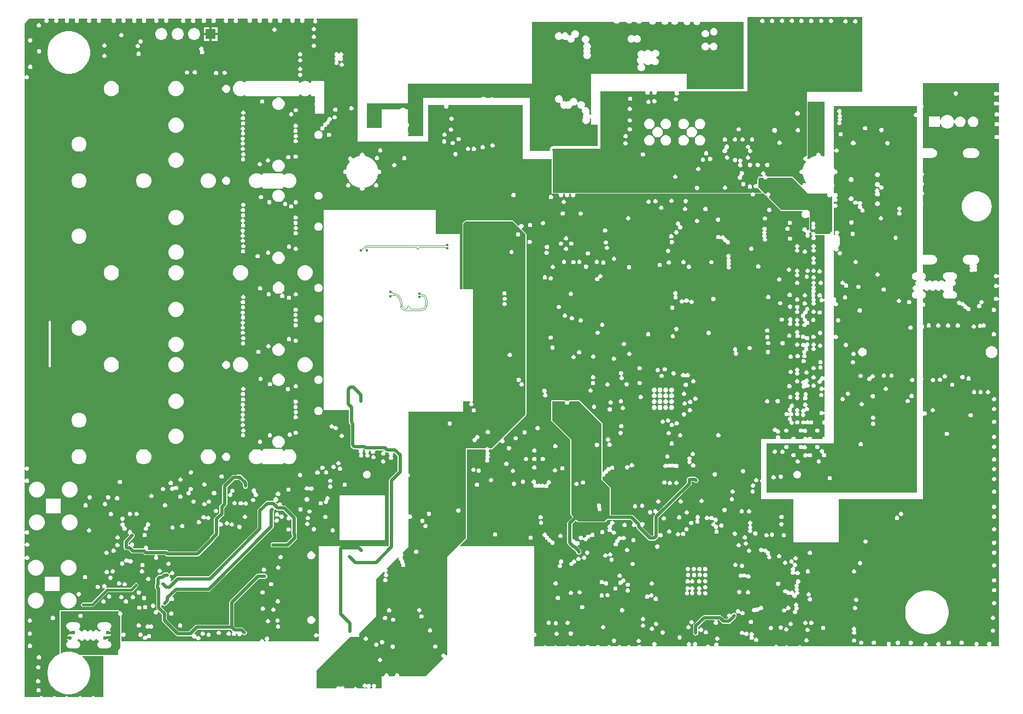
<source format=gbr>
G04*
G04 #@! TF.GenerationSoftware,Altium Limited,Altium Designer,24.2.2 (26)*
G04*
G04 Layer_Physical_Order=4*
G04 Layer_Color=6736896*
%FSLAX25Y25*%
%MOIN*%
G70*
G04*
G04 #@! TF.SameCoordinates,80A8E479-4E92-43EF-BFA2-91FD1FC97BD2*
G04*
G04*
G04 #@! TF.FilePolarity,Positive*
G04*
G01*
G75*
%ADD11C,0.00400*%
%ADD110C,0.02362*%
%ADD183R,0.02362X0.02362*%
%ADD197C,0.01600*%
%ADD207C,0.02000*%
%ADD213C,0.00404*%
%ADD219C,0.01500*%
%ADD235R,0.06299X0.06299*%
%ADD240C,0.01800*%
G36*
X176274Y-54238D02*
X219031D01*
Y-31964D01*
X228744D01*
X229039Y-32464D01*
X228942Y-32699D01*
Y-33216D01*
X229140Y-33694D01*
X229506Y-34059D01*
X229984Y-34257D01*
X230501D01*
X230979Y-34059D01*
X231344Y-33694D01*
X231542Y-33216D01*
Y-32699D01*
X231445Y-32464D01*
X231741Y-31964D01*
X276832D01*
Y-64875D01*
X294620D01*
Y-85546D01*
X294779Y-85929D01*
X295161Y-86087D01*
X298601D01*
X298935Y-86587D01*
X298889Y-86699D01*
Y-87216D01*
X299086Y-87694D01*
X299452Y-88060D01*
X299930Y-88258D01*
X300447D01*
X300925Y-88060D01*
X301291Y-87694D01*
X301489Y-87216D01*
Y-86699D01*
X301442Y-86587D01*
X301777Y-86087D01*
X302349D01*
X302683Y-86587D01*
X302637Y-86699D01*
Y-87216D01*
X302835Y-87694D01*
X303201Y-88060D01*
X303678Y-88258D01*
X304196D01*
X304673Y-88060D01*
X305039Y-87694D01*
X305237Y-87216D01*
Y-86699D01*
X305191Y-86587D01*
X305499Y-86125D01*
X305988D01*
X306297Y-86587D01*
X306256Y-86686D01*
Y-87203D01*
X306454Y-87681D01*
X306820Y-88047D01*
X307297Y-88244D01*
X307815D01*
X308293Y-88047D01*
X308658Y-87681D01*
X308856Y-87203D01*
Y-86686D01*
X308815Y-86587D01*
X309149Y-86087D01*
X415775D01*
X415888Y-86256D01*
Y-86774D01*
X416086Y-87251D01*
X416452Y-87617D01*
X416930Y-87815D01*
X417447D01*
X417924Y-87617D01*
X418290Y-87251D01*
X418488Y-86774D01*
Y-86256D01*
X418601Y-86087D01*
X422427D01*
X422526Y-86046D01*
X422634D01*
X422710Y-85970D01*
X422810Y-85929D01*
X423107Y-85840D01*
X423386Y-85852D01*
X424321Y-86787D01*
X424381Y-86812D01*
X424418Y-86864D01*
X424566Y-86888D01*
X424704Y-86946D01*
X424750Y-86927D01*
X424775Y-86923D01*
X424827Y-86932D01*
X425016Y-86888D01*
X425088Y-86877D01*
X425394Y-87264D01*
X425402Y-87283D01*
X425768Y-87649D01*
X425786Y-87656D01*
X426174Y-87963D01*
X426163Y-88034D01*
X426119Y-88224D01*
X426128Y-88276D01*
X426124Y-88300D01*
X426105Y-88347D01*
X426162Y-88485D01*
X426187Y-88633D01*
X426239Y-88670D01*
X426263Y-88729D01*
X434027Y-96493D01*
X434410Y-96652D01*
X434410Y-96652D01*
X447239D01*
X447446Y-97151D01*
X447156Y-97442D01*
X446795Y-98313D01*
Y-99256D01*
X447156Y-100127D01*
X447822Y-100793D01*
X448693Y-101154D01*
X449636D01*
X450507Y-100793D01*
X450899Y-100401D01*
X451399Y-100608D01*
Y-107912D01*
X450899Y-108246D01*
X450802Y-108206D01*
X450285D01*
X449913Y-107819D01*
Y-107707D01*
X449715Y-107230D01*
X449349Y-106864D01*
X448872Y-106666D01*
X448354D01*
X447877Y-106864D01*
X447511Y-107230D01*
X447313Y-107707D01*
Y-108225D01*
X447511Y-108702D01*
X447877Y-109068D01*
X448354Y-109266D01*
X448872D01*
X449244Y-109653D01*
Y-109764D01*
X449441Y-110242D01*
X449755Y-110556D01*
X449441Y-110869D01*
X449244Y-111347D01*
Y-111864D01*
X449441Y-112342D01*
X449807Y-112708D01*
X450285Y-112906D01*
X450802D01*
X451280Y-112708D01*
X451646Y-112342D01*
X451844Y-111864D01*
Y-111347D01*
X451646Y-110869D01*
X451332Y-110556D01*
X451646Y-110242D01*
X451844Y-109764D01*
X452344Y-109600D01*
X452899Y-110155D01*
X452999Y-110197D01*
X452901Y-110433D01*
Y-110951D01*
X453099Y-111428D01*
X453245Y-111574D01*
X453395Y-111931D01*
X453245Y-112228D01*
X453073Y-112399D01*
X452875Y-112877D01*
Y-113394D01*
X453073Y-113872D01*
X453439Y-114238D01*
X453917Y-114436D01*
X454434D01*
X454912Y-114238D01*
X455277Y-113872D01*
X455475Y-113394D01*
Y-112877D01*
X455277Y-112399D01*
X455131Y-112253D01*
X454981Y-111897D01*
X455131Y-111600D01*
X455303Y-111428D01*
X455401Y-111192D01*
X455501Y-111233D01*
X460677D01*
Y-150378D01*
X460177Y-150477D01*
X460132Y-150369D01*
X459766Y-150003D01*
X459288Y-149805D01*
X458771D01*
X458293Y-150003D01*
X457928Y-150369D01*
X457730Y-150846D01*
Y-151364D01*
X457928Y-151841D01*
X458293Y-152207D01*
X458771Y-152405D01*
X459288D01*
X459766Y-152207D01*
X460132Y-151841D01*
X460177Y-151733D01*
X460677Y-151832D01*
Y-197634D01*
X460177Y-197841D01*
X460034Y-197698D01*
X459556Y-197500D01*
X459039D01*
X458561Y-197698D01*
X458195Y-198064D01*
X457997Y-198541D01*
Y-198882D01*
X457997Y-199059D01*
X457574Y-199344D01*
X457572D01*
X457094Y-199542D01*
X456729Y-199908D01*
X456531Y-200385D01*
Y-200903D01*
X456729Y-201380D01*
X457094Y-201746D01*
X457572Y-201944D01*
X458089D01*
X458567Y-201746D01*
X458933Y-201380D01*
X459131Y-200903D01*
Y-200562D01*
X459131Y-200385D01*
X459554Y-200100D01*
X459556D01*
X460034Y-199902D01*
X460177Y-199759D01*
X460677Y-199966D01*
Y-204396D01*
X460177Y-204495D01*
X460132Y-204386D01*
X459766Y-204021D01*
X459288Y-203823D01*
X458771D01*
X458293Y-204021D01*
X457928Y-204386D01*
X457730Y-204864D01*
Y-205381D01*
X457928Y-205859D01*
X458293Y-206225D01*
X458771Y-206423D01*
X459288D01*
X459766Y-206225D01*
X460132Y-205859D01*
X460177Y-205750D01*
X460677Y-205850D01*
Y-219250D01*
X460177Y-219349D01*
X460076Y-219106D01*
X459711Y-218741D01*
X459233Y-218543D01*
X458716D01*
X458238Y-218741D01*
X457872Y-219106D01*
X457674Y-219584D01*
Y-220101D01*
X457872Y-220579D01*
X458238Y-220945D01*
X458716Y-221143D01*
X459233D01*
X459711Y-220945D01*
X460076Y-220579D01*
X460177Y-220336D01*
X460677Y-220435D01*
Y-224321D01*
X460418D01*
X459941Y-224519D01*
X459575Y-224884D01*
X459377Y-225362D01*
Y-225879D01*
X459575Y-226357D01*
X459941Y-226723D01*
X460418Y-226921D01*
X460677D01*
Y-234263D01*
X460418D01*
X459941Y-234461D01*
X459575Y-234826D01*
X459377Y-235304D01*
Y-235563D01*
X453228D01*
Y-235297D01*
X453030Y-234819D01*
X452664Y-234454D01*
X452186Y-234256D01*
X451669D01*
X451192Y-234454D01*
X450826Y-234819D01*
X450801Y-234880D01*
X450259D01*
X450239Y-234830D01*
X449873Y-234465D01*
X449395Y-234267D01*
X448878D01*
X448400Y-234465D01*
X448035Y-234830D01*
X447837Y-235308D01*
Y-235563D01*
X443228D01*
Y-235297D01*
X443030Y-234819D01*
X442664Y-234454D01*
X442186Y-234256D01*
X441669D01*
X441191Y-234454D01*
X440826Y-234819D01*
X440628Y-235297D01*
Y-235563D01*
X433993D01*
X433696Y-235063D01*
X433793Y-234829D01*
Y-234312D01*
X433595Y-233834D01*
X433229Y-233469D01*
X432752Y-233271D01*
X432234D01*
X431757Y-233469D01*
X431391Y-233834D01*
X431193Y-234312D01*
Y-234829D01*
X431290Y-235063D01*
X430994Y-235563D01*
X422147D01*
Y-259957D01*
X422046Y-259999D01*
X421680Y-260364D01*
X421482Y-260842D01*
Y-261359D01*
X421680Y-261837D01*
X422046Y-262203D01*
X422147Y-262245D01*
Y-272338D01*
X441868D01*
Y-298712D01*
X469448D01*
Y-272338D01*
X520894D01*
Y-221602D01*
X521394Y-221316D01*
X521646Y-221421D01*
X522163D01*
X522641Y-221223D01*
X523006Y-220857D01*
X523204Y-220379D01*
Y-219862D01*
X523006Y-219384D01*
X522641Y-219019D01*
X522163Y-218821D01*
X521646D01*
X521394Y-218925D01*
X520894Y-218639D01*
Y-199865D01*
X521082Y-199410D01*
Y-198893D01*
X520894Y-198438D01*
Y-168464D01*
X521039Y-168403D01*
X521405Y-168038D01*
X521603Y-167560D01*
Y-167043D01*
X521405Y-166565D01*
X521039Y-166199D01*
X520894Y-166139D01*
Y-155087D01*
X521152D01*
X521630Y-154889D01*
X521996Y-154523D01*
X522194Y-154045D01*
Y-153528D01*
X521996Y-153050D01*
X521630Y-152685D01*
X521152Y-152487D01*
X520894D01*
Y-149953D01*
X521189Y-149894D01*
X521941Y-149392D01*
X522443Y-148641D01*
X522619Y-147755D01*
X522443Y-146868D01*
X521941Y-146117D01*
X521189Y-145615D01*
X520894Y-145556D01*
Y-144856D01*
X521138Y-144612D01*
X521214Y-144429D01*
X521755D01*
X521831Y-144612D01*
X522304Y-145085D01*
X522922Y-145341D01*
X523590D01*
X524208Y-145085D01*
X524681Y-144612D01*
X524757Y-144429D01*
X525298D01*
X525374Y-144612D01*
X525847Y-145085D01*
X526465Y-145341D01*
X527134D01*
X527751Y-145085D01*
X528224Y-144612D01*
X528300Y-144429D01*
X528841D01*
X528917Y-144612D01*
X529390Y-145085D01*
X530008Y-145341D01*
X530677D01*
X531295Y-145085D01*
X531768Y-144612D01*
X531844Y-144429D01*
X532385D01*
X532461Y-144612D01*
X532934Y-145085D01*
X533552Y-145341D01*
X533887D01*
X534038Y-145841D01*
X533626Y-146117D01*
X533124Y-146868D01*
X532948Y-147755D01*
X533124Y-148641D01*
X533626Y-149392D01*
X534377Y-149894D01*
X535264Y-150071D01*
X539201D01*
X540087Y-149894D01*
X540839Y-149392D01*
X541341Y-148641D01*
X541517Y-147755D01*
X541341Y-146868D01*
X540839Y-146117D01*
X540087Y-145615D01*
X539542Y-145506D01*
X539187Y-145371D01*
X539110Y-144985D01*
Y-142270D01*
X539535D01*
X540153Y-142014D01*
X540626Y-141542D01*
X540882Y-140924D01*
Y-140255D01*
X540626Y-139637D01*
X540153Y-139164D01*
X540099Y-139142D01*
X540091Y-138797D01*
X540123Y-138610D01*
X540839Y-138133D01*
X541341Y-137381D01*
X541517Y-136495D01*
X541341Y-135608D01*
X540839Y-134857D01*
X540087Y-134355D01*
X539201Y-134179D01*
X535264D01*
X534377Y-134355D01*
X533626Y-134857D01*
X533124Y-135608D01*
X532948Y-136495D01*
X533124Y-137381D01*
X533626Y-138133D01*
X534377Y-138635D01*
X534580Y-138675D01*
X534659Y-138982D01*
X534667Y-139202D01*
X534232Y-139637D01*
X534156Y-139820D01*
X533615D01*
X533539Y-139637D01*
X533066Y-139164D01*
X532449Y-138908D01*
X531780D01*
X531162Y-139164D01*
X530689Y-139637D01*
X530613Y-139820D01*
X530072D01*
X529996Y-139637D01*
X529523Y-139164D01*
X528905Y-138908D01*
X528236D01*
X527619Y-139164D01*
X527146Y-139637D01*
X527070Y-139820D01*
X526529D01*
X526453Y-139637D01*
X525980Y-139164D01*
X525362Y-138908D01*
X524693D01*
X524075Y-139164D01*
X523602Y-139637D01*
X523526Y-139820D01*
X522985D01*
X522909Y-139637D01*
X522437Y-139164D01*
X521819Y-138908D01*
X521680D01*
X521528Y-138408D01*
X521941Y-138133D01*
X522443Y-137381D01*
X522619Y-136495D01*
X522443Y-135608D01*
X521941Y-134857D01*
X521189Y-134355D01*
X520894Y-134296D01*
Y-129237D01*
X526545D01*
X527292Y-129138D01*
X527989Y-128850D01*
X528586Y-128391D01*
X529045Y-127793D01*
X529334Y-127097D01*
X529432Y-126350D01*
X529334Y-125603D01*
X529045Y-124906D01*
X528586Y-124309D01*
X527989Y-123850D01*
X527292Y-123561D01*
X526545Y-123463D01*
X520894D01*
Y-92457D01*
X521000Y-92199D01*
Y-91603D01*
X520894Y-91345D01*
Y-87197D01*
X521246Y-86845D01*
X521474Y-86294D01*
Y-85697D01*
X521246Y-85146D01*
X520894Y-84794D01*
Y-81292D01*
X521246Y-80940D01*
X521474Y-80388D01*
Y-79792D01*
X521246Y-79240D01*
X520894Y-78888D01*
Y-75386D01*
X521246Y-75034D01*
X521474Y-74483D01*
Y-73886D01*
X521246Y-73335D01*
X520894Y-72983D01*
Y-64276D01*
X526545D01*
X527292Y-64178D01*
X527989Y-63889D01*
X528586Y-63431D01*
X529045Y-62833D01*
X529334Y-62136D01*
X529432Y-61389D01*
X529334Y-60642D01*
X529045Y-59946D01*
X528586Y-59348D01*
X527989Y-58889D01*
X527292Y-58601D01*
X526545Y-58502D01*
X520894D01*
Y-33785D01*
X521076Y-33602D01*
X521274Y-33124D01*
Y-32607D01*
X521076Y-32129D01*
X520894Y-31947D01*
Y-18719D01*
X567000D01*
Y-24318D01*
X566580Y-24435D01*
X566500Y-24438D01*
X566149Y-24087D01*
X565671Y-23889D01*
X565154D01*
X564676Y-24087D01*
X564311Y-24453D01*
X564113Y-24931D01*
Y-25448D01*
X564311Y-25926D01*
X564676Y-26291D01*
X565154Y-26489D01*
X565671D01*
X566149Y-26291D01*
X566500Y-25940D01*
X566580Y-25944D01*
X567000Y-26061D01*
Y-30318D01*
X566580Y-30435D01*
X566500Y-30438D01*
X566149Y-30087D01*
X565671Y-29889D01*
X565154D01*
X564676Y-30087D01*
X564311Y-30453D01*
X564113Y-30931D01*
Y-31448D01*
X564311Y-31926D01*
X564676Y-32291D01*
X565154Y-32489D01*
X565671D01*
X566149Y-32291D01*
X566500Y-31940D01*
X566580Y-31944D01*
X567000Y-32061D01*
Y-36557D01*
X566500Y-36764D01*
X566408Y-36672D01*
X565930Y-36474D01*
X565413D01*
X564935Y-36672D01*
X564569Y-37037D01*
X564371Y-37515D01*
Y-38032D01*
X564569Y-38510D01*
X564935Y-38876D01*
X565413Y-39074D01*
X565930D01*
X566408Y-38876D01*
X566500Y-38783D01*
X567000Y-38991D01*
Y-42557D01*
X566500Y-42764D01*
X566408Y-42672D01*
X565930Y-42474D01*
X565413D01*
X564935Y-42672D01*
X564569Y-43037D01*
X564371Y-43515D01*
Y-44032D01*
X564569Y-44510D01*
X564935Y-44876D01*
X565413Y-45074D01*
X565930D01*
X566408Y-44876D01*
X566500Y-44783D01*
X567000Y-44991D01*
Y-50348D01*
X566500Y-50555D01*
X566408Y-50463D01*
X565930Y-50265D01*
X565413D01*
X564935Y-50463D01*
X564569Y-50828D01*
X564371Y-51306D01*
Y-51824D01*
X564569Y-52301D01*
X564935Y-52667D01*
X565413Y-52865D01*
X565930D01*
X566408Y-52667D01*
X566500Y-52575D01*
X567000Y-52782D01*
Y-135761D01*
X566500Y-135860D01*
X566432Y-135697D01*
X566067Y-135331D01*
X565589Y-135133D01*
X565072D01*
X564594Y-135331D01*
X564228Y-135697D01*
X564030Y-136175D01*
Y-136692D01*
X564228Y-137170D01*
X564594Y-137535D01*
X565072Y-137733D01*
X565589D01*
X566067Y-137535D01*
X566432Y-137170D01*
X566500Y-137006D01*
X567000Y-137106D01*
Y-141761D01*
X566500Y-141860D01*
X566432Y-141697D01*
X566067Y-141331D01*
X565589Y-141133D01*
X565072D01*
X564594Y-141331D01*
X564228Y-141697D01*
X564030Y-142175D01*
Y-142692D01*
X564228Y-143170D01*
X564594Y-143535D01*
X565072Y-143733D01*
X565589D01*
X566067Y-143535D01*
X566432Y-143170D01*
X566500Y-143006D01*
X567000Y-143106D01*
Y-149552D01*
X566500Y-149652D01*
X566432Y-149488D01*
X566067Y-149123D01*
X565589Y-148925D01*
X565072D01*
X564594Y-149123D01*
X564228Y-149488D01*
X564030Y-149966D01*
Y-150483D01*
X564228Y-150961D01*
X564594Y-151327D01*
X565072Y-151525D01*
X565589D01*
X566067Y-151327D01*
X566432Y-150961D01*
X566500Y-150798D01*
X567000Y-150897D01*
Y-362179D01*
X562199D01*
X562079Y-361915D01*
X562045Y-361679D01*
X562361Y-361364D01*
X562559Y-360886D01*
Y-360369D01*
X562361Y-359891D01*
X561995Y-359525D01*
X561517Y-359327D01*
X561000D01*
X560522Y-359525D01*
X560156Y-359891D01*
X559959Y-360369D01*
Y-360886D01*
X560156Y-361364D01*
X560472Y-361679D01*
X560438Y-361915D01*
X560318Y-362179D01*
X554407D01*
X554288Y-361915D01*
X554254Y-361679D01*
X554569Y-361364D01*
X554767Y-360886D01*
Y-360369D01*
X554569Y-359891D01*
X554204Y-359525D01*
X553726Y-359327D01*
X553209D01*
X552731Y-359525D01*
X552365Y-359891D01*
X552167Y-360369D01*
Y-360886D01*
X552365Y-361364D01*
X552680Y-361679D01*
X552647Y-361915D01*
X552527Y-362179D01*
X531224D01*
X531166Y-362076D01*
X531071Y-361679D01*
X531353Y-361398D01*
X531550Y-360920D01*
Y-360402D01*
X531353Y-359925D01*
X530987Y-359559D01*
X530509Y-359361D01*
X529992D01*
X529514Y-359559D01*
X529148Y-359925D01*
X528950Y-360402D01*
Y-360920D01*
X529148Y-361398D01*
X529430Y-361679D01*
X529335Y-362076D01*
X529277Y-362179D01*
X523433D01*
X523375Y-362076D01*
X523280Y-361679D01*
X523561Y-361398D01*
X523759Y-360920D01*
Y-360402D01*
X523561Y-359925D01*
X523196Y-359559D01*
X522718Y-359361D01*
X522201D01*
X521723Y-359559D01*
X521357Y-359925D01*
X521159Y-360402D01*
Y-360920D01*
X521357Y-361398D01*
X521639Y-361679D01*
X521544Y-362076D01*
X521485Y-362179D01*
X500908D01*
X500779Y-361825D01*
X500766Y-361679D01*
X501102Y-361343D01*
X501300Y-360865D01*
Y-360348D01*
X501102Y-359871D01*
X500736Y-359505D01*
X500259Y-359307D01*
X499741D01*
X499264Y-359505D01*
X498898Y-359871D01*
X498700Y-360348D01*
Y-360865D01*
X498898Y-361343D01*
X499234Y-361679D01*
X499221Y-361825D01*
X499092Y-362179D01*
X446781D01*
X446715Y-362019D01*
X446349Y-361653D01*
X445871Y-361456D01*
X445354D01*
X444876Y-361653D01*
X444511Y-362019D01*
X444444Y-362179D01*
X438911D01*
X438845Y-362019D01*
X438480Y-361653D01*
X438002Y-361456D01*
X437485D01*
X437007Y-361653D01*
X436641Y-362019D01*
X436575Y-362179D01*
X432546D01*
X432367Y-361745D01*
X432001Y-361380D01*
X431523Y-361182D01*
X431006D01*
X430528Y-361380D01*
X430162Y-361745D01*
X429983Y-362179D01*
X396319D01*
X396073Y-361679D01*
X396205Y-361359D01*
Y-360842D01*
X396007Y-360364D01*
X395641Y-359999D01*
X395164Y-359801D01*
X394647D01*
X394169Y-359999D01*
X393803Y-360364D01*
X393605Y-360842D01*
Y-361359D01*
X393738Y-361679D01*
X393492Y-362179D01*
X391137D01*
Y-361920D01*
X390939Y-361443D01*
X390573Y-361077D01*
X390095Y-360879D01*
X389578D01*
X389101Y-361077D01*
X388735Y-361443D01*
X388537Y-361920D01*
Y-362179D01*
X383138D01*
X382931Y-361679D01*
X383042Y-361568D01*
X383240Y-361090D01*
Y-360573D01*
X383042Y-360095D01*
X382676Y-359729D01*
X382199Y-359531D01*
X381681D01*
X381204Y-359729D01*
X380838Y-360095D01*
X380640Y-360573D01*
Y-361090D01*
X380838Y-361568D01*
X380949Y-361679D01*
X380742Y-362179D01*
X379136D01*
X379109Y-362136D01*
X378982Y-361679D01*
X379250Y-361411D01*
X379448Y-360933D01*
Y-360416D01*
X379250Y-359938D01*
X378884Y-359573D01*
X378407Y-359375D01*
X377889D01*
X377412Y-359573D01*
X377046Y-359938D01*
X376848Y-360416D01*
Y-360933D01*
X377046Y-361411D01*
X377314Y-361679D01*
X377187Y-362136D01*
X377160Y-362179D01*
X358162D01*
X357955Y-361679D01*
X358160Y-361474D01*
X358358Y-360996D01*
Y-360479D01*
X358160Y-360001D01*
X357794Y-359635D01*
X357316Y-359437D01*
X356799D01*
X356321Y-359635D01*
X355956Y-360001D01*
X355758Y-360479D01*
Y-360996D01*
X355956Y-361474D01*
X356161Y-361679D01*
X355954Y-362179D01*
X349179D01*
X349019Y-361791D01*
X348653Y-361426D01*
X348175Y-361228D01*
X347658D01*
X347180Y-361426D01*
X346814Y-361791D01*
X346654Y-362179D01*
X342807D01*
X342646Y-361791D01*
X342281Y-361426D01*
X341803Y-361228D01*
X341286D01*
X340808Y-361426D01*
X340442Y-361791D01*
X340282Y-362179D01*
X337129D01*
X337012Y-361896D01*
X336646Y-361530D01*
X336168Y-361332D01*
X335651D01*
X335173Y-361530D01*
X334807Y-361896D01*
X334690Y-362179D01*
X330756D01*
X330639Y-361896D01*
X330274Y-361530D01*
X329796Y-361332D01*
X329279D01*
X328801Y-361530D01*
X328435Y-361896D01*
X328318Y-362179D01*
X323937D01*
X323802Y-361853D01*
X323436Y-361487D01*
X322958Y-361289D01*
X322441D01*
X321963Y-361487D01*
X321597Y-361853D01*
X321462Y-362179D01*
X317565D01*
X317429Y-361852D01*
X317064Y-361487D01*
X316586Y-361289D01*
X316069D01*
X315591Y-361487D01*
X315225Y-361852D01*
X315090Y-362179D01*
X311887D01*
X311795Y-361957D01*
X311429Y-361591D01*
X310951Y-361393D01*
X310434D01*
X309956Y-361591D01*
X309591Y-361957D01*
X309499Y-362179D01*
X305514D01*
X305422Y-361957D01*
X305057Y-361591D01*
X304579Y-361393D01*
X304062D01*
X303584Y-361591D01*
X303218Y-361957D01*
X303126Y-362179D01*
X298055D01*
X297952Y-361930D01*
X297586Y-361564D01*
X297108Y-361366D01*
X296591D01*
X296113Y-361564D01*
X295747Y-361930D01*
X295644Y-362179D01*
X291682D01*
X291579Y-361930D01*
X291213Y-361564D01*
X290736Y-361366D01*
X290219D01*
X289741Y-361564D01*
X289375Y-361930D01*
X289272Y-362179D01*
X283870D01*
Y-356350D01*
X284251D01*
X284729Y-356153D01*
X285095Y-355787D01*
X285293Y-355309D01*
Y-354792D01*
X285095Y-354314D01*
X284729Y-353948D01*
X284251Y-353750D01*
X283870D01*
Y-301000D01*
X238789D01*
X238598Y-300538D01*
X242526Y-296610D01*
X242684Y-296227D01*
X242684Y-296227D01*
Y-241929D01*
X253793D01*
Y-242140D01*
X253991Y-242618D01*
X254348Y-242974D01*
X254357Y-242986D01*
X254423Y-243552D01*
X254271Y-243704D01*
X254073Y-244182D01*
Y-244699D01*
X254271Y-245177D01*
X254585Y-245491D01*
X254271Y-245804D01*
X254073Y-246282D01*
Y-246799D01*
X254271Y-247277D01*
X254286Y-247291D01*
X254411Y-247780D01*
X254266Y-247925D01*
X254046Y-248146D01*
X253848Y-248624D01*
Y-249141D01*
X254046Y-249619D01*
X254411Y-249985D01*
X254889Y-250183D01*
X255406D01*
X255884Y-249985D01*
X256250Y-249619D01*
X256448Y-249141D01*
Y-248624D01*
X256250Y-248146D01*
X256235Y-248132D01*
X256110Y-247643D01*
X256255Y-247498D01*
X256475Y-247277D01*
X256673Y-246799D01*
Y-246282D01*
X256475Y-245804D01*
X256162Y-245491D01*
X256475Y-245177D01*
X256673Y-244699D01*
Y-244182D01*
X256475Y-243704D01*
X256119Y-243348D01*
X256109Y-243336D01*
X256043Y-242770D01*
X256195Y-242618D01*
X256393Y-242140D01*
Y-241929D01*
X258062D01*
X258062Y-241929D01*
X258444Y-241770D01*
X258444Y-241770D01*
X262771Y-237444D01*
X263360Y-237561D01*
X263415Y-237693D01*
X263781Y-238058D01*
X264258Y-238256D01*
X264776D01*
X265253Y-238058D01*
X265619Y-237693D01*
X265817Y-237215D01*
Y-236698D01*
X265619Y-236220D01*
X265253Y-235854D01*
X265122Y-235800D01*
X265004Y-235210D01*
X278970Y-221244D01*
X279129Y-220862D01*
X279129Y-220862D01*
Y-110704D01*
X278970Y-110321D01*
X278970Y-110321D01*
X276270Y-107621D01*
X276453Y-107097D01*
X276781Y-106961D01*
X277147Y-106595D01*
X277344Y-106117D01*
Y-105600D01*
X277147Y-105122D01*
X276781Y-104757D01*
X276303Y-104559D01*
X275786D01*
X275308Y-104757D01*
X274942Y-105122D01*
X274807Y-105450D01*
X274283Y-105633D01*
X271249Y-102599D01*
X270866Y-102441D01*
X270866Y-102441D01*
X242036D01*
X241653Y-102599D01*
X241653Y-102599D01*
X240168Y-104084D01*
X240010Y-104467D01*
X240010Y-104467D01*
Y-144424D01*
X238362D01*
Y-110671D01*
X223805D01*
Y-96094D01*
X155442D01*
Y-218171D01*
X170851D01*
Y-225429D01*
X170967Y-226014D01*
X171299Y-226510D01*
X171666Y-226878D01*
Y-239483D01*
X171783Y-240068D01*
X172114Y-240564D01*
X173154Y-241604D01*
X173651Y-241936D01*
X174236Y-242052D01*
X176632D01*
X176900Y-242552D01*
X176783Y-242835D01*
Y-243352D01*
X176980Y-243830D01*
X177301Y-244150D01*
X177347Y-244209D01*
X177362Y-244743D01*
X177220Y-244885D01*
X177022Y-245363D01*
Y-245881D01*
X177220Y-246358D01*
X177585Y-246724D01*
X178063Y-246922D01*
X178580D01*
X179058Y-246724D01*
X179424Y-246358D01*
X179622Y-245881D01*
Y-245363D01*
X179424Y-244885D01*
X179103Y-244565D01*
X179058Y-244506D01*
X179042Y-243972D01*
X179185Y-243830D01*
X179383Y-243352D01*
Y-242835D01*
X179266Y-242552D01*
X179523Y-242073D01*
X179998Y-242053D01*
X180347Y-242286D01*
X180375Y-242291D01*
X180679Y-242862D01*
X180642Y-242951D01*
Y-243468D01*
X180840Y-243946D01*
X181117Y-244223D01*
X181204Y-244333D01*
X181160Y-244834D01*
X181040Y-244954D01*
X180842Y-245432D01*
Y-245949D01*
X181040Y-246427D01*
X181405Y-246792D01*
X181883Y-246990D01*
X182400D01*
X182878Y-246792D01*
X183244Y-246427D01*
X183442Y-245949D01*
Y-245432D01*
X183244Y-244954D01*
X182967Y-244677D01*
X182880Y-244567D01*
X182924Y-244066D01*
X183045Y-243946D01*
X183242Y-243468D01*
Y-243052D01*
X183258Y-242935D01*
X183525Y-242668D01*
X184017Y-242703D01*
X184283Y-243121D01*
X184232Y-243245D01*
Y-243762D01*
X184430Y-244239D01*
X184795Y-244605D01*
X185273Y-244803D01*
X185790D01*
X186268Y-244605D01*
X186634Y-244239D01*
X186832Y-243762D01*
Y-243245D01*
X186758Y-243068D01*
X187088Y-242567D01*
X192224D01*
X192361Y-242749D01*
X192104Y-243115D01*
X192052Y-243168D01*
X191550D01*
X191072Y-243366D01*
X190706Y-243731D01*
X190508Y-244209D01*
Y-244726D01*
X190706Y-245204D01*
X191072Y-245570D01*
X191550Y-245768D01*
X192067D01*
X192545Y-245570D01*
X192911Y-245204D01*
X193108Y-244726D01*
Y-244209D01*
X192975Y-243888D01*
X193379Y-243557D01*
X193705Y-243775D01*
X194290Y-243891D01*
X194982D01*
X195316Y-244391D01*
X195311Y-244403D01*
Y-244920D01*
X195509Y-245398D01*
X195642Y-245531D01*
X195696Y-246014D01*
X195603Y-246145D01*
X195334Y-246413D01*
X195136Y-246891D01*
Y-247408D01*
X195334Y-247886D01*
X195700Y-248252D01*
X196178Y-248450D01*
X196695D01*
X197173Y-248252D01*
X197538Y-247886D01*
X197736Y-247408D01*
Y-246891D01*
X197538Y-246413D01*
X197406Y-246281D01*
X197351Y-245797D01*
X197445Y-245666D01*
X197713Y-245398D01*
X197911Y-244920D01*
Y-244403D01*
X198359Y-244191D01*
X198503Y-244175D01*
X200467Y-246138D01*
Y-255056D01*
X195732Y-259791D01*
X195401Y-260287D01*
X195284Y-260872D01*
Y-300794D01*
X195078Y-301000D01*
X152581D01*
Y-354721D01*
X152081Y-354820D01*
X151990Y-354600D01*
X151624Y-354234D01*
X151146Y-354036D01*
X150629D01*
X150151Y-354234D01*
X149786Y-354600D01*
X149588Y-355078D01*
Y-355595D01*
X149786Y-356073D01*
X150151Y-356438D01*
X150629Y-356636D01*
X151146D01*
X151624Y-356438D01*
X151990Y-356073D01*
X152081Y-355852D01*
X152581Y-355952D01*
Y-359025D01*
X121670D01*
X121571Y-358525D01*
X121668Y-358484D01*
X122034Y-358118D01*
X122232Y-357641D01*
Y-357123D01*
X122034Y-356646D01*
X121668Y-356280D01*
X121191Y-356082D01*
X120673D01*
X120196Y-356280D01*
X119830Y-356646D01*
X119632Y-357123D01*
Y-357641D01*
X119830Y-358118D01*
X120196Y-358484D01*
X120293Y-358525D01*
X120194Y-359025D01*
X119205D01*
Y-358766D01*
X119007Y-358288D01*
X118642Y-357923D01*
X118164Y-357725D01*
X117647D01*
X117169Y-357923D01*
X116803Y-358288D01*
X116605Y-358766D01*
Y-359025D01*
X32055D01*
Y-356126D01*
X32555Y-355919D01*
X32676Y-356040D01*
X33154Y-356238D01*
X33671D01*
X34149Y-356040D01*
X34515Y-355675D01*
X34713Y-355197D01*
Y-354680D01*
X34515Y-354202D01*
X34149Y-353836D01*
X33671Y-353638D01*
X33154D01*
X32676Y-353836D01*
X32555Y-353958D01*
X32055Y-353751D01*
Y-343459D01*
X32013Y-343359D01*
X32250Y-343261D01*
X32616Y-342895D01*
X32813Y-342418D01*
Y-341900D01*
X32616Y-341423D01*
X32250Y-341057D01*
X31772Y-340859D01*
X31255D01*
X31093Y-340926D01*
X30918Y-340502D01*
X30841Y-340426D01*
X30800Y-340326D01*
X30701Y-340285D01*
X30625Y-340209D01*
X30517D01*
X30418Y-340168D01*
X-4990D01*
X-5373Y-340326D01*
X-5531Y-340709D01*
Y-365922D01*
X-5514Y-365964D01*
X-5525Y-366007D01*
X-5501Y-366047D01*
X-5547Y-366543D01*
X-5646Y-366679D01*
X-5649Y-366684D01*
X-6814Y-367277D01*
X-8469Y-368479D01*
X-9916Y-369926D01*
X-11119Y-371582D01*
X-12048Y-373405D01*
X-12680Y-375351D01*
X-13000Y-377372D01*
Y-379418D01*
X-12680Y-381439D01*
X-12048Y-383386D01*
X-11119Y-385209D01*
X-9916Y-386864D01*
X-8469Y-388311D01*
X-6814Y-389514D01*
X-4990Y-390443D01*
X-3044Y-391075D01*
X-1023Y-391395D01*
X1023D01*
X3044Y-391075D01*
X4990Y-390443D01*
X6814Y-389514D01*
X8469Y-388311D01*
X9916Y-386864D01*
X11119Y-385209D01*
X12048Y-383386D01*
X12680Y-381439D01*
X13000Y-379418D01*
Y-377372D01*
X12680Y-375351D01*
X12048Y-373405D01*
X11119Y-371582D01*
X9916Y-369926D01*
X8469Y-368479D01*
X8294Y-368353D01*
X8449Y-367877D01*
X21216D01*
Y-393000D01*
X16155D01*
X16134Y-392950D01*
X15768Y-392584D01*
X15291Y-392386D01*
X14773D01*
X14296Y-392584D01*
X13930Y-392950D01*
X13909Y-393000D01*
X8127D01*
X8107Y-392950D01*
X7741Y-392584D01*
X7263Y-392386D01*
X6746D01*
X6268Y-392584D01*
X5902Y-392950D01*
X5882Y-393000D01*
X-102D01*
X-142Y-392904D01*
X-508Y-392538D01*
X-986Y-392340D01*
X-1503D01*
X-1980Y-392538D01*
X-2346Y-392904D01*
X-2386Y-393000D01*
X-7591D01*
X-7592Y-392997D01*
X-7958Y-392631D01*
X-8436Y-392433D01*
X-8953D01*
X-9431Y-392631D01*
X-9796Y-392997D01*
X-9798Y-393000D01*
X-15618D01*
X-15620Y-392997D01*
X-15985Y-392631D01*
X-16463Y-392433D01*
X-16980D01*
X-17458Y-392631D01*
X-17824Y-392997D01*
X-17825Y-393000D01*
X-27000D01*
Y-308626D01*
X-26500Y-308526D01*
X-26367Y-308848D01*
X-26001Y-309213D01*
X-25523Y-309411D01*
X-25006D01*
X-24528Y-309213D01*
X-24163Y-308848D01*
X-23965Y-308370D01*
Y-307853D01*
X-24163Y-307375D01*
X-24528Y-307009D01*
X-25006Y-306811D01*
X-25523D01*
X-26001Y-307009D01*
X-26367Y-307375D01*
X-26500Y-307696D01*
X-27000Y-307597D01*
Y-300598D01*
X-26500Y-300499D01*
X-26367Y-300820D01*
X-26001Y-301186D01*
X-25523Y-301384D01*
X-25006D01*
X-24528Y-301186D01*
X-24163Y-300820D01*
X-23965Y-300342D01*
Y-299825D01*
X-24163Y-299347D01*
X-24528Y-298982D01*
X-25006Y-298784D01*
X-25523D01*
X-26001Y-298982D01*
X-26367Y-299347D01*
X-26500Y-299669D01*
X-27000Y-299570D01*
Y-293371D01*
X-26500Y-293272D01*
X-26459Y-293370D01*
X-26094Y-293736D01*
X-25616Y-293934D01*
X-25099D01*
X-24621Y-293736D01*
X-24255Y-293370D01*
X-24057Y-292892D01*
Y-292375D01*
X-24255Y-291897D01*
X-24621Y-291532D01*
X-25099Y-291334D01*
X-25616D01*
X-26094Y-291532D01*
X-26459Y-291897D01*
X-26500Y-291996D01*
X-27000Y-291896D01*
Y-261874D01*
X-26500Y-261775D01*
X-26459Y-261873D01*
X-26094Y-262239D01*
X-25616Y-262437D01*
X-25099D01*
X-24621Y-262239D01*
X-24255Y-261873D01*
X-24057Y-261395D01*
Y-260878D01*
X-24255Y-260400D01*
X-24621Y-260035D01*
X-25099Y-259837D01*
X-25616D01*
X-26094Y-260035D01*
X-26459Y-260400D01*
X-26500Y-260499D01*
X-27000Y-260399D01*
Y-254628D01*
X-26743Y-254510D01*
X-26500Y-254475D01*
X-26186Y-254789D01*
X-25708Y-254987D01*
X-25191D01*
X-24713Y-254789D01*
X-24348Y-254423D01*
X-24150Y-253945D01*
Y-253428D01*
X-24348Y-252950D01*
X-24713Y-252585D01*
X-25191Y-252387D01*
X-25708D01*
X-26186Y-252585D01*
X-26500Y-252899D01*
X-26743Y-252863D01*
X-27000Y-252745D01*
Y-16038D01*
X-26791Y-15936D01*
X-26500Y-15885D01*
X-26196Y-16189D01*
X-25718Y-16387D01*
X-25201D01*
X-24723Y-16189D01*
X-24358Y-15823D01*
X-24160Y-15346D01*
Y-14829D01*
X-24358Y-14351D01*
X-24723Y-13985D01*
X-25201Y-13787D01*
X-25718D01*
X-26196Y-13985D01*
X-26500Y-14289D01*
X-26791Y-14238D01*
X-27000Y-14136D01*
Y17064D01*
X-26895Y17316D01*
X-25982Y18683D01*
X-24819Y19846D01*
X-23841Y20500D01*
X-14751D01*
X-14544Y20000D01*
X-14602Y19942D01*
X-14800Y19464D01*
Y18947D01*
X-14602Y18469D01*
X-14236Y18103D01*
X-13759Y17906D01*
X-13241D01*
X-12764Y18103D01*
X-12398Y18469D01*
X-12200Y18947D01*
Y19464D01*
X-12398Y19942D01*
X-12456Y20000D01*
X-12249Y20500D01*
X-8751D01*
X-8544Y20000D01*
X-8602Y19942D01*
X-8800Y19464D01*
Y18947D01*
X-8602Y18469D01*
X-8236Y18103D01*
X-7759Y17906D01*
X-7241D01*
X-6764Y18103D01*
X-6398Y18469D01*
X-6200Y18947D01*
Y19464D01*
X-6398Y19942D01*
X-6456Y20000D01*
X-6249Y20500D01*
X-2251D01*
X-2044Y20000D01*
X-2102Y19942D01*
X-2300Y19464D01*
Y18947D01*
X-2102Y18469D01*
X-1736Y18103D01*
X-1259Y17906D01*
X-741D01*
X-264Y18103D01*
X102Y18469D01*
X300Y18947D01*
Y19464D01*
X102Y19942D01*
X44Y20000D01*
X251Y20500D01*
X3749D01*
X3956Y20000D01*
X3898Y19942D01*
X3700Y19464D01*
Y18947D01*
X3898Y18469D01*
X4264Y18103D01*
X4741Y17906D01*
X5259D01*
X5736Y18103D01*
X6102Y18469D01*
X6300Y18947D01*
Y19464D01*
X6102Y19942D01*
X6044Y20000D01*
X6251Y20500D01*
X11249D01*
X11456Y20000D01*
X11398Y19942D01*
X11200Y19464D01*
Y18947D01*
X11398Y18469D01*
X11764Y18103D01*
X12241Y17906D01*
X12759D01*
X13236Y18103D01*
X13602Y18469D01*
X13800Y18947D01*
Y19464D01*
X13602Y19942D01*
X13544Y20000D01*
X13751Y20500D01*
X17249D01*
X17456Y20000D01*
X17398Y19942D01*
X17200Y19464D01*
Y18947D01*
X17398Y18469D01*
X17764Y18103D01*
X18241Y17906D01*
X18759D01*
X19236Y18103D01*
X19602Y18469D01*
X19800Y18947D01*
Y19464D01*
X19602Y19942D01*
X19544Y20000D01*
X19751Y20500D01*
X26249D01*
X26456Y20000D01*
X26398Y19942D01*
X26200Y19464D01*
Y18947D01*
X26398Y18469D01*
X26764Y18103D01*
X27241Y17906D01*
X27759D01*
X28236Y18103D01*
X28602Y18469D01*
X28800Y18947D01*
Y19464D01*
X28602Y19942D01*
X28544Y20000D01*
X28751Y20500D01*
X32249D01*
X32456Y20000D01*
X32398Y19942D01*
X32200Y19464D01*
Y18947D01*
X32398Y18469D01*
X32764Y18103D01*
X33241Y17906D01*
X33759D01*
X34236Y18103D01*
X34602Y18469D01*
X34800Y18947D01*
Y19464D01*
X34602Y19942D01*
X34544Y20000D01*
X34751Y20500D01*
X38749D01*
X38956Y20000D01*
X38898Y19942D01*
X38700Y19464D01*
Y18947D01*
X38898Y18469D01*
X39264Y18103D01*
X39741Y17906D01*
X40259D01*
X40736Y18103D01*
X41102Y18469D01*
X41300Y18947D01*
Y19464D01*
X41102Y19942D01*
X41044Y20000D01*
X41251Y20500D01*
X44749D01*
X44956Y20000D01*
X44898Y19942D01*
X44700Y19464D01*
Y18947D01*
X44898Y18469D01*
X45264Y18103D01*
X45741Y17906D01*
X46259D01*
X46736Y18103D01*
X47102Y18469D01*
X47300Y18947D01*
Y19464D01*
X47102Y19942D01*
X47044Y20000D01*
X47251Y20500D01*
X52249D01*
X52456Y20000D01*
X52398Y19942D01*
X52200Y19464D01*
Y18947D01*
X52398Y18469D01*
X52764Y18103D01*
X53241Y17906D01*
X53759D01*
X54236Y18103D01*
X54602Y18469D01*
X54800Y18947D01*
Y19464D01*
X54602Y19942D01*
X54544Y20000D01*
X54751Y20500D01*
X58249D01*
X58456Y20000D01*
X58398Y19942D01*
X58200Y19464D01*
Y18947D01*
X58398Y18469D01*
X58764Y18103D01*
X59241Y17906D01*
X59759D01*
X60236Y18103D01*
X60602Y18469D01*
X60800Y18947D01*
Y19464D01*
X60602Y19942D01*
X60544Y20000D01*
X60751Y20500D01*
X68650D01*
X68857Y20000D01*
X68799Y19942D01*
X68601Y19464D01*
Y18947D01*
X68799Y18469D01*
X69165Y18103D01*
X69642Y17906D01*
X70160D01*
X70637Y18103D01*
X71003Y18469D01*
X71201Y18947D01*
Y19464D01*
X71003Y19942D01*
X70945Y20000D01*
X71152Y20500D01*
X74650D01*
X74857Y20000D01*
X74799Y19942D01*
X74601Y19464D01*
Y18947D01*
X74799Y18469D01*
X75165Y18103D01*
X75642Y17906D01*
X76160D01*
X76637Y18103D01*
X77003Y18469D01*
X77201Y18947D01*
Y19464D01*
X77003Y19942D01*
X76945Y20000D01*
X77152Y20500D01*
X81150D01*
X81357Y20000D01*
X81299Y19942D01*
X81101Y19464D01*
Y18947D01*
X81299Y18469D01*
X81665Y18103D01*
X82142Y17906D01*
X82660D01*
X83137Y18103D01*
X83503Y18469D01*
X83701Y18947D01*
Y19464D01*
X83503Y19942D01*
X83445Y20000D01*
X83652Y20500D01*
X87150D01*
X87357Y20000D01*
X87299Y19942D01*
X87101Y19464D01*
Y18947D01*
X87299Y18469D01*
X87665Y18103D01*
X88142Y17906D01*
X88660D01*
X89137Y18103D01*
X89503Y18469D01*
X89701Y18947D01*
Y19464D01*
X89503Y19942D01*
X89445Y20000D01*
X89652Y20500D01*
X94650D01*
X94857Y20000D01*
X94799Y19942D01*
X94601Y19464D01*
Y18947D01*
X94799Y18469D01*
X95165Y18103D01*
X95642Y17906D01*
X96159D01*
X96637Y18103D01*
X97003Y18469D01*
X97201Y18947D01*
Y19464D01*
X97003Y19942D01*
X96945Y20000D01*
X97152Y20500D01*
X100650D01*
X100857Y20000D01*
X100799Y19942D01*
X100601Y19464D01*
Y18947D01*
X100799Y18469D01*
X101164Y18103D01*
X101642Y17906D01*
X102160D01*
X102637Y18103D01*
X103003Y18469D01*
X103201Y18947D01*
Y19464D01*
X103003Y19942D01*
X102945Y20000D01*
X103152Y20500D01*
X109016D01*
X109137Y20339D01*
X109280Y20000D01*
X109122Y19619D01*
Y19102D01*
X109320Y18624D01*
X109686Y18259D01*
X110164Y18061D01*
X110681D01*
X111159Y18259D01*
X111524Y18624D01*
X111722Y19102D01*
Y19619D01*
X111565Y20000D01*
X111707Y20339D01*
X111829Y20500D01*
X115016D01*
X115137Y20339D01*
X115280Y20000D01*
X115122Y19619D01*
Y19102D01*
X115320Y18624D01*
X115686Y18259D01*
X116164Y18061D01*
X116681D01*
X117159Y18259D01*
X117524Y18624D01*
X117722Y19102D01*
Y19619D01*
X117565Y20000D01*
X117707Y20339D01*
X117829Y20500D01*
X121516D01*
X121637Y20339D01*
X121780Y20000D01*
X121622Y19619D01*
Y19102D01*
X121820Y18624D01*
X122186Y18259D01*
X122664Y18061D01*
X123181D01*
X123659Y18259D01*
X124024Y18624D01*
X124222Y19102D01*
Y19619D01*
X124065Y20000D01*
X124207Y20339D01*
X124329Y20500D01*
X127516D01*
X127637Y20339D01*
X127780Y20000D01*
X127622Y19619D01*
Y19102D01*
X127820Y18624D01*
X128186Y18259D01*
X128664Y18061D01*
X129181D01*
X129659Y18259D01*
X130024Y18624D01*
X130222Y19102D01*
Y19619D01*
X130065Y20000D01*
X130207Y20339D01*
X130329Y20500D01*
X135016D01*
X135137Y20339D01*
X135280Y20000D01*
X135122Y19619D01*
Y19102D01*
X135320Y18624D01*
X135686Y18259D01*
X136164Y18061D01*
X136681D01*
X137159Y18259D01*
X137524Y18624D01*
X137722Y19102D01*
Y19619D01*
X137565Y20000D01*
X137707Y20339D01*
X137829Y20500D01*
X141016D01*
X141137Y20339D01*
X141280Y20000D01*
X141122Y19619D01*
Y19102D01*
X141320Y18624D01*
X141686Y18259D01*
X142164Y18061D01*
X142681D01*
X143159Y18259D01*
X143524Y18624D01*
X143722Y19102D01*
Y19619D01*
X143565Y20000D01*
X143707Y20339D01*
X143829Y20500D01*
X149340D01*
X149356Y20475D01*
X149494Y20000D01*
X149230Y19736D01*
X149032Y19259D01*
Y18741D01*
X149230Y18264D01*
X149596Y17898D01*
X150073Y17700D01*
X150591D01*
X151068Y17898D01*
X151434Y18264D01*
X151632Y18741D01*
Y19259D01*
X151434Y19736D01*
X151170Y20000D01*
X151307Y20475D01*
X151324Y20500D01*
X176274D01*
Y-54238D01*
D02*
G37*
G36*
X411320Y-12307D02*
X411320Y-12307D01*
X411450Y-12309D01*
Y-22240D01*
X376843D01*
Y-12873D01*
X318500D01*
Y-38006D01*
X318000Y-38106D01*
X317864Y-37777D01*
X317217Y-37130D01*
X317375Y-36655D01*
X317571Y-36182D01*
Y-35267D01*
X317221Y-34422D01*
X316574Y-33775D01*
X315729Y-33425D01*
X314814D01*
X314463Y-33029D01*
X314715Y-32422D01*
Y-31507D01*
X314365Y-30661D01*
X313718Y-30014D01*
X312872Y-29664D01*
X311957D01*
X311112Y-30014D01*
X310668Y-30458D01*
X310168Y-30251D01*
Y-29589D01*
X309818Y-28744D01*
X309171Y-28097D01*
X308326Y-27747D01*
X307411D01*
X306565Y-28097D01*
X305918Y-28744D01*
X305618Y-29468D01*
X305106Y-29710D01*
X304995Y-29664D01*
X304080D01*
X303258Y-30005D01*
X302436Y-29664D01*
X301521D01*
X301405Y-29712D01*
X301022Y-29329D01*
X301186Y-28935D01*
Y-28020D01*
X300836Y-27174D01*
X300189Y-26527D01*
X299343Y-26177D01*
X298428D01*
X297583Y-26527D01*
X296936Y-27174D01*
X296586Y-28020D01*
Y-28935D01*
X296936Y-29780D01*
X297583Y-30427D01*
X298428Y-30777D01*
X299343D01*
X299459Y-30729D01*
X299841Y-31112D01*
X299678Y-31507D01*
Y-32422D01*
X300028Y-33267D01*
X300675Y-33914D01*
X301521Y-34264D01*
X302436D01*
X303258Y-33924D01*
X304080Y-34264D01*
X304995D01*
X305840Y-33914D01*
X306487Y-33267D01*
X306787Y-32543D01*
X307299Y-32300D01*
X307411Y-32347D01*
X308326D01*
X309171Y-31996D01*
X309615Y-31552D01*
X310115Y-31760D01*
Y-32422D01*
X310465Y-33267D01*
X311112Y-33914D01*
X311957Y-34264D01*
X312872D01*
X313223Y-34660D01*
X312971Y-35267D01*
Y-36182D01*
X313321Y-37028D01*
X313968Y-37675D01*
X313810Y-38150D01*
X313614Y-38623D01*
Y-39538D01*
X313683Y-39705D01*
X313445Y-39943D01*
X313095Y-40788D01*
Y-41703D01*
X313445Y-42548D01*
X314092Y-43196D01*
X314937Y-43546D01*
X315852D01*
X316698Y-43196D01*
X317345Y-42548D01*
X317695Y-41703D01*
Y-40788D01*
X317626Y-40621D01*
X317864Y-40383D01*
X318000Y-40055D01*
X318500Y-40154D01*
Y-43982D01*
X322633D01*
Y-57162D01*
X295155D01*
X295094Y-57174D01*
X295032Y-57167D01*
X294803Y-57232D01*
X294570Y-57279D01*
X294518Y-57313D01*
X294458Y-57331D01*
X294271Y-57478D01*
X294074Y-57610D01*
X294039Y-57662D01*
X293990Y-57701D01*
X293666Y-58082D01*
X293636Y-58136D01*
X293590Y-58179D01*
X293491Y-58395D01*
X293376Y-58603D01*
X293368Y-58665D01*
X293342Y-58722D01*
X293334Y-58960D01*
X293307Y-59196D01*
X293324Y-59256D01*
X293322Y-59319D01*
X293379Y-59672D01*
X293055Y-60053D01*
X281300D01*
Y-27670D01*
X259185D01*
X258488Y-27381D01*
X257573D01*
X256875Y-27670D01*
X254480D01*
X254212Y-27402D01*
X253367Y-27052D01*
X252452D01*
X251606Y-27402D01*
X251339Y-27670D01*
X216078D01*
Y-30900D01*
Y-51013D01*
X206756D01*
Y-50510D01*
X206983Y-49961D01*
Y-49046D01*
X206756Y-48497D01*
Y-45783D01*
X207060Y-45479D01*
X207410Y-44634D01*
Y-43719D01*
X207060Y-42874D01*
X206756Y-42570D01*
Y-34641D01*
X205640D01*
X205147Y-34147D01*
X204302Y-33797D01*
X203387D01*
X202541Y-34147D01*
X202048Y-34641D01*
X190801D01*
Y-46167D01*
X181975D01*
Y-30900D01*
X206756D01*
Y-19064D01*
X236033D01*
X236353Y-19197D01*
X237268D01*
X237589Y-19064D01*
X282401D01*
Y-12873D01*
Y18500D01*
X332262D01*
X332896Y17866D01*
X333742Y17516D01*
X334657D01*
X335502Y17866D01*
X336136Y18500D01*
X339762D01*
X340396Y17866D01*
X341242Y17516D01*
X342157D01*
X343002Y17866D01*
X343636Y18500D01*
X345762D01*
X346396Y17866D01*
X347242Y17516D01*
X348157D01*
X349002Y17866D01*
X349636Y18500D01*
X353819D01*
X354004Y18052D01*
X354651Y17405D01*
X355496Y17055D01*
X356411D01*
X357257Y17405D01*
X357904Y18052D01*
X358089Y18500D01*
X361319D01*
X361504Y18052D01*
X362151Y17405D01*
X362996Y17055D01*
X363911D01*
X364757Y17405D01*
X365404Y18052D01*
X365589Y18500D01*
X367319D01*
X367504Y18052D01*
X368151Y17405D01*
X368996Y17055D01*
X369911D01*
X370757Y17405D01*
X371404Y18052D01*
X371589Y18500D01*
X374731D01*
X375032Y17773D01*
X375679Y17126D01*
X376524Y16776D01*
X377439D01*
X378285Y17126D01*
X378932Y17773D01*
X379233Y18500D01*
X380731D01*
X381032Y17773D01*
X381679Y17126D01*
X382524Y16776D01*
X383439D01*
X384285Y17126D01*
X384932Y17773D01*
X385233Y18500D01*
X411320D01*
Y-12307D01*
D02*
G37*
G36*
X483950Y21675D02*
Y7792D01*
X483844Y7258D01*
Y6093D01*
X483950Y5558D01*
Y-8708D01*
X483844Y-9242D01*
Y-10407D01*
X483950Y-10942D01*
Y-24178D01*
X450073D01*
Y-50665D01*
Y-63200D01*
X449573Y-63534D01*
X449442Y-63480D01*
X448925D01*
X448447Y-63678D01*
X448081Y-64043D01*
X447883Y-64521D01*
Y-65038D01*
X448081Y-65516D01*
X448447Y-65882D01*
X448925Y-66080D01*
X449262D01*
X449527Y-66544D01*
X448953Y-67244D01*
X448937Y-67297D01*
X448894Y-67332D01*
X448034Y-68942D01*
X448028Y-68997D01*
X447993Y-69040D01*
X447463Y-70787D01*
X447469Y-70842D01*
X447443Y-70891D01*
X447411Y-71207D01*
X447156Y-71360D01*
X446599D01*
X446084Y-71574D01*
X445691Y-71967D01*
X445477Y-72482D01*
Y-73039D01*
X445691Y-73554D01*
X446084Y-73947D01*
X446599Y-74160D01*
X447156D01*
X447411Y-74314D01*
X447443Y-74630D01*
X447469Y-74679D01*
X447463Y-74734D01*
X447993Y-76481D01*
X448028Y-76524D01*
X448034Y-76579D01*
X448894Y-78189D01*
X448937Y-78224D01*
X448953Y-78277D01*
X449879Y-79405D01*
X449833Y-79619D01*
X449498Y-79775D01*
X449280Y-79814D01*
X448872Y-79646D01*
X448355D01*
X447877Y-79843D01*
X447512Y-80209D01*
X447314Y-80687D01*
Y-80968D01*
X446814Y-81175D01*
X441473Y-75834D01*
X441090Y-75676D01*
X441090Y-75676D01*
X426055D01*
X425955Y-75717D01*
X425857Y-75480D01*
X425492Y-75115D01*
X425014Y-74917D01*
X424775D01*
X424531Y-74453D01*
X424729Y-73975D01*
Y-73458D01*
X424531Y-72980D01*
X424165Y-72615D01*
X423688Y-72417D01*
X423171D01*
X422693Y-72615D01*
X422327Y-72980D01*
X422129Y-73458D01*
Y-73975D01*
X422327Y-74453D01*
X422693Y-74819D01*
X423055Y-74969D01*
X423254Y-75353D01*
X423294Y-75517D01*
X423191Y-75676D01*
X420929D01*
X420822Y-75720D01*
X420707Y-75723D01*
X420639Y-75796D01*
X420546Y-75834D01*
X420502Y-75941D01*
X420423Y-76025D01*
X419827Y-77600D01*
X419830Y-77700D01*
X419792Y-77792D01*
Y-80072D01*
X419292Y-80346D01*
X419021Y-80234D01*
X418504D01*
X418026Y-80432D01*
X417660Y-80798D01*
X417462Y-81275D01*
Y-81793D01*
X417660Y-82270D01*
X418026Y-82636D01*
X418504Y-82834D01*
X419021D01*
X419499Y-82636D01*
X419508Y-82627D01*
X419549Y-82608D01*
X420188Y-82654D01*
X422618Y-85084D01*
X422427Y-85546D01*
X418058D01*
X417924Y-85413D01*
X417447Y-85215D01*
X416930D01*
X416452Y-85413D01*
X416319Y-85546D01*
X295161D01*
Y-61098D01*
X294831Y-59073D01*
X295155Y-58692D01*
X324163D01*
Y-23769D01*
X351375D01*
X351652Y-24185D01*
X351633Y-24232D01*
Y-24749D01*
X351831Y-25227D01*
X352197Y-25592D01*
X352674Y-25790D01*
X353191D01*
X353669Y-25592D01*
X354035Y-25227D01*
X354233Y-24749D01*
Y-24232D01*
X354214Y-24185D01*
X354491Y-23769D01*
X355456D01*
X355790Y-24269D01*
X355778Y-24298D01*
Y-24815D01*
X355976Y-25293D01*
X356342Y-25659D01*
X356819Y-25857D01*
X357337D01*
X357814Y-25659D01*
X358180Y-25293D01*
X358378Y-24815D01*
Y-24298D01*
X358366Y-24269D01*
X358700Y-23769D01*
X369368D01*
X369524Y-24058D01*
X369599Y-24269D01*
X369419Y-24705D01*
Y-25223D01*
X369616Y-25701D01*
X369982Y-26066D01*
X370460Y-26264D01*
X370977D01*
X371455Y-26066D01*
X371821Y-25701D01*
X372019Y-25223D01*
Y-24705D01*
X371838Y-24269D01*
X371913Y-24058D01*
X372069Y-23769D01*
X413841D01*
Y21326D01*
X414194Y21679D01*
X483950Y21675D01*
D02*
G37*
G36*
X460677Y-30169D02*
Y-63173D01*
X460275Y-63471D01*
X459087Y-63110D01*
X459032Y-63116D01*
X458983Y-63089D01*
X458667Y-63058D01*
X458514Y-62803D01*
Y-62246D01*
X458300Y-61731D01*
X457907Y-61337D01*
X457392Y-61124D01*
X456835D01*
X456321Y-61337D01*
X455927Y-61731D01*
X455714Y-62246D01*
Y-62803D01*
X455560Y-63058D01*
X455244Y-63089D01*
X455195Y-63116D01*
X455140Y-63110D01*
X453393Y-63640D01*
X453350Y-63675D01*
X453295Y-63681D01*
X451685Y-64541D01*
X451650Y-64584D01*
X451597Y-64600D01*
X450945Y-65135D01*
X450934Y-65133D01*
X450483Y-64867D01*
Y-64521D01*
X450295Y-64066D01*
X450456Y-63583D01*
X450516Y-63437D01*
X450604Y-63306D01*
X450593Y-63251D01*
X450615Y-63200D01*
Y-50665D01*
Y-29889D01*
X452928D01*
X453251Y-30023D01*
X453768D01*
X454090Y-29889D01*
X460561D01*
X460677Y-30169D01*
D02*
G37*
G36*
X517106Y-36544D02*
X516822Y-36734D01*
X516304D01*
X515827Y-36932D01*
X515461Y-37298D01*
X515263Y-37775D01*
Y-38293D01*
X515461Y-38770D01*
X515827Y-39136D01*
X516304Y-39334D01*
X516822D01*
X517106Y-39524D01*
Y-134179D01*
X516366D01*
X515480Y-134355D01*
X514728Y-134857D01*
X514226Y-135608D01*
X514050Y-136495D01*
X514226Y-137381D01*
X514728Y-138133D01*
X515480Y-138635D01*
X516366Y-138811D01*
X516635D01*
X516842Y-139311D01*
X516516Y-139637D01*
X516260Y-140255D01*
Y-140924D01*
X516490Y-141479D01*
X516386Y-141751D01*
X516246Y-141979D01*
X515835D01*
X515217Y-142235D01*
X514744Y-142708D01*
X514488Y-143326D01*
Y-143994D01*
X514744Y-144612D01*
X515217Y-145085D01*
X515355Y-145142D01*
X515391Y-145279D01*
X515368Y-145689D01*
X514728Y-146117D01*
X514226Y-146868D01*
X514050Y-147755D01*
X514226Y-148641D01*
X514728Y-149392D01*
X515480Y-149894D01*
X516366Y-150071D01*
X517106D01*
Y-268226D01*
X425388D01*
Y-238481D01*
X466425D01*
Y-174550D01*
X466925Y-174343D01*
X467015Y-174433D01*
X467493Y-174631D01*
X468010D01*
X468488Y-174433D01*
X468853Y-174067D01*
X469051Y-173589D01*
Y-173072D01*
X468853Y-172594D01*
X468488Y-172229D01*
X468010Y-172031D01*
X467493D01*
X467015Y-172229D01*
X466925Y-172319D01*
X466425Y-172111D01*
Y-154436D01*
X466925Y-154229D01*
X467131Y-154435D01*
X467608Y-154633D01*
X468126D01*
X468603Y-154435D01*
X468969Y-154069D01*
X469167Y-153591D01*
Y-153074D01*
X468969Y-152596D01*
X468603Y-152231D01*
X468126Y-152033D01*
X467608D01*
X467409Y-151612D01*
X467774Y-151247D01*
X467973Y-150769D01*
Y-150252D01*
X467774Y-149774D01*
X467409Y-149408D01*
X466931Y-149211D01*
X466425D01*
Y-143302D01*
X466516Y-143084D01*
Y-142566D01*
X466425Y-142348D01*
Y-120631D01*
X466925Y-120532D01*
X467035Y-120798D01*
X467401Y-121163D01*
X467879Y-121361D01*
X468396D01*
X468874Y-121163D01*
X469239Y-120798D01*
X469437Y-120320D01*
Y-119803D01*
X469239Y-119325D01*
X469168Y-119253D01*
X469145Y-119100D01*
X469159Y-118855D01*
X469253Y-118632D01*
X469269Y-118625D01*
X469635Y-118260D01*
X469676Y-118160D01*
X469752Y-118084D01*
X469950Y-117606D01*
Y-117499D01*
X469991Y-117399D01*
Y-112617D01*
X469950Y-112517D01*
Y-112409D01*
X469752Y-111932D01*
X469676Y-111855D01*
X469635Y-111756D01*
X469301Y-111422D01*
X469257Y-111320D01*
X469210Y-111044D01*
X469227Y-110910D01*
X469267Y-110803D01*
X469470Y-110600D01*
X469668Y-110123D01*
Y-109605D01*
X469470Y-109127D01*
X469104Y-108762D01*
X468626Y-108564D01*
X468109D01*
X467631Y-108762D01*
X467266Y-109127D01*
X467068Y-109605D01*
Y-110123D01*
X467266Y-110600D01*
X467341Y-110676D01*
X467244Y-111162D01*
X466888Y-111378D01*
X466425Y-111152D01*
Y-94861D01*
X466545Y-94752D01*
X466925Y-94579D01*
X467274Y-94723D01*
X467791D01*
X468269Y-94525D01*
X468635Y-94160D01*
X468832Y-93682D01*
Y-93164D01*
X468635Y-92687D01*
X468269Y-92321D01*
X467791Y-92123D01*
X467274D01*
X466925Y-92268D01*
X466545Y-92094D01*
X466425Y-91985D01*
Y-91300D01*
X466548Y-91190D01*
X466925Y-91019D01*
X467277Y-91165D01*
X467794D01*
X468272Y-90967D01*
X468638Y-90601D01*
X468835Y-90123D01*
Y-89606D01*
X468638Y-89128D01*
X468272Y-88762D01*
X468185Y-88726D01*
Y-88185D01*
X468353Y-88115D01*
X468719Y-87750D01*
X468917Y-87272D01*
Y-86755D01*
X468719Y-86277D01*
X468353Y-85911D01*
X467875Y-85713D01*
X467358D01*
X466925Y-85893D01*
X466703Y-85813D01*
X466425Y-85660D01*
Y-81973D01*
X466716Y-81682D01*
X466914Y-81204D01*
Y-80687D01*
X466716Y-80209D01*
X466425Y-79918D01*
Y-75852D01*
X466764Y-74734D01*
X466759Y-74679D01*
X466785Y-74630D01*
X466816Y-74314D01*
X467071Y-74160D01*
X467628D01*
X468143Y-73947D01*
X468537Y-73554D01*
X468750Y-73039D01*
Y-72482D01*
X468537Y-71967D01*
X468143Y-71574D01*
X467628Y-71360D01*
X467071D01*
X466816Y-71207D01*
X466785Y-70891D01*
X466759Y-70842D01*
X466764Y-70787D01*
X466425Y-69669D01*
Y-60276D01*
X466925Y-60177D01*
X467035Y-60443D01*
X467401Y-60808D01*
X467879Y-61006D01*
X468396D01*
X468874Y-60808D01*
X469239Y-60443D01*
X469437Y-59965D01*
Y-59448D01*
X469239Y-58970D01*
X468874Y-58604D01*
X468396Y-58406D01*
X467879D01*
X467401Y-58604D01*
X467035Y-58970D01*
X466925Y-59236D01*
X466425Y-59136D01*
Y-32866D01*
X517106D01*
Y-36544D01*
D02*
G37*
G36*
X450759Y-85886D02*
X462331D01*
X462588Y-86386D01*
X462464Y-86686D01*
Y-87203D01*
X462662Y-87681D01*
X463027Y-88047D01*
X463505Y-88244D01*
X464022D01*
X464500Y-88047D01*
X464866Y-87681D01*
X465249Y-87605D01*
X465614Y-87969D01*
Y-108799D01*
X463721Y-110692D01*
X455501D01*
Y-110433D01*
X455303Y-109956D01*
X454937Y-109590D01*
X454460Y-109392D01*
X453942D01*
X453465Y-109590D01*
X453282Y-109773D01*
X451940Y-108431D01*
Y-97176D01*
X450874Y-96110D01*
X434410D01*
X426646Y-88347D01*
X426706Y-88090D01*
X426827Y-87820D01*
X427240Y-87649D01*
X427606Y-87283D01*
X427804Y-86805D01*
Y-86288D01*
X427606Y-85810D01*
X427240Y-85445D01*
X426763Y-85247D01*
X426245D01*
X425768Y-85445D01*
X425402Y-85810D01*
X425231Y-86224D01*
X424961Y-86345D01*
X424704Y-86405D01*
X420333Y-82033D01*
Y-77792D01*
X420929Y-76217D01*
X423455D01*
Y-76475D01*
X423653Y-76953D01*
X424019Y-77319D01*
X424497Y-77517D01*
X425014D01*
X425492Y-77319D01*
X425857Y-76953D01*
X426055Y-76475D01*
Y-76217D01*
X441090D01*
X450759Y-85886D01*
D02*
G37*
G36*
X278588Y-110704D02*
Y-220862D01*
X258062Y-241388D01*
X256296D01*
X256195Y-241145D01*
X255830Y-240779D01*
X255352Y-240581D01*
X254835D01*
X254357Y-240779D01*
X253991Y-241145D01*
X253891Y-241388D01*
X242143D01*
Y-296227D01*
X230881Y-307489D01*
Y-367041D01*
X230321Y-367601D01*
X230018Y-367514D01*
X229803Y-367413D01*
X229623Y-366980D01*
X229258Y-366614D01*
X228780Y-366417D01*
X228263D01*
X227785Y-366614D01*
X227419Y-366980D01*
X227221Y-367458D01*
Y-367975D01*
X227419Y-368453D01*
X227785Y-368819D01*
X228218Y-368998D01*
X228319Y-369213D01*
X228406Y-369516D01*
X217638Y-380284D01*
X201746D01*
X201532Y-379964D01*
Y-379447D01*
X201334Y-378969D01*
X200968Y-378604D01*
X200491Y-378406D01*
X199973D01*
X199496Y-378604D01*
X199130Y-378969D01*
X198932Y-379447D01*
Y-379964D01*
X198718Y-380284D01*
X195374D01*
X195160Y-379964D01*
Y-379447D01*
X194962Y-378969D01*
X194596Y-378604D01*
X194118Y-378406D01*
X193601D01*
X193123Y-378604D01*
X192758Y-378969D01*
X192560Y-379447D01*
Y-379964D01*
X192346Y-380284D01*
X190748D01*
Y-387836D01*
X187056D01*
X186928Y-387472D01*
X186918Y-387336D01*
X187256Y-386998D01*
X187454Y-386520D01*
Y-386003D01*
X187256Y-385525D01*
X186891Y-385159D01*
X186413Y-384962D01*
X185896D01*
X185418Y-385159D01*
X185052Y-385525D01*
X184854Y-386003D01*
Y-386520D01*
X185052Y-386998D01*
X185390Y-387336D01*
X185380Y-387472D01*
X185252Y-387836D01*
X183699D01*
X183600Y-387336D01*
X183615Y-387330D01*
X183981Y-386964D01*
X184179Y-386486D01*
Y-385969D01*
X183981Y-385491D01*
X183615Y-385126D01*
X183138Y-384928D01*
X182620D01*
X182143Y-385126D01*
X181678Y-385276D01*
X181508Y-385107D01*
X181312Y-384910D01*
X180834Y-384713D01*
X180317D01*
X179839Y-384910D01*
X179473Y-385276D01*
X179276Y-385754D01*
Y-386271D01*
X179473Y-386749D01*
X179839Y-387115D01*
X180317Y-387313D01*
X180834D01*
X181312Y-387115D01*
X181777Y-386964D01*
X181946Y-387134D01*
X182143Y-387330D01*
X182158Y-387336D01*
X182059Y-387836D01*
X176101D01*
Y-387721D01*
X175903Y-387244D01*
X175538Y-386878D01*
X175060Y-386680D01*
X174543D01*
X174065Y-386878D01*
X173699Y-387244D01*
X173501Y-387721D01*
Y-387836D01*
X168229D01*
Y-387386D01*
X168031Y-386908D01*
X167666Y-386543D01*
X167188Y-386345D01*
X166671D01*
X166193Y-386543D01*
X165974Y-386761D01*
X165661Y-386857D01*
X165347Y-386761D01*
X165129Y-386543D01*
X164651Y-386345D01*
X164134D01*
X163656Y-386543D01*
X163290Y-386908D01*
X163092Y-387386D01*
Y-387836D01*
X151181D01*
Y-376803D01*
X171704Y-356280D01*
X177039D01*
Y-354291D01*
X187464Y-343865D01*
Y-321074D01*
X191992Y-316547D01*
X192280Y-316835D01*
X192692Y-317005D01*
X192752Y-317239D01*
X192744Y-317527D01*
X192381Y-317889D01*
X192183Y-318367D01*
Y-318884D01*
X192381Y-319362D01*
X192747Y-319728D01*
X193021Y-319841D01*
X193085Y-319868D01*
X192986Y-320368D01*
X192932Y-320368D01*
X192757D01*
X192280Y-320566D01*
X191914Y-320931D01*
X191716Y-321409D01*
Y-321926D01*
X191914Y-322404D01*
X192280Y-322770D01*
X192757Y-322968D01*
X193275D01*
X193752Y-322770D01*
X194118Y-322404D01*
X194316Y-321926D01*
Y-321409D01*
X194118Y-320931D01*
X193752Y-320566D01*
X193479Y-320452D01*
X193414Y-320426D01*
X193514Y-319926D01*
X193568Y-319926D01*
X193742D01*
X194220Y-319728D01*
X194586Y-319362D01*
X194783Y-318884D01*
Y-318367D01*
X194586Y-317889D01*
X194220Y-317524D01*
X193808Y-317353D01*
X193748Y-317119D01*
X193756Y-316831D01*
X194118Y-316469D01*
X194316Y-315991D01*
Y-315474D01*
X194118Y-314996D01*
X193830Y-314708D01*
X200736Y-307802D01*
X201160Y-308085D01*
X201061Y-308325D01*
Y-308842D01*
X201258Y-309320D01*
X201624Y-309686D01*
X201692Y-309714D01*
X202039Y-310183D01*
Y-310700D01*
X202237Y-311178D01*
X202603Y-311544D01*
X202759Y-312150D01*
X202696Y-312301D01*
Y-312818D01*
X202894Y-313296D01*
X203260Y-313662D01*
X203738Y-313860D01*
X204255D01*
X204733Y-313662D01*
X205099Y-313296D01*
X205296Y-312818D01*
Y-312301D01*
X205099Y-311823D01*
X204733Y-311457D01*
X204576Y-310852D01*
X204639Y-310700D01*
Y-310183D01*
X204441Y-309705D01*
X204076Y-309340D01*
X204007Y-309312D01*
X203660Y-308842D01*
Y-308325D01*
X203463Y-307847D01*
X203536Y-307480D01*
X203559Y-307470D01*
X203924Y-307105D01*
X204122Y-306627D01*
Y-306110D01*
X203924Y-305632D01*
X203769Y-305476D01*
X203709Y-304829D01*
X207059Y-301479D01*
Y-284394D01*
X207559Y-284141D01*
X207868Y-284269D01*
X208385D01*
X208863Y-284071D01*
X209228Y-283705D01*
X209426Y-283228D01*
Y-282711D01*
X209228Y-282233D01*
X208863Y-281867D01*
X208385Y-281669D01*
X207868D01*
X207559Y-281797D01*
X207059Y-281544D01*
Y-264668D01*
X207257Y-264191D01*
Y-263673D01*
X207059Y-263195D01*
Y-258988D01*
X207441Y-258830D01*
X207806Y-258464D01*
X208004Y-257986D01*
Y-257469D01*
X207806Y-256991D01*
X207441Y-256625D01*
X207059Y-256467D01*
Y-218885D01*
X240551D01*
Y-212861D01*
X244581D01*
X244695Y-213295D01*
X244697Y-213362D01*
X244344Y-213715D01*
X244146Y-214193D01*
Y-214710D01*
X244344Y-215188D01*
X244709Y-215553D01*
X245187Y-215751D01*
X245705D01*
X246182Y-215553D01*
X246548Y-215188D01*
X246746Y-214710D01*
Y-214193D01*
X246548Y-213715D01*
X246195Y-213362D01*
X246197Y-213295D01*
X246311Y-212861D01*
X246492D01*
Y-144424D01*
X240551D01*
Y-104467D01*
X242036Y-102982D01*
X270866D01*
X278588Y-110704D01*
D02*
G37*
G36*
X30625Y-341209D02*
X30411Y-341423D01*
X30213Y-341900D01*
Y-342418D01*
X30411Y-342895D01*
X30777Y-343261D01*
X31255Y-343459D01*
X31514D01*
Y-363363D01*
X31385Y-363389D01*
X31205Y-363463D01*
X31204Y-363463D01*
X30808Y-363729D01*
X30670Y-363867D01*
X30670Y-363867D01*
X30537Y-364065D01*
X30404Y-364264D01*
X30404Y-364264D01*
X30330Y-364444D01*
X30295Y-364620D01*
X30242Y-364792D01*
X30233Y-364890D01*
X30239Y-364950D01*
X30227Y-365009D01*
Y-367336D01*
X6895D01*
X6814Y-367277D01*
X4990Y-366348D01*
X3044Y-365715D01*
X1023Y-365395D01*
X-1023D01*
X-3044Y-365715D01*
X-4586Y-366216D01*
X-4990Y-365922D01*
Y-340709D01*
X30418D01*
X30625Y-341209D01*
D02*
G37*
%LPC*%
G36*
X-17918Y17815D02*
X-18435D01*
X-18913Y17617D01*
X-19279Y17252D01*
X-19477Y16774D01*
Y16256D01*
X-19279Y15779D01*
X-18913Y15413D01*
X-18435Y15215D01*
X-17918D01*
X-17440Y15413D01*
X-17074Y15779D01*
X-16876Y16256D01*
Y16774D01*
X-17074Y17252D01*
X-17440Y17617D01*
X-17918Y17815D01*
D02*
G37*
G36*
X149779Y15574D02*
X149262D01*
X148784Y15376D01*
X148418Y15011D01*
X148220Y14533D01*
Y14016D01*
X148418Y13538D01*
X148784Y13172D01*
X149262Y12974D01*
X149779D01*
X150257Y13172D01*
X150622Y13538D01*
X150820Y14016D01*
Y14533D01*
X150622Y15011D01*
X150257Y15376D01*
X149779Y15574D01*
D02*
G37*
G36*
X125722Y15217D02*
X125204D01*
X124726Y15019D01*
X124361Y14653D01*
X124163Y14175D01*
Y13658D01*
X124361Y13181D01*
X124726Y12815D01*
X125204Y12617D01*
X125722D01*
X126199Y12815D01*
X126565Y13181D01*
X126763Y13658D01*
Y14175D01*
X126565Y14653D01*
X126199Y15019D01*
X125722Y15217D01*
D02*
G37*
G36*
X90650Y15370D02*
X87250D01*
Y11970D01*
X90650D01*
Y15370D01*
D02*
G37*
G36*
X85750D02*
X82350D01*
Y11970D01*
X85750D01*
Y15370D01*
D02*
G37*
G36*
X32452Y11930D02*
X31934D01*
X31457Y11732D01*
X31091Y11366D01*
X30893Y10888D01*
Y10371D01*
X31091Y9893D01*
X31457Y9527D01*
X31934Y9330D01*
X32452D01*
X32929Y9527D01*
X33295Y9893D01*
X33493Y10371D01*
Y10888D01*
X33295Y11366D01*
X32929Y11732D01*
X32452Y11930D01*
D02*
G37*
G36*
X149684Y10884D02*
X149167D01*
X148689Y10686D01*
X148323Y10321D01*
X148125Y9843D01*
Y9326D01*
X148323Y8848D01*
X148689Y8482D01*
X149167Y8284D01*
X149684D01*
X150162Y8482D01*
X150527Y8848D01*
X150725Y9326D01*
Y9843D01*
X150527Y10321D01*
X150162Y10686D01*
X149684Y10884D01*
D02*
G37*
G36*
X76981Y14870D02*
X76020D01*
X75091Y14621D01*
X74259Y14141D01*
X73580Y13461D01*
X73099Y12629D01*
X72850Y11701D01*
Y10740D01*
X73099Y9812D01*
X73580Y8980D01*
X74259Y8300D01*
X75091Y7820D01*
X76020Y7571D01*
X76981D01*
X77909Y7820D01*
X78741Y8300D01*
X79420Y8980D01*
X79901Y9812D01*
X80150Y10740D01*
Y11701D01*
X79901Y12629D01*
X79420Y13461D01*
X78741Y14141D01*
X77909Y14621D01*
X76981Y14870D01*
D02*
G37*
G36*
X66980D02*
X66019D01*
X65091Y14621D01*
X64259Y14141D01*
X63580Y13461D01*
X63099Y12629D01*
X62850Y11701D01*
Y10740D01*
X63099Y9812D01*
X63580Y8980D01*
X64259Y8300D01*
X65091Y7820D01*
X66019Y7571D01*
X66980D01*
X67909Y7820D01*
X68741Y8300D01*
X69420Y8980D01*
X69901Y9812D01*
X70150Y10740D01*
Y11701D01*
X69901Y12629D01*
X69420Y13461D01*
X68741Y14141D01*
X67909Y14621D01*
X66980Y14870D01*
D02*
G37*
G36*
X56981D02*
X56020D01*
X55091Y14621D01*
X54259Y14141D01*
X53580Y13461D01*
X53099Y12629D01*
X52850Y11701D01*
Y10740D01*
X53099Y9812D01*
X53580Y8980D01*
X54259Y8300D01*
X55091Y7820D01*
X56020Y7571D01*
X56981D01*
X57909Y7820D01*
X58741Y8300D01*
X59420Y8980D01*
X59901Y9812D01*
X60150Y10740D01*
Y11701D01*
X59901Y12629D01*
X59420Y13461D01*
X58741Y14141D01*
X57909Y14621D01*
X56981Y14870D01*
D02*
G37*
G36*
X90650Y10470D02*
X87250D01*
Y7071D01*
X90650D01*
Y10470D01*
D02*
G37*
G36*
X85750D02*
X82350D01*
Y7071D01*
X85750D01*
Y10470D01*
D02*
G37*
G36*
X-23184Y8722D02*
X-23702D01*
X-24179Y8524D01*
X-24545Y8158D01*
X-24743Y7680D01*
Y7163D01*
X-24545Y6685D01*
X-24179Y6320D01*
X-23702Y6122D01*
X-23184D01*
X-22707Y6320D01*
X-22341Y6685D01*
X-22143Y7163D01*
Y7680D01*
X-22341Y8158D01*
X-22707Y8524D01*
X-23184Y8722D01*
D02*
G37*
G36*
X44081Y8053D02*
X43564D01*
X43086Y7855D01*
X42720Y7490D01*
X42523Y7012D01*
Y6495D01*
X42720Y6017D01*
X43086Y5651D01*
X43564Y5453D01*
X44081D01*
X44559Y5651D01*
X44925Y6017D01*
X45123Y6495D01*
Y7012D01*
X44925Y7490D01*
X44559Y7855D01*
X44081Y8053D01*
D02*
G37*
G36*
X22125Y5552D02*
X21608D01*
X21130Y5354D01*
X20764Y4988D01*
X20566Y4511D01*
Y3993D01*
X20764Y3516D01*
X21130Y3150D01*
X21608Y2952D01*
X22125D01*
X22603Y3150D01*
X22968Y3516D01*
X23166Y3993D01*
Y4511D01*
X22968Y4988D01*
X22603Y5354D01*
X22125Y5552D01*
D02*
G37*
G36*
X149684Y5408D02*
X149167D01*
X148689Y5210D01*
X148323Y4844D01*
X148125Y4366D01*
Y3849D01*
X148323Y3371D01*
X148689Y3006D01*
X149167Y2808D01*
X149684D01*
X150162Y3006D01*
X150527Y3371D01*
X150725Y3849D01*
Y4366D01*
X150527Y4844D01*
X150162Y5210D01*
X149684Y5408D01*
D02*
G37*
G36*
X42331Y5249D02*
X41814D01*
X41336Y5051D01*
X40971Y4685D01*
X40773Y4208D01*
Y3691D01*
X40971Y3213D01*
X41336Y2847D01*
X41814Y2649D01*
X42331D01*
X42809Y2847D01*
X43175Y3213D01*
X43373Y3691D01*
Y4208D01*
X43175Y4685D01*
X42809Y5051D01*
X42331Y5249D01*
D02*
G37*
G36*
X166460Y161D02*
X165943D01*
X165465Y-37D01*
X165099Y-403D01*
X165033Y-563D01*
X164492D01*
X164426Y-403D01*
X164060Y-37D01*
X163582Y161D01*
X163065D01*
X162587Y-37D01*
X162222Y-403D01*
X162024Y-881D01*
Y-1398D01*
X162222Y-1876D01*
X162587Y-2241D01*
X162676Y-2278D01*
Y-2819D01*
X162587Y-2856D01*
X162222Y-3222D01*
X162024Y-3700D01*
Y-4217D01*
X162222Y-4695D01*
X162386Y-4859D01*
X162531Y-5186D01*
X162386Y-5512D01*
X162222Y-5677D01*
X162024Y-6155D01*
Y-6672D01*
X162222Y-7150D01*
X162587Y-7515D01*
X163065Y-7713D01*
X163582D01*
X164060Y-7515D01*
X164426Y-7150D01*
X164624Y-6672D01*
Y-6155D01*
X164426Y-5677D01*
X164261Y-5512D01*
X164131Y-5220D01*
X164363Y-4783D01*
X164629Y-4733D01*
X164927Y-4790D01*
X165198Y-5060D01*
X165676Y-5258D01*
X166193D01*
X166671Y-5060D01*
X167037Y-4695D01*
X167235Y-4217D01*
Y-3700D01*
X167037Y-3222D01*
X166671Y-2856D01*
X166716Y-2334D01*
X166938Y-2241D01*
X167303Y-1876D01*
X167501Y-1398D01*
Y-881D01*
X167303Y-403D01*
X166938Y-37D01*
X166460Y161D01*
D02*
G37*
G36*
X-17741Y2009D02*
X-18259D01*
X-18736Y1811D01*
X-19102Y1445D01*
X-19300Y967D01*
Y450D01*
X-19102Y-28D01*
X-18736Y-393D01*
X-18259Y-591D01*
X-17741D01*
X-17264Y-393D01*
X-16898Y-28D01*
X-16700Y450D01*
Y967D01*
X-16898Y1445D01*
X-17264Y1811D01*
X-17741Y2009D01*
D02*
G37*
G36*
X81180Y3584D02*
X80663D01*
X80185Y3386D01*
X79819Y3020D01*
X79621Y2542D01*
Y2025D01*
X79819Y1547D01*
X80185Y1181D01*
X80191Y637D01*
X80082Y373D01*
Y-144D01*
X80280Y-622D01*
X80646Y-988D01*
X81123Y-1186D01*
X81640D01*
X82118Y-988D01*
X82484Y-622D01*
X82682Y-144D01*
Y373D01*
X82484Y851D01*
X82118Y1216D01*
X82112Y1760D01*
X82221Y2025D01*
Y2542D01*
X82023Y3020D01*
X81658Y3386D01*
X81180Y3584D01*
D02*
G37*
G36*
X42878Y465D02*
X42360D01*
X41883Y267D01*
X41517Y-99D01*
X41319Y-577D01*
Y-1094D01*
X41517Y-1572D01*
X41883Y-1937D01*
X42360Y-2135D01*
X42878D01*
X43355Y-1937D01*
X43721Y-1572D01*
X43919Y-1094D01*
Y-577D01*
X43721Y-99D01*
X43355Y267D01*
X42878Y465D01*
D02*
G37*
G36*
X141446Y161D02*
X140929D01*
X140451Y-37D01*
X140085Y-403D01*
X139887Y-881D01*
Y-1398D01*
X140085Y-1876D01*
X140451Y-2241D01*
X140929Y-2439D01*
X141446D01*
X141924Y-2241D01*
X142289Y-1876D01*
X142487Y-1398D01*
Y-881D01*
X142289Y-403D01*
X141924Y-37D01*
X141446Y161D01*
D02*
G37*
G36*
X22125Y-747D02*
X21608D01*
X21130Y-945D01*
X20764Y-1311D01*
X20566Y-1789D01*
Y-2306D01*
X20764Y-2784D01*
X21130Y-3149D01*
X21608Y-3347D01*
X22125D01*
X22603Y-3149D01*
X22968Y-2784D01*
X23166Y-2306D01*
Y-1789D01*
X22968Y-1311D01*
X22603Y-945D01*
X22125Y-747D01*
D02*
G37*
G36*
X141446Y-3349D02*
X140929D01*
X140451Y-3547D01*
X140085Y-3913D01*
X139887Y-4391D01*
Y-4908D01*
X140085Y-5386D01*
X140451Y-5751D01*
X140929Y-5949D01*
X141446D01*
X141924Y-5751D01*
X142289Y-5386D01*
X142487Y-4908D01*
Y-4391D01*
X142289Y-3913D01*
X141924Y-3547D01*
X141446Y-3349D01*
D02*
G37*
G36*
X166732Y-6013D02*
X166215D01*
X165737Y-6211D01*
X165371Y-6577D01*
X165173Y-7055D01*
Y-7572D01*
X165371Y-8050D01*
X165737Y-8415D01*
X166215Y-8613D01*
X166732D01*
X167210Y-8415D01*
X167575Y-8050D01*
X167773Y-7572D01*
Y-7055D01*
X167575Y-6577D01*
X167210Y-6211D01*
X166732Y-6013D01*
D02*
G37*
G36*
X-23143Y-7509D02*
X-23660D01*
X-24138Y-7706D01*
X-24504Y-8072D01*
X-24702Y-8550D01*
Y-9067D01*
X-24504Y-9545D01*
X-24138Y-9911D01*
X-23660Y-10109D01*
X-23143D01*
X-22665Y-9911D01*
X-22299Y-9545D01*
X-22102Y-9067D01*
Y-8550D01*
X-22299Y-8072D01*
X-22665Y-7706D01*
X-23143Y-7509D01*
D02*
G37*
G36*
X141446Y-8684D02*
X140929D01*
X140451Y-8882D01*
X140085Y-9247D01*
X139887Y-9725D01*
Y-10242D01*
X140085Y-10720D01*
X140451Y-11086D01*
X140929Y-11284D01*
X141446D01*
X141924Y-11086D01*
X142289Y-10720D01*
X142487Y-10242D01*
Y-9725D01*
X142289Y-9247D01*
X141924Y-8882D01*
X141446Y-8684D01*
D02*
G37*
G36*
X1023Y13000D02*
X-1023D01*
X-3044Y12680D01*
X-4990Y12048D01*
X-6814Y11119D01*
X-8469Y9916D01*
X-9916Y8469D01*
X-11119Y6814D01*
X-12048Y4990D01*
X-12680Y3044D01*
X-13000Y1023D01*
Y-1023D01*
X-12680Y-3044D01*
X-12048Y-4990D01*
X-11119Y-6814D01*
X-9916Y-8469D01*
X-8469Y-9916D01*
X-6814Y-11119D01*
X-4990Y-12048D01*
X-3044Y-12680D01*
X-1023Y-13000D01*
X1023D01*
X3044Y-12680D01*
X4990Y-12048D01*
X6814Y-11119D01*
X8469Y-9916D01*
X9916Y-8469D01*
X11119Y-6814D01*
X12048Y-4990D01*
X12680Y-3044D01*
X13000Y-1023D01*
Y1023D01*
X12680Y3044D01*
X12048Y4990D01*
X11119Y6814D01*
X9916Y8469D01*
X8469Y9916D01*
X6814Y11119D01*
X4990Y12048D01*
X3044Y12680D01*
X1023Y13000D01*
D02*
G37*
G36*
X77194Y-10809D02*
X76677D01*
X76199Y-11007D01*
X75833Y-11372D01*
X75635Y-11850D01*
Y-12367D01*
X75833Y-12845D01*
X76199Y-13211D01*
X76677Y-13409D01*
X77194D01*
X77672Y-13211D01*
X78038Y-12845D01*
X78236Y-12367D01*
Y-11850D01*
X78038Y-11372D01*
X77672Y-11007D01*
X77194Y-10809D01*
D02*
G37*
G36*
X72422Y-10921D02*
X71905D01*
X71428Y-11119D01*
X71062Y-11484D01*
X70864Y-11962D01*
Y-12479D01*
X71062Y-12957D01*
X71428Y-13323D01*
X71905Y-13521D01*
X72422D01*
X72900Y-13323D01*
X73266Y-12957D01*
X73464Y-12479D01*
Y-11962D01*
X73266Y-11484D01*
X72900Y-11119D01*
X72422Y-10921D01*
D02*
G37*
G36*
X95311Y-11107D02*
X94794D01*
X94316Y-11305D01*
X93950Y-11671D01*
X93753Y-12148D01*
Y-12666D01*
X93950Y-13143D01*
X94316Y-13509D01*
X94794Y-13707D01*
X95311D01*
X95789Y-13509D01*
X96155Y-13143D01*
X96353Y-12666D01*
Y-12148D01*
X96155Y-11671D01*
X95789Y-11305D01*
X95311Y-11107D01*
D02*
G37*
G36*
X90204Y-11219D02*
X89687D01*
X89209Y-11417D01*
X88843Y-11783D01*
X88645Y-12260D01*
Y-12777D01*
X88843Y-13255D01*
X89209Y-13621D01*
X89687Y-13819D01*
X90204D01*
X90682Y-13621D01*
X91048Y-13255D01*
X91246Y-12777D01*
Y-12260D01*
X91048Y-11783D01*
X90682Y-11417D01*
X90204Y-11219D01*
D02*
G37*
G36*
X141446Y-12303D02*
X140929D01*
X140451Y-12501D01*
X140085Y-12867D01*
X139887Y-13345D01*
Y-13862D01*
X140085Y-14340D01*
X140451Y-14705D01*
X140929Y-14903D01*
X141446D01*
X141924Y-14705D01*
X142289Y-14340D01*
X142487Y-13862D01*
Y-13345D01*
X142289Y-12867D01*
X141924Y-12501D01*
X141446Y-12303D01*
D02*
G37*
G36*
X155331Y-17436D02*
X148244D01*
X147861Y-17594D01*
X147703Y-17977D01*
Y-18497D01*
X147241Y-18688D01*
X146956Y-18403D01*
X145899Y-17793D01*
X144720Y-17477D01*
X143500D01*
X142322Y-17793D01*
X141265Y-18403D01*
X140980Y-18688D01*
X140518Y-18497D01*
Y-17977D01*
X140359Y-17594D01*
X139976Y-17436D01*
X108283D01*
X107901Y-17594D01*
X107763Y-17928D01*
X107701Y-17996D01*
X107242Y-18205D01*
X106529Y-17793D01*
X105350Y-17477D01*
X104130D01*
X102952Y-17793D01*
X101895Y-18403D01*
X101032Y-19265D01*
X100422Y-20322D01*
X100106Y-21501D01*
Y-22721D01*
X100422Y-23899D01*
X101032Y-24956D01*
X101895Y-25819D01*
X102952Y-26429D01*
X104130Y-26744D01*
X105350D01*
X106529Y-26429D01*
X107242Y-26017D01*
X107701Y-26226D01*
X107763Y-26294D01*
X107901Y-26627D01*
X108283Y-26786D01*
X139976D01*
X140359Y-26627D01*
X140518Y-26245D01*
Y-25725D01*
X140980Y-25533D01*
X141265Y-25819D01*
X142322Y-26429D01*
X143500Y-26744D01*
X144720D01*
X145899Y-26429D01*
X146956Y-25819D01*
X147241Y-25533D01*
X147703Y-25725D01*
Y-26245D01*
X147861Y-26627D01*
X148244Y-26786D01*
X150065D01*
Y-30417D01*
X149909Y-30793D01*
Y-31775D01*
X150065Y-32151D01*
Y-36796D01*
X150224Y-37178D01*
X150606Y-37337D01*
X155331D01*
X155713Y-37178D01*
X155872Y-36796D01*
Y-17977D01*
X155713Y-17594D01*
X155331Y-17436D01*
D02*
G37*
G36*
X96570Y-19642D02*
X95588D01*
X94680Y-20018D01*
X93986Y-20712D01*
X93610Y-21620D01*
Y-22602D01*
X93986Y-23509D01*
X94680Y-24203D01*
X95588Y-24579D01*
X96570D01*
X97477Y-24203D01*
X98171Y-23509D01*
X98547Y-22602D01*
Y-21620D01*
X98171Y-20712D01*
X97477Y-20018D01*
X96570Y-19642D01*
D02*
G37*
G36*
X541131Y-23614D02*
X540614D01*
X540136Y-23812D01*
X539770Y-24178D01*
X539572Y-24655D01*
Y-25173D01*
X539770Y-25650D01*
X540136Y-26016D01*
X540614Y-26214D01*
X541131D01*
X541609Y-26016D01*
X541974Y-25650D01*
X542172Y-25173D01*
Y-24655D01*
X541974Y-24178D01*
X541609Y-23812D01*
X541131Y-23614D01*
D02*
G37*
G36*
X65980Y-17477D02*
X64760D01*
X63582Y-17793D01*
X62525Y-18403D01*
X61662Y-19265D01*
X61052Y-20322D01*
X60736Y-21501D01*
Y-22721D01*
X61052Y-23899D01*
X61662Y-24956D01*
X62525Y-25819D01*
X63582Y-26429D01*
X64760Y-26744D01*
X65980D01*
X67159Y-26429D01*
X68215Y-25819D01*
X69078Y-24956D01*
X69688Y-23899D01*
X70004Y-22721D01*
Y-21501D01*
X69688Y-20322D01*
X69078Y-19265D01*
X68215Y-18403D01*
X67159Y-17793D01*
X65980Y-17477D01*
D02*
G37*
G36*
X26610D02*
X25390D01*
X24211Y-17793D01*
X23155Y-18403D01*
X22292Y-19265D01*
X21682Y-20322D01*
X21366Y-21501D01*
Y-22721D01*
X21682Y-23899D01*
X22292Y-24956D01*
X23155Y-25819D01*
X24211Y-26429D01*
X25390Y-26744D01*
X26610D01*
X27789Y-26429D01*
X28845Y-25819D01*
X29708Y-24956D01*
X30318Y-23899D01*
X30634Y-22721D01*
Y-21501D01*
X30318Y-20322D01*
X29708Y-19265D01*
X28845Y-18403D01*
X27789Y-17793D01*
X26610Y-17477D01*
D02*
G37*
G36*
X118227Y-28592D02*
X117710D01*
X117232Y-28790D01*
X116866Y-29156D01*
X116668Y-29633D01*
Y-30150D01*
X116866Y-30628D01*
X117232Y-30994D01*
X117710Y-31192D01*
X118227D01*
X118705Y-30994D01*
X119071Y-30628D01*
X119269Y-30150D01*
Y-29633D01*
X119071Y-29156D01*
X118705Y-28790D01*
X118227Y-28592D01*
D02*
G37*
G36*
X128462Y-27536D02*
X127475D01*
X126522Y-27791D01*
X125667Y-28285D01*
X124969Y-28983D01*
X124476Y-29837D01*
X124221Y-30790D01*
Y-31777D01*
X124476Y-32731D01*
X124969Y-33585D01*
X125667Y-34283D01*
X126522Y-34776D01*
X127475Y-35032D01*
X128462D01*
X129415Y-34776D01*
X130270Y-34283D01*
X130968Y-33585D01*
X131461Y-32731D01*
X131717Y-31777D01*
Y-30790D01*
X131461Y-29837D01*
X130968Y-28983D01*
X130270Y-28285D01*
X129415Y-27791D01*
X128462Y-27536D01*
D02*
G37*
G36*
X172625Y-32683D02*
X172108D01*
X171630Y-32881D01*
X171265Y-33247D01*
X171067Y-33725D01*
Y-34242D01*
X171265Y-34720D01*
X171630Y-35085D01*
X172108Y-35283D01*
X172625D01*
X173103Y-35085D01*
X173469Y-34720D01*
X173667Y-34242D01*
Y-33725D01*
X173469Y-33247D01*
X173103Y-32881D01*
X172625Y-32683D01*
D02*
G37*
G36*
X162860Y-33590D02*
X162343D01*
X161865Y-33788D01*
X161500Y-34154D01*
X161302Y-34631D01*
Y-35149D01*
X161500Y-35626D01*
X161865Y-35992D01*
X162343Y-36190D01*
X162860D01*
X163338Y-35992D01*
X163704Y-35626D01*
X163902Y-35149D01*
Y-34631D01*
X163704Y-34154D01*
X163338Y-33788D01*
X162860Y-33590D01*
D02*
G37*
G36*
X138689Y-33890D02*
X138172D01*
X137694Y-34087D01*
X137328Y-34453D01*
X137130Y-34931D01*
Y-35448D01*
X137328Y-35926D01*
X137694Y-36292D01*
X138172Y-36490D01*
X138689D01*
X139167Y-36292D01*
X139532Y-35926D01*
X139730Y-35448D01*
Y-34931D01*
X139532Y-34453D01*
X139167Y-34087D01*
X138689Y-33890D01*
D02*
G37*
G36*
X106759Y-35496D02*
X106241D01*
X105764Y-35694D01*
X105398Y-36059D01*
X105200Y-36537D01*
Y-37054D01*
X105398Y-37532D01*
X105764Y-37898D01*
X106241Y-38096D01*
X106759D01*
X107236Y-37898D01*
X107602Y-37532D01*
X107800Y-37054D01*
Y-36537D01*
X107602Y-36059D01*
X107236Y-35694D01*
X106759Y-35496D01*
D02*
G37*
G36*
X135910Y-36383D02*
X135393D01*
X134915Y-36581D01*
X134550Y-36947D01*
X134352Y-37425D01*
Y-37942D01*
X134550Y-38420D01*
X134915Y-38785D01*
X135393Y-38983D01*
X135910D01*
X136388Y-38785D01*
X136754Y-38420D01*
X136952Y-37942D01*
Y-37425D01*
X136754Y-36947D01*
X136388Y-36581D01*
X135910Y-36383D01*
D02*
G37*
G36*
X162387Y-38208D02*
X161870D01*
X161392Y-38406D01*
X161027Y-38771D01*
X160829Y-39249D01*
Y-39766D01*
X161027Y-40244D01*
X161392Y-40610D01*
X161870Y-40808D01*
X162387D01*
X162865Y-40610D01*
X163231Y-40244D01*
X163429Y-39766D01*
Y-39249D01*
X163231Y-38771D01*
X162865Y-38406D01*
X162387Y-38208D01*
D02*
G37*
G36*
X106528Y-38691D02*
X106011D01*
X105533Y-38889D01*
X105167Y-39255D01*
X104969Y-39733D01*
Y-40250D01*
X105167Y-40728D01*
X105533Y-41094D01*
X106011Y-41291D01*
X106528D01*
X107006Y-41094D01*
X107371Y-40728D01*
X107569Y-40250D01*
Y-39733D01*
X107371Y-39255D01*
X107006Y-38889D01*
X106528Y-38691D01*
D02*
G37*
G36*
X536215Y-38005D02*
X535100D01*
X534022Y-38294D01*
X533056Y-38851D01*
X532268Y-39640D01*
X531710Y-40606D01*
X531520Y-41316D01*
X531020Y-41250D01*
Y-39005D01*
X524547D01*
Y-45477D01*
X531020D01*
Y-43232D01*
X531520Y-43166D01*
X531710Y-43876D01*
X532268Y-44842D01*
X533056Y-45631D01*
X534022Y-46189D01*
X535100Y-46477D01*
X536215D01*
X537293Y-46189D01*
X538259Y-45631D01*
X539047Y-44842D01*
X539605Y-43876D01*
X539853Y-42950D01*
X540371D01*
X540516Y-43490D01*
X540942Y-44228D01*
X541544Y-44831D01*
X542282Y-45257D01*
X543106Y-45477D01*
X543958D01*
X544781Y-45257D01*
X545519Y-44831D01*
X546121Y-44228D01*
X546547Y-43490D01*
X546768Y-42667D01*
Y-41815D01*
X546547Y-40992D01*
X546121Y-40254D01*
X545519Y-39652D01*
X544781Y-39226D01*
X543958Y-39005D01*
X543106D01*
X542282Y-39226D01*
X541544Y-39652D01*
X540942Y-40254D01*
X540516Y-40992D01*
X540371Y-41533D01*
X539853D01*
X539605Y-40606D01*
X539047Y-39640D01*
X538259Y-38851D01*
X537293Y-38294D01*
X536215Y-38005D01*
D02*
G37*
G36*
X233650Y-39102D02*
X233133D01*
X232655Y-39300D01*
X232290Y-39665D01*
X232092Y-40143D01*
Y-40660D01*
X232290Y-41138D01*
X232655Y-41504D01*
X233133Y-41702D01*
X233650D01*
X234128Y-41504D01*
X234494Y-41138D01*
X234692Y-40660D01*
Y-40143D01*
X234494Y-39665D01*
X234128Y-39300D01*
X233650Y-39102D01*
D02*
G37*
G36*
X106583Y-41898D02*
X106066D01*
X105588Y-42096D01*
X105222Y-42462D01*
X105024Y-42940D01*
Y-43457D01*
X105222Y-43935D01*
X105588Y-44300D01*
X106066Y-44498D01*
X106583D01*
X107061Y-44300D01*
X107426Y-43935D01*
X107624Y-43457D01*
Y-42940D01*
X107426Y-42462D01*
X107061Y-42096D01*
X106583Y-41898D01*
D02*
G37*
G36*
X551832Y-39005D02*
X550980D01*
X550156Y-39226D01*
X549418Y-39652D01*
X548816Y-40254D01*
X548390Y-40992D01*
X548169Y-41815D01*
Y-42667D01*
X548390Y-43490D01*
X548816Y-44228D01*
X549418Y-44831D01*
X550156Y-45257D01*
X550980Y-45477D01*
X551832D01*
X552655Y-45257D01*
X553393Y-44831D01*
X553995Y-44228D01*
X554421Y-43490D01*
X554642Y-42667D01*
Y-41815D01*
X554421Y-40992D01*
X553995Y-40254D01*
X553393Y-39652D01*
X552655Y-39226D01*
X551832Y-39005D01*
D02*
G37*
G36*
X138613Y-43345D02*
X138096D01*
X137618Y-43543D01*
X137252Y-43909D01*
X137054Y-44387D01*
Y-44904D01*
X137252Y-45382D01*
X137618Y-45747D01*
X138096Y-45945D01*
X138613D01*
X139091Y-45747D01*
X139456Y-45382D01*
X139654Y-44904D01*
Y-44387D01*
X139456Y-43909D01*
X139091Y-43543D01*
X138613Y-43345D01*
D02*
G37*
G36*
X159439Y-39257D02*
X158922D01*
X158444Y-39454D01*
X158079Y-39820D01*
X157881Y-40298D01*
Y-40815D01*
X157894Y-40848D01*
X157560Y-41348D01*
X157541D01*
X157063Y-41546D01*
X156698Y-41912D01*
X156500Y-42390D01*
Y-42833D01*
X156056D01*
X155579Y-43031D01*
X155213Y-43397D01*
X155015Y-43875D01*
Y-44392D01*
X155068Y-44521D01*
X155053Y-44573D01*
X154718Y-44982D01*
X154414D01*
X153937Y-45180D01*
X153571Y-45546D01*
X153373Y-46024D01*
Y-46541D01*
X153571Y-47019D01*
X153937Y-47385D01*
X154414Y-47583D01*
X154932D01*
X155409Y-47385D01*
X155775Y-47019D01*
X155973Y-46541D01*
Y-46024D01*
X155920Y-45895D01*
X155935Y-45842D01*
X156270Y-45433D01*
X156574D01*
X157051Y-45235D01*
X157417Y-44870D01*
X157615Y-44392D01*
Y-43948D01*
X158059D01*
X158536Y-43751D01*
X158902Y-43385D01*
X159100Y-42907D01*
Y-42390D01*
X159086Y-42357D01*
X159420Y-41857D01*
X159439D01*
X159917Y-41659D01*
X160283Y-41293D01*
X160481Y-40815D01*
Y-40298D01*
X160283Y-39820D01*
X159917Y-39454D01*
X159439Y-39257D01*
D02*
G37*
G36*
X233337Y-45732D02*
X232819D01*
X232342Y-45930D01*
X231976Y-46295D01*
X231778Y-46773D01*
Y-47291D01*
X231976Y-47768D01*
X232342Y-48134D01*
X232819Y-48332D01*
X233337D01*
X233814Y-48134D01*
X234180Y-47768D01*
X234378Y-47291D01*
Y-46773D01*
X234180Y-46295D01*
X233814Y-45930D01*
X233337Y-45732D01*
D02*
G37*
G36*
X65980Y-39839D02*
X64760D01*
X63582Y-40155D01*
X62525Y-40765D01*
X61662Y-41628D01*
X61052Y-42684D01*
X60736Y-43863D01*
Y-45083D01*
X61052Y-46262D01*
X61662Y-47318D01*
X62525Y-48181D01*
X63582Y-48791D01*
X64760Y-49107D01*
X65980D01*
X67159Y-48791D01*
X68215Y-48181D01*
X69078Y-47318D01*
X69688Y-46262D01*
X70004Y-45083D01*
Y-43863D01*
X69688Y-42684D01*
X69078Y-41628D01*
X68215Y-40765D01*
X67159Y-40155D01*
X65980Y-39839D01*
D02*
G37*
G36*
X138576Y-46520D02*
X138059D01*
X137581Y-46718D01*
X137215Y-47084D01*
X137018Y-47562D01*
Y-48079D01*
X137215Y-48557D01*
X137581Y-48922D01*
X138059Y-49120D01*
X138576D01*
X139054Y-48922D01*
X139420Y-48557D01*
X139618Y-48079D01*
Y-47562D01*
X139420Y-47084D01*
X139054Y-46718D01*
X138576Y-46520D01*
D02*
G37*
G36*
X106345Y-45020D02*
X105828D01*
X105350Y-45218D01*
X104984Y-45584D01*
X104786Y-46062D01*
Y-46579D01*
X104984Y-47057D01*
X105350Y-47423D01*
X105828Y-47620D01*
X105855D01*
X105955Y-48120D01*
X105570Y-48280D01*
X105204Y-48645D01*
X105007Y-49123D01*
Y-49641D01*
X105204Y-50118D01*
X105570Y-50484D01*
X106048Y-50682D01*
X106565D01*
X107043Y-50484D01*
X107409Y-50118D01*
X107606Y-49641D01*
Y-49123D01*
X107409Y-48645D01*
X107043Y-48280D01*
X106565Y-48082D01*
X106537D01*
X106438Y-47582D01*
X106823Y-47423D01*
X107188Y-47057D01*
X107386Y-46579D01*
Y-46062D01*
X107188Y-45584D01*
X106823Y-45218D01*
X106345Y-45020D01*
D02*
G37*
G36*
X229459Y-48762D02*
X228942D01*
X228464Y-48960D01*
X228098Y-49325D01*
X227900Y-49803D01*
Y-50320D01*
X228098Y-50798D01*
X228464Y-51164D01*
X228942Y-51362D01*
X229459D01*
X229937Y-51164D01*
X230303Y-50798D01*
X230500Y-50320D01*
Y-49803D01*
X230303Y-49325D01*
X229937Y-48960D01*
X229459Y-48762D01*
D02*
G37*
G36*
X158954Y-48882D02*
X158437D01*
X157959Y-49079D01*
X157593Y-49445D01*
X157395Y-49923D01*
Y-50440D01*
X157593Y-50918D01*
X157959Y-51284D01*
X158437Y-51481D01*
X158954D01*
X159432Y-51284D01*
X159797Y-50918D01*
X159995Y-50440D01*
Y-49923D01*
X159797Y-49445D01*
X159432Y-49079D01*
X158954Y-48882D01*
D02*
G37*
G36*
X138689Y-49669D02*
X138172D01*
X137694Y-49867D01*
X137328Y-50232D01*
X137130Y-50710D01*
Y-51227D01*
X137328Y-51705D01*
X137694Y-52071D01*
X138172Y-52269D01*
X138689D01*
X139167Y-52071D01*
X139532Y-51705D01*
X139730Y-51227D01*
Y-50710D01*
X139532Y-50232D01*
X139167Y-49867D01*
X138689Y-49669D01*
D02*
G37*
G36*
X152869Y-47713D02*
X151887D01*
X150980Y-48089D01*
X150285Y-48783D01*
X149909Y-49690D01*
Y-50673D01*
X150285Y-51580D01*
X150980Y-52274D01*
X151887Y-52650D01*
X152869D01*
X153776Y-52274D01*
X154471Y-51580D01*
X154847Y-50673D01*
Y-49690D01*
X154471Y-48783D01*
X153776Y-48089D01*
X152869Y-47713D01*
D02*
G37*
G36*
X237979Y-51552D02*
X237461D01*
X236984Y-51750D01*
X236618Y-52115D01*
X236420Y-52593D01*
Y-53110D01*
X236618Y-53588D01*
X236984Y-53954D01*
X237461Y-54152D01*
X237979D01*
X238456Y-53954D01*
X238822Y-53588D01*
X239020Y-53110D01*
Y-52593D01*
X238822Y-52115D01*
X238456Y-51750D01*
X237979Y-51552D01*
D02*
G37*
G36*
X138613Y-52777D02*
X138096D01*
X137618Y-52974D01*
X137252Y-53340D01*
X137054Y-53818D01*
Y-54335D01*
X137252Y-54813D01*
X137618Y-55179D01*
X138096Y-55377D01*
X138613D01*
X139091Y-55179D01*
X139456Y-54813D01*
X139654Y-54335D01*
Y-53818D01*
X139456Y-53340D01*
X139091Y-52974D01*
X138613Y-52777D01*
D02*
G37*
G36*
X229221Y-52938D02*
X228704D01*
X228226Y-53136D01*
X227861Y-53501D01*
X227663Y-53979D01*
Y-54496D01*
X227861Y-54974D01*
X228226Y-55340D01*
X228704Y-55538D01*
X229221D01*
X229699Y-55340D01*
X230065Y-54974D01*
X230263Y-54496D01*
Y-53979D01*
X230065Y-53501D01*
X229699Y-53136D01*
X229221Y-52938D01*
D02*
G37*
G36*
X234403Y-53882D02*
X233886D01*
X233408Y-54079D01*
X233042Y-54445D01*
X232844Y-54923D01*
Y-55440D01*
X233042Y-55918D01*
X233408Y-56284D01*
X233886Y-56481D01*
X234403D01*
X234881Y-56284D01*
X235247Y-55918D01*
X235444Y-55440D01*
Y-54923D01*
X235247Y-54445D01*
X234881Y-54079D01*
X234403Y-53882D01*
D02*
G37*
G36*
X106381Y-51203D02*
X105864D01*
X105386Y-51401D01*
X105021Y-51767D01*
X104823Y-52245D01*
Y-52762D01*
X105021Y-53240D01*
X105386Y-53605D01*
X105771Y-53765D01*
X105793Y-53953D01*
X105770Y-54265D01*
X105350Y-54439D01*
X104984Y-54805D01*
X104786Y-55283D01*
Y-55800D01*
X104984Y-56278D01*
X105350Y-56643D01*
X105828Y-56841D01*
X106345D01*
X106823Y-56643D01*
X107188Y-56278D01*
X107386Y-55800D01*
Y-55283D01*
X107188Y-54805D01*
X106823Y-54439D01*
X106438Y-54280D01*
X106416Y-54092D01*
X106439Y-53779D01*
X106859Y-53605D01*
X107225Y-53240D01*
X107423Y-52762D01*
Y-52245D01*
X107225Y-51767D01*
X106859Y-51401D01*
X106381Y-51203D01*
D02*
G37*
G36*
X258646Y-55378D02*
X258129D01*
X257651Y-55576D01*
X257285Y-55941D01*
X257087Y-56419D01*
Y-56936D01*
X257285Y-57414D01*
X257651Y-57780D01*
X258129Y-57978D01*
X258646D01*
X259124Y-57780D01*
X259489Y-57414D01*
X259687Y-56936D01*
Y-56419D01*
X259489Y-55941D01*
X259124Y-55576D01*
X258646Y-55378D01*
D02*
G37*
G36*
X252660Y-56523D02*
X252143D01*
X251665Y-56721D01*
X251300Y-57087D01*
X251102Y-57565D01*
Y-58082D01*
X251300Y-58560D01*
X251665Y-58925D01*
X252143Y-59123D01*
X252660D01*
X253138Y-58925D01*
X253504Y-58560D01*
X253702Y-58082D01*
Y-57565D01*
X253504Y-57087D01*
X253138Y-56721D01*
X252660Y-56523D01*
D02*
G37*
G36*
X243749Y-57383D02*
X243232D01*
X242754Y-57581D01*
X242388Y-57946D01*
X242190Y-58424D01*
Y-58941D01*
X242388Y-59419D01*
X242754Y-59785D01*
X243232Y-59983D01*
X243749D01*
X244227Y-59785D01*
X244592Y-59419D01*
X244790Y-58941D01*
Y-58424D01*
X244592Y-57946D01*
X244227Y-57581D01*
X243749Y-57383D01*
D02*
G37*
G36*
X106345D02*
X105828D01*
X105350Y-57581D01*
X104984Y-57946D01*
X104786Y-58424D01*
Y-58941D01*
X104984Y-59419D01*
X105350Y-59785D01*
X105828Y-59983D01*
X106345D01*
X106823Y-59785D01*
X107188Y-59419D01*
X107386Y-58941D01*
Y-58424D01*
X107188Y-57946D01*
X106823Y-57581D01*
X106345Y-57383D01*
D02*
G37*
G36*
X247296Y-57509D02*
X246779D01*
X246301Y-57706D01*
X245935Y-58072D01*
X245737Y-58550D01*
Y-59067D01*
X245935Y-59545D01*
X246301Y-59911D01*
X246779Y-60109D01*
X247296D01*
X247774Y-59911D01*
X248139Y-59545D01*
X248337Y-59067D01*
Y-58550D01*
X248139Y-58072D01*
X247774Y-57706D01*
X247296Y-57509D01*
D02*
G37*
G36*
X6925Y-51256D02*
X5705D01*
X4526Y-51572D01*
X3470Y-52182D01*
X2607Y-53045D01*
X1997Y-54102D01*
X1681Y-55280D01*
Y-56500D01*
X1997Y-57679D01*
X2607Y-58736D01*
X3470Y-59598D01*
X4526Y-60208D01*
X5705Y-60524D01*
X6925D01*
X8104Y-60208D01*
X9160Y-59598D01*
X10023Y-58736D01*
X10633Y-57679D01*
X10949Y-56500D01*
Y-55280D01*
X10633Y-54102D01*
X10023Y-53045D01*
X9160Y-52182D01*
X8104Y-51572D01*
X6925Y-51256D01*
D02*
G37*
G36*
X190246Y-58406D02*
X189729D01*
X189251Y-58604D01*
X188886Y-58970D01*
X188688Y-59448D01*
Y-59965D01*
X188886Y-60443D01*
X189251Y-60808D01*
X189729Y-61006D01*
X190246D01*
X190724Y-60808D01*
X191090Y-60443D01*
X191288Y-59965D01*
Y-59448D01*
X191090Y-58970D01*
X190724Y-58604D01*
X190246Y-58406D01*
D02*
G37*
G36*
X179243Y-61124D02*
X178686D01*
X178171Y-61337D01*
X177777Y-61731D01*
X177564Y-62246D01*
Y-62803D01*
X177411Y-63058D01*
X177094Y-63089D01*
X177046Y-63116D01*
X176990Y-63110D01*
X175244Y-63640D01*
X175201Y-63675D01*
X175146Y-63681D01*
X173536Y-64541D01*
X173514Y-64567D01*
X173464Y-64570D01*
X173269Y-64496D01*
X172986Y-64332D01*
X172816Y-63922D01*
X172451Y-63556D01*
X171973Y-63358D01*
X171456D01*
X170978Y-63556D01*
X170612Y-63922D01*
X170414Y-64400D01*
Y-64917D01*
X170612Y-65395D01*
X170978Y-65761D01*
X171274Y-65883D01*
X171479Y-66421D01*
X170804Y-67244D01*
X170788Y-67297D01*
X170745Y-67332D01*
X169884Y-68942D01*
X169879Y-68997D01*
X169844Y-69040D01*
X169314Y-70787D01*
X169319Y-70842D01*
X169293Y-70891D01*
X169262Y-71207D01*
X169006Y-71360D01*
X168449D01*
X167935Y-71574D01*
X167541Y-71967D01*
X167328Y-72482D01*
Y-73039D01*
X167541Y-73554D01*
X167935Y-73947D01*
X168449Y-74160D01*
X169006D01*
X169262Y-74314D01*
X169293Y-74630D01*
X169319Y-74679D01*
X169314Y-74734D01*
X169844Y-76481D01*
X169879Y-76524D01*
X169884Y-76579D01*
X170745Y-78189D01*
X170788Y-78224D01*
X170804Y-78277D01*
X171962Y-79688D01*
X172010Y-79714D01*
X172037Y-79763D01*
X173448Y-80921D01*
X173501Y-80937D01*
X173536Y-80980D01*
X175146Y-81840D01*
X175201Y-81846D01*
X175244Y-81881D01*
X176990Y-82411D01*
X177046Y-82405D01*
X177094Y-82432D01*
X177411Y-82463D01*
X177564Y-82718D01*
Y-83275D01*
X177777Y-83790D01*
X178171Y-84184D01*
X178686Y-84397D01*
X179243D01*
X179757Y-84184D01*
X180151Y-83790D01*
X180364Y-83275D01*
Y-82718D01*
X180517Y-82463D01*
X180834Y-82432D01*
X180883Y-82405D01*
X180938Y-82411D01*
X182685Y-81881D01*
X182727Y-81846D01*
X182782Y-81840D01*
X183855Y-81267D01*
X184392Y-80980D01*
X184427Y-80937D01*
X184481Y-80921D01*
X185891Y-79763D01*
X185918Y-79714D01*
X185967Y-79688D01*
X187125Y-78277D01*
X187141Y-78224D01*
X187183Y-78189D01*
X188044Y-76579D01*
X188049Y-76524D01*
X188084Y-76481D01*
X188614Y-74734D01*
X188609Y-74679D01*
X188635Y-74630D01*
X188666Y-74314D01*
X188922Y-74160D01*
X189479D01*
X189993Y-73947D01*
X190387Y-73554D01*
X190600Y-73039D01*
Y-72482D01*
X190387Y-71967D01*
X189993Y-71574D01*
X189479Y-71360D01*
X188922D01*
X188666Y-71207D01*
X188635Y-70891D01*
X188609Y-70842D01*
X188614Y-70787D01*
X188084Y-69040D01*
X188049Y-68997D01*
X188044Y-68942D01*
X187183Y-67332D01*
X187141Y-67297D01*
X187125Y-67244D01*
X185967Y-65833D01*
X185918Y-65807D01*
X185891Y-65758D01*
X184481Y-64600D01*
X184427Y-64584D01*
X184392Y-64541D01*
X183855Y-64254D01*
X182782Y-63681D01*
X182727Y-63675D01*
X182685Y-63640D01*
X180938Y-63110D01*
X180883Y-63116D01*
X180834Y-63089D01*
X180517Y-63058D01*
X180364Y-62803D01*
Y-62246D01*
X180151Y-61731D01*
X179757Y-61337D01*
X179243Y-61124D01*
D02*
G37*
G36*
X236107Y-60638D02*
X235590D01*
X235112Y-60836D01*
X234746Y-61202D01*
X234548Y-61679D01*
Y-62196D01*
X234746Y-62674D01*
X235112Y-63040D01*
X235590Y-63238D01*
X236107D01*
X236585Y-63040D01*
X236950Y-62674D01*
X237148Y-62196D01*
Y-61679D01*
X236950Y-61202D01*
X236585Y-60836D01*
X236107Y-60638D01*
D02*
G37*
G36*
X106759Y-60714D02*
X106241D01*
X105764Y-60912D01*
X105398Y-61278D01*
X105200Y-61756D01*
Y-62273D01*
X105398Y-62751D01*
X105764Y-63116D01*
X106241Y-63314D01*
X106759D01*
X107236Y-63116D01*
X107602Y-62751D01*
X107800Y-62273D01*
Y-61756D01*
X107602Y-61278D01*
X107236Y-60912D01*
X106759Y-60714D01*
D02*
G37*
G36*
X552254Y-58502D02*
X547923D01*
X547176Y-58601D01*
X546480Y-58889D01*
X545882Y-59348D01*
X545423Y-59946D01*
X545135Y-60642D01*
X545036Y-61389D01*
X545135Y-62136D01*
X545423Y-62833D01*
X545882Y-63431D01*
X546480Y-63889D01*
X547176Y-64178D01*
X547923Y-64276D01*
X552254D01*
X553001Y-64178D01*
X553697Y-63889D01*
X554295Y-63431D01*
X554754Y-62833D01*
X555042Y-62136D01*
X555141Y-61389D01*
X555042Y-60642D01*
X554754Y-59946D01*
X554295Y-59348D01*
X553697Y-58889D01*
X553001Y-58601D01*
X552254Y-58502D01*
D02*
G37*
G36*
X138660Y-62239D02*
X138143D01*
X137665Y-62436D01*
X137300Y-62802D01*
X137102Y-63280D01*
Y-63797D01*
X137300Y-64275D01*
X137665Y-64641D01*
X138143Y-64838D01*
X138660D01*
X139138Y-64641D01*
X139504Y-64275D01*
X139702Y-63797D01*
Y-63280D01*
X139504Y-62802D01*
X139138Y-62436D01*
X138660Y-62239D01*
D02*
G37*
G36*
X134139Y-62593D02*
X133622D01*
X133144Y-62791D01*
X132778Y-63156D01*
X132580Y-63634D01*
Y-64152D01*
X132778Y-64629D01*
X133144Y-64995D01*
X133622Y-65193D01*
X134139D01*
X134616Y-64995D01*
X134982Y-64629D01*
X135180Y-64152D01*
Y-63634D01*
X134982Y-63156D01*
X134616Y-62791D01*
X134139Y-62593D01*
D02*
G37*
G36*
X188223Y-63146D02*
X187706D01*
X187228Y-63343D01*
X186862Y-63709D01*
X186664Y-64187D01*
Y-64704D01*
X186862Y-65182D01*
X187228Y-65548D01*
X187706Y-65746D01*
X188223D01*
X188700Y-65548D01*
X189066Y-65182D01*
X189264Y-64704D01*
Y-64187D01*
X189066Y-63709D01*
X188700Y-63343D01*
X188223Y-63146D01*
D02*
G37*
G36*
X204899Y-63200D02*
X204381D01*
X203904Y-63398D01*
X203538Y-63763D01*
X203340Y-64241D01*
Y-64758D01*
X203538Y-65236D01*
X203904Y-65602D01*
X204381Y-65800D01*
X204899D01*
X205376Y-65602D01*
X205742Y-65236D01*
X205940Y-64758D01*
Y-64241D01*
X205742Y-63763D01*
X205376Y-63398D01*
X204899Y-63200D01*
D02*
G37*
G36*
X106565Y-63824D02*
X106048D01*
X105570Y-64022D01*
X105204Y-64388D01*
X105007Y-64866D01*
Y-65383D01*
X105204Y-65861D01*
X105570Y-66227D01*
X106048Y-66425D01*
X106565D01*
X107043Y-66227D01*
X107409Y-65861D01*
X107606Y-65383D01*
Y-64866D01*
X107409Y-64388D01*
X107043Y-64022D01*
X106565Y-63824D01*
D02*
G37*
G36*
X121705Y-64465D02*
X121188D01*
X120711Y-64662D01*
X120345Y-65028D01*
X120147Y-65506D01*
Y-66023D01*
X120345Y-66501D01*
X120711Y-66867D01*
X121188Y-67065D01*
X121705D01*
X122183Y-66867D01*
X122549Y-66501D01*
X122747Y-66023D01*
Y-65506D01*
X122549Y-65028D01*
X122183Y-64662D01*
X121705Y-64465D01*
D02*
G37*
G36*
X116731Y-66677D02*
X116214D01*
X115736Y-66875D01*
X115370Y-67240D01*
X115172Y-67718D01*
Y-68235D01*
X115370Y-68713D01*
X115736Y-69079D01*
X116214Y-69277D01*
X116731D01*
X117209Y-69079D01*
X117574Y-68713D01*
X117772Y-68235D01*
Y-67718D01*
X117574Y-67240D01*
X117209Y-66875D01*
X116731Y-66677D01*
D02*
G37*
G36*
X198812Y-67417D02*
X198295D01*
X197817Y-67614D01*
X197451Y-67980D01*
X197253Y-68458D01*
Y-68975D01*
X197451Y-69453D01*
X197817Y-69819D01*
X198295Y-70016D01*
X198812D01*
X199290Y-69819D01*
X199655Y-69453D01*
X199853Y-68975D01*
Y-68458D01*
X199655Y-67980D01*
X199290Y-67614D01*
X198812Y-67417D01*
D02*
G37*
G36*
X65980Y-61099D02*
X64760D01*
X63582Y-61415D01*
X62525Y-62025D01*
X61662Y-62888D01*
X61052Y-63944D01*
X60736Y-65123D01*
Y-66343D01*
X61052Y-67521D01*
X61662Y-68578D01*
X62525Y-69441D01*
X63582Y-70051D01*
X64760Y-70367D01*
X65980D01*
X67159Y-70051D01*
X68215Y-69441D01*
X69078Y-68578D01*
X69688Y-67521D01*
X70004Y-66343D01*
Y-65123D01*
X69688Y-63944D01*
X69078Y-62888D01*
X68215Y-62025D01*
X67159Y-61415D01*
X65980Y-61099D01*
D02*
G37*
G36*
X128462Y-65331D02*
X127475D01*
X126522Y-65587D01*
X125667Y-66080D01*
X124969Y-66778D01*
X124476Y-67633D01*
X124221Y-68586D01*
Y-69573D01*
X124476Y-70526D01*
X124969Y-71381D01*
X125667Y-72078D01*
X126522Y-72572D01*
X127475Y-72827D01*
X128462D01*
X129415Y-72572D01*
X130270Y-72078D01*
X130968Y-71381D01*
X131461Y-70526D01*
X131717Y-69573D01*
Y-68586D01*
X131461Y-67633D01*
X130968Y-66778D01*
X130270Y-66080D01*
X129415Y-65587D01*
X128462Y-65331D01*
D02*
G37*
G36*
X130134Y-73538D02*
X118717D01*
X118334Y-73697D01*
X118175Y-74079D01*
Y-74599D01*
X117713Y-74791D01*
X117428Y-74505D01*
X116371Y-73895D01*
X115193Y-73579D01*
X113973D01*
X112794Y-73895D01*
X111737Y-74505D01*
X110875Y-75368D01*
X110265Y-76424D01*
X109949Y-77603D01*
Y-78823D01*
X110265Y-80002D01*
X110875Y-81058D01*
X111737Y-81921D01*
X112794Y-82531D01*
X113973Y-82847D01*
X115193D01*
X116371Y-82531D01*
X117428Y-81921D01*
X117713Y-81636D01*
X118175Y-81827D01*
Y-82347D01*
X118334Y-82730D01*
X118717Y-82888D01*
X130134D01*
X130517Y-82730D01*
X130675Y-82347D01*
Y-81827D01*
X131137Y-81636D01*
X131422Y-81921D01*
X132479Y-82531D01*
X133658Y-82847D01*
X134878D01*
X136056Y-82531D01*
X137113Y-81921D01*
X137976Y-81058D01*
X138586Y-80002D01*
X138902Y-78823D01*
Y-77603D01*
X138586Y-76424D01*
X137976Y-75368D01*
X137113Y-74505D01*
X136056Y-73895D01*
X134878Y-73579D01*
X133658D01*
X132479Y-73895D01*
X131422Y-74505D01*
X131137Y-74791D01*
X130675Y-74599D01*
Y-74079D01*
X130517Y-73697D01*
X130134Y-73538D01*
D02*
G37*
G36*
X96570Y-75744D02*
X95588D01*
X94680Y-76120D01*
X93986Y-76815D01*
X93610Y-77722D01*
Y-78704D01*
X93986Y-79611D01*
X94680Y-80306D01*
X95588Y-80682D01*
X96570D01*
X97477Y-80306D01*
X98171Y-79611D01*
X98547Y-78704D01*
Y-77722D01*
X98171Y-76815D01*
X97477Y-76120D01*
X96570Y-75744D01*
D02*
G37*
G36*
X187723Y-79646D02*
X187206D01*
X186728Y-79843D01*
X186362Y-80209D01*
X186164Y-80687D01*
Y-81204D01*
X186362Y-81682D01*
X186728Y-82048D01*
X187206Y-82245D01*
X187723D01*
X188200Y-82048D01*
X188566Y-81682D01*
X188764Y-81204D01*
Y-80687D01*
X188566Y-80209D01*
X188200Y-79843D01*
X187723Y-79646D01*
D02*
G37*
G36*
X170723D02*
X170205D01*
X169728Y-79843D01*
X169362Y-80209D01*
X169164Y-80687D01*
Y-81204D01*
X169362Y-81682D01*
X169728Y-82048D01*
X170205Y-82245D01*
X170723D01*
X171200Y-82048D01*
X171566Y-81682D01*
X171764Y-81204D01*
Y-80687D01*
X171566Y-80209D01*
X171200Y-79843D01*
X170723Y-79646D01*
D02*
G37*
G36*
X85665Y-73579D02*
X84445D01*
X83267Y-73895D01*
X82210Y-74505D01*
X81347Y-75368D01*
X80737Y-76424D01*
X80421Y-77603D01*
Y-78823D01*
X80737Y-80002D01*
X81347Y-81058D01*
X82210Y-81921D01*
X83267Y-82531D01*
X84445Y-82847D01*
X85665D01*
X86844Y-82531D01*
X87900Y-81921D01*
X88763Y-81058D01*
X89373Y-80002D01*
X89689Y-78823D01*
Y-77603D01*
X89373Y-76424D01*
X88763Y-75368D01*
X87900Y-74505D01*
X86844Y-73895D01*
X85665Y-73579D01*
D02*
G37*
G36*
X46295D02*
X45075D01*
X43896Y-73895D01*
X42840Y-74505D01*
X41977Y-75368D01*
X41367Y-76424D01*
X41051Y-77603D01*
Y-78823D01*
X41367Y-80002D01*
X41977Y-81058D01*
X42840Y-81921D01*
X43896Y-82531D01*
X45075Y-82847D01*
X46295D01*
X47474Y-82531D01*
X48530Y-81921D01*
X49393Y-81058D01*
X50003Y-80002D01*
X50319Y-78823D01*
Y-77603D01*
X50003Y-76424D01*
X49393Y-75368D01*
X48530Y-74505D01*
X47474Y-73895D01*
X46295Y-73579D01*
D02*
G37*
G36*
X6925D02*
X5705D01*
X4526Y-73895D01*
X3470Y-74505D01*
X2607Y-75368D01*
X1997Y-76424D01*
X1681Y-77603D01*
Y-78823D01*
X1997Y-80002D01*
X2607Y-81058D01*
X3470Y-81921D01*
X4526Y-82531D01*
X5705Y-82847D01*
X6925D01*
X8104Y-82531D01*
X9160Y-81921D01*
X10023Y-81058D01*
X10633Y-80002D01*
X10949Y-78823D01*
Y-77603D01*
X10633Y-76424D01*
X10023Y-75368D01*
X9160Y-74505D01*
X8104Y-73895D01*
X6925Y-73579D01*
D02*
G37*
G36*
X553685Y-84689D02*
X553632Y-84705D01*
X553579Y-84689D01*
X551893Y-84855D01*
X551844Y-84882D01*
X551789Y-84876D01*
X550168Y-85368D01*
X550125Y-85403D01*
X550070Y-85408D01*
X548576Y-86207D01*
X548540Y-86250D01*
X548487Y-86266D01*
X547178Y-87341D01*
X547152Y-87389D01*
X547103Y-87416D01*
X546028Y-88725D01*
X546012Y-88778D01*
X545969Y-88813D01*
X545703Y-89312D01*
X545703Y-89312D01*
X545171Y-90307D01*
X545165Y-90363D01*
X545130Y-90405D01*
X544638Y-92027D01*
X544644Y-92082D01*
X544618Y-92131D01*
X544452Y-93816D01*
X544468Y-93870D01*
X544452Y-93923D01*
X544618Y-95608D01*
X544644Y-95657D01*
X544638Y-95713D01*
X545130Y-97334D01*
X545165Y-97376D01*
X545171Y-97432D01*
X545969Y-98926D01*
X546012Y-98961D01*
X546028Y-99014D01*
X547103Y-100323D01*
X547152Y-100349D01*
X547178Y-100398D01*
X548487Y-101473D01*
X548540Y-101489D01*
X548576Y-101532D01*
X550070Y-102331D01*
X550125Y-102336D01*
X550168Y-102371D01*
X551789Y-102863D01*
X551844Y-102857D01*
X551893Y-102884D01*
X553579Y-103050D01*
X553632Y-103034D01*
X553685Y-103050D01*
X555371Y-102884D01*
X555420Y-102857D01*
X555475Y-102863D01*
X557096Y-102371D01*
X557139Y-102336D01*
X557194Y-102331D01*
X558688Y-101532D01*
X558723Y-101489D01*
X558776Y-101473D01*
X560086Y-100398D01*
X560112Y-100349D01*
X560161Y-100323D01*
X561235Y-99014D01*
X561251Y-98961D01*
X561294Y-98926D01*
X562093Y-97432D01*
X562098Y-97376D01*
X562134Y-97334D01*
X562625Y-95713D01*
X562620Y-95657D01*
X562646Y-95608D01*
X562812Y-93923D01*
X562796Y-93870D01*
X562812Y-93816D01*
X562646Y-92131D01*
X562620Y-92082D01*
X562625Y-92027D01*
X562134Y-90405D01*
X562098Y-90363D01*
X562093Y-90307D01*
X561561Y-89312D01*
X561294Y-88813D01*
X561251Y-88778D01*
X561235Y-88725D01*
X560161Y-87416D01*
X560112Y-87389D01*
X560086Y-87341D01*
X558776Y-86266D01*
X558723Y-86250D01*
X558688Y-86207D01*
X557194Y-85408D01*
X557139Y-85403D01*
X557096Y-85368D01*
X555475Y-84876D01*
X555420Y-84882D01*
X555371Y-84855D01*
X553685Y-84689D01*
D02*
G37*
G36*
X271525Y-85658D02*
X271008D01*
X270530Y-85856D01*
X270164Y-86221D01*
X269966Y-86699D01*
Y-87216D01*
X270164Y-87694D01*
X270530Y-88060D01*
X271008Y-88258D01*
X271525D01*
X272003Y-88060D01*
X272368Y-87694D01*
X272566Y-87216D01*
Y-86699D01*
X272368Y-86221D01*
X272003Y-85856D01*
X271525Y-85658D01*
D02*
G37*
G36*
X294299Y-86846D02*
X293782D01*
X293304Y-87044D01*
X292938Y-87410D01*
X292740Y-87888D01*
Y-88405D01*
X292938Y-88883D01*
X293304Y-89248D01*
X293782Y-89446D01*
X294299D01*
X294777Y-89248D01*
X295143Y-88883D01*
X295340Y-88405D01*
Y-87888D01*
X295143Y-87410D01*
X294777Y-87044D01*
X294299Y-86846D01*
D02*
G37*
G36*
X117478Y-86909D02*
X116961D01*
X116483Y-87106D01*
X116118Y-87472D01*
X115920Y-87950D01*
Y-88467D01*
X116118Y-88945D01*
X116483Y-89311D01*
X116961Y-89508D01*
X117478D01*
X117956Y-89311D01*
X118322Y-88945D01*
X118520Y-88467D01*
Y-87950D01*
X118322Y-87472D01*
X117956Y-87106D01*
X117478Y-86909D01*
D02*
G37*
G36*
X152869Y-84918D02*
X151887D01*
X150980Y-85294D01*
X150285Y-85988D01*
X149909Y-86895D01*
Y-87877D01*
X150285Y-88785D01*
X150980Y-89479D01*
X151887Y-89855D01*
X152869D01*
X153776Y-89479D01*
X154471Y-88785D01*
X154847Y-87877D01*
Y-86895D01*
X154471Y-85988D01*
X153776Y-85294D01*
X152869Y-84918D01*
D02*
G37*
G36*
X128462Y-83638D02*
X127475D01*
X126522Y-83894D01*
X125667Y-84387D01*
X124969Y-85085D01*
X124476Y-85940D01*
X124221Y-86893D01*
Y-87880D01*
X124476Y-88833D01*
X124969Y-89688D01*
X125667Y-90385D01*
X126522Y-90879D01*
X127475Y-91134D01*
X128462D01*
X129415Y-90879D01*
X130270Y-90385D01*
X130968Y-89688D01*
X131461Y-88833D01*
X131717Y-87880D01*
Y-86893D01*
X131461Y-85940D01*
X130968Y-85085D01*
X130270Y-84387D01*
X129415Y-83894D01*
X128462Y-83638D01*
D02*
G37*
G36*
X367798Y-89139D02*
X367281D01*
X366803Y-89337D01*
X366437Y-89703D01*
X366239Y-90180D01*
Y-90698D01*
X366437Y-91176D01*
X366803Y-91541D01*
X367281Y-91739D01*
X367798D01*
X368276Y-91541D01*
X368641Y-91176D01*
X368839Y-90698D01*
Y-90180D01*
X368641Y-89703D01*
X368276Y-89337D01*
X367798Y-89139D01*
D02*
G37*
G36*
X376405Y-89306D02*
X375888D01*
X375410Y-89503D01*
X375044Y-89869D01*
X374847Y-90347D01*
Y-90864D01*
X375044Y-91342D01*
X375410Y-91708D01*
X375888Y-91905D01*
X376405D01*
X376883Y-91708D01*
X377249Y-91342D01*
X377447Y-90864D01*
Y-90347D01*
X377249Y-89869D01*
X376883Y-89503D01*
X376405Y-89306D01*
D02*
G37*
G36*
X357962Y-89372D02*
X357444D01*
X356966Y-89570D01*
X356601Y-89936D01*
X356403Y-90414D01*
Y-90931D01*
X356601Y-91409D01*
X356966Y-91775D01*
X357444Y-91973D01*
X357962D01*
X358439Y-91775D01*
X358805Y-91409D01*
X359003Y-90931D01*
Y-90414D01*
X358805Y-89936D01*
X358439Y-89570D01*
X357962Y-89372D01*
D02*
G37*
G36*
X302022Y-89680D02*
X301505D01*
X301027Y-89878D01*
X300661Y-90244D01*
X300463Y-90721D01*
Y-91238D01*
X300661Y-91716D01*
X301027Y-92082D01*
X301505Y-92280D01*
X302022D01*
X302500Y-92082D01*
X302865Y-91716D01*
X303063Y-91238D01*
Y-90721D01*
X302865Y-90244D01*
X302500Y-89878D01*
X302022Y-89680D01*
D02*
G37*
G36*
X353834Y-89794D02*
X353317D01*
X352839Y-89991D01*
X352473Y-90357D01*
X352275Y-90835D01*
Y-91352D01*
X352473Y-91830D01*
X352839Y-92196D01*
X353317Y-92394D01*
X353834D01*
X354312Y-92196D01*
X354678Y-91830D01*
X354875Y-91352D01*
Y-90835D01*
X354678Y-90357D01*
X354312Y-89991D01*
X353834Y-89794D01*
D02*
G37*
G36*
X138689Y-89992D02*
X138172D01*
X137694Y-90190D01*
X137328Y-90556D01*
X137130Y-91033D01*
Y-91551D01*
X137328Y-92028D01*
X137694Y-92394D01*
X138172Y-92592D01*
X138689D01*
X139167Y-92394D01*
X139532Y-92028D01*
X139730Y-91551D01*
Y-91033D01*
X139532Y-90556D01*
X139167Y-90190D01*
X138689Y-89992D01*
D02*
G37*
G36*
X122557D02*
X122040D01*
X121562Y-90190D01*
X121197Y-90556D01*
X120999Y-91033D01*
Y-91551D01*
X121197Y-92028D01*
X121562Y-92394D01*
X122040Y-92592D01*
X122557D01*
X123035Y-92394D01*
X123401Y-92028D01*
X123599Y-91551D01*
Y-91033D01*
X123401Y-90556D01*
X123035Y-90190D01*
X122557Y-89992D01*
D02*
G37*
G36*
X132269Y-91036D02*
X131752D01*
X131274Y-91234D01*
X130908Y-91600D01*
X130710Y-92077D01*
Y-92595D01*
X130908Y-93072D01*
X131274Y-93438D01*
X131752Y-93636D01*
X132269D01*
X132747Y-93438D01*
X133112Y-93072D01*
X133310Y-92595D01*
Y-92077D01*
X133112Y-91600D01*
X132747Y-91234D01*
X132269Y-91036D01*
D02*
G37*
G36*
X106759Y-91598D02*
X106241D01*
X105764Y-91796D01*
X105398Y-92162D01*
X105200Y-92639D01*
Y-93157D01*
X105398Y-93634D01*
X105764Y-94000D01*
X106241Y-94198D01*
X106759D01*
X107236Y-94000D01*
X107602Y-93634D01*
X107800Y-93157D01*
Y-92639D01*
X107602Y-92162D01*
X107236Y-91796D01*
X106759Y-91598D01*
D02*
G37*
G36*
X135910Y-92600D02*
X135393D01*
X134915Y-92797D01*
X134550Y-93163D01*
X134352Y-93641D01*
Y-94158D01*
X134550Y-94636D01*
X134915Y-95002D01*
X135393Y-95200D01*
X135910D01*
X136388Y-95002D01*
X136754Y-94636D01*
X136952Y-94158D01*
Y-93641D01*
X136754Y-93163D01*
X136388Y-92797D01*
X135910Y-92600D01*
D02*
G37*
G36*
X361531Y-93445D02*
X361014D01*
X360536Y-93643D01*
X360170Y-94009D01*
X359973Y-94487D01*
Y-95004D01*
X360170Y-95482D01*
X360536Y-95848D01*
X361014Y-96046D01*
X361531D01*
X362009Y-95848D01*
X362375Y-95482D01*
X362573Y-95004D01*
Y-94487D01*
X362375Y-94009D01*
X362009Y-93643D01*
X361531Y-93445D01*
D02*
G37*
G36*
X376046Y-94074D02*
X375529D01*
X375051Y-94272D01*
X374685Y-94638D01*
X374487Y-95115D01*
Y-95632D01*
X374685Y-96110D01*
X375051Y-96476D01*
X375529Y-96674D01*
X376046D01*
X376524Y-96476D01*
X376889Y-96110D01*
X377087Y-95632D01*
Y-95115D01*
X376889Y-94638D01*
X376524Y-94272D01*
X376046Y-94074D01*
D02*
G37*
G36*
X388520Y-94171D02*
X388002D01*
X387525Y-94369D01*
X387159Y-94735D01*
X386961Y-95213D01*
Y-95730D01*
X387159Y-96208D01*
X387525Y-96573D01*
X388002Y-96771D01*
X388520D01*
X388997Y-96573D01*
X389363Y-96208D01*
X389561Y-95730D01*
Y-95213D01*
X389363Y-94735D01*
X388997Y-94369D01*
X388520Y-94171D01*
D02*
G37*
G36*
X427333Y-94663D02*
X426816D01*
X426338Y-94861D01*
X425972Y-95227D01*
X425774Y-95705D01*
Y-96222D01*
X425972Y-96700D01*
X426338Y-97065D01*
X426816Y-97263D01*
X427333D01*
X427810Y-97065D01*
X428176Y-96700D01*
X428374Y-96222D01*
Y-95705D01*
X428176Y-95227D01*
X427810Y-94861D01*
X427333Y-94663D01*
D02*
G37*
G36*
X106528Y-94794D02*
X106011D01*
X105533Y-94992D01*
X105167Y-95357D01*
X104969Y-95835D01*
Y-96352D01*
X105167Y-96830D01*
X105533Y-97196D01*
X106011Y-97394D01*
X106528D01*
X107006Y-97196D01*
X107371Y-96830D01*
X107569Y-96352D01*
Y-95835D01*
X107371Y-95357D01*
X107006Y-94992D01*
X106528Y-94794D01*
D02*
G37*
G36*
X312368Y-96891D02*
X311850D01*
X311373Y-97089D01*
X311007Y-97455D01*
X310809Y-97932D01*
Y-98449D01*
X311007Y-98927D01*
X311373Y-99293D01*
X311850Y-99491D01*
X312368D01*
X312845Y-99293D01*
X313211Y-98927D01*
X313409Y-98449D01*
Y-97932D01*
X313211Y-97455D01*
X312845Y-97089D01*
X312368Y-96891D01*
D02*
G37*
G36*
X301489Y-96918D02*
X300972D01*
X300494Y-97116D01*
X300128Y-97482D01*
X299930Y-97960D01*
Y-98477D01*
X300128Y-98955D01*
X300494Y-99320D01*
X300972Y-99518D01*
X301489D01*
X301967Y-99320D01*
X302332Y-98955D01*
X302530Y-98477D01*
Y-97960D01*
X302332Y-97482D01*
X301967Y-97116D01*
X301489Y-96918D01*
D02*
G37*
G36*
X106583Y-98001D02*
X106066D01*
X105588Y-98199D01*
X105222Y-98564D01*
X105024Y-99042D01*
Y-99559D01*
X105222Y-100037D01*
X105588Y-100403D01*
X106066Y-100601D01*
X106583D01*
X107061Y-100403D01*
X107426Y-100037D01*
X107624Y-99559D01*
Y-99042D01*
X107426Y-98564D01*
X107061Y-98199D01*
X106583Y-98001D01*
D02*
G37*
G36*
X138613Y-99448D02*
X138096D01*
X137618Y-99646D01*
X137252Y-100011D01*
X137054Y-100489D01*
Y-101006D01*
X137252Y-101484D01*
X137618Y-101850D01*
X138096Y-102048D01*
X138613D01*
X139091Y-101850D01*
X139456Y-101484D01*
X139654Y-101006D01*
Y-100489D01*
X139456Y-100011D01*
X139091Y-99646D01*
X138613Y-99448D01*
D02*
G37*
G36*
X341411Y-99706D02*
X340894D01*
X340417Y-99904D01*
X340051Y-100269D01*
X339853Y-100747D01*
Y-101264D01*
X340051Y-101742D01*
X340417Y-102108D01*
X340894Y-102306D01*
X341411D01*
X341889Y-102108D01*
X342255Y-101742D01*
X342453Y-101264D01*
Y-100747D01*
X342255Y-100269D01*
X341889Y-99904D01*
X341411Y-99706D01*
D02*
G37*
G36*
X424757Y-99883D02*
X424240D01*
X423762Y-100081D01*
X423397Y-100447D01*
X423199Y-100925D01*
Y-101442D01*
X423397Y-101919D01*
X423762Y-102285D01*
X424240Y-102483D01*
X424757D01*
X425235Y-102285D01*
X425601Y-101919D01*
X425799Y-101442D01*
Y-100925D01*
X425601Y-100447D01*
X425235Y-100081D01*
X424757Y-99883D01*
D02*
G37*
G36*
X396168Y-100609D02*
X395651D01*
X395173Y-100807D01*
X394808Y-101172D01*
X394610Y-101650D01*
Y-102167D01*
X394808Y-102645D01*
X395173Y-103011D01*
X395651Y-103209D01*
X396168D01*
X396646Y-103011D01*
X397012Y-102645D01*
X397210Y-102167D01*
Y-101650D01*
X397012Y-101172D01*
X396646Y-100807D01*
X396168Y-100609D01*
D02*
G37*
G36*
X383320Y-101428D02*
X382803D01*
X382326Y-101626D01*
X381960Y-101992D01*
X381762Y-102469D01*
Y-102987D01*
X381960Y-103464D01*
X382326Y-103830D01*
X382803Y-104028D01*
X383320D01*
X383798Y-103830D01*
X384164Y-103464D01*
X384362Y-102987D01*
Y-102469D01*
X384164Y-101992D01*
X383798Y-101626D01*
X383320Y-101428D01*
D02*
G37*
G36*
X439922Y-102598D02*
X439405D01*
X438927Y-102796D01*
X438562Y-103161D01*
X438364Y-103639D01*
Y-104156D01*
X438562Y-104634D01*
X438927Y-105000D01*
X439405Y-105198D01*
X439922D01*
X440400Y-105000D01*
X440766Y-104634D01*
X440964Y-104156D01*
Y-103639D01*
X440766Y-103161D01*
X440400Y-102796D01*
X439922Y-102598D01*
D02*
G37*
G36*
X65980Y-95941D02*
X64760D01*
X63582Y-96257D01*
X62525Y-96867D01*
X61662Y-97730D01*
X61052Y-98787D01*
X60736Y-99965D01*
Y-101185D01*
X61052Y-102364D01*
X61662Y-103420D01*
X62525Y-104283D01*
X63582Y-104893D01*
X64760Y-105209D01*
X65980D01*
X67159Y-104893D01*
X68215Y-104283D01*
X69078Y-103420D01*
X69688Y-102364D01*
X70004Y-101185D01*
Y-99965D01*
X69688Y-98787D01*
X69078Y-97730D01*
X68215Y-96867D01*
X67159Y-96257D01*
X65980Y-95941D01*
D02*
G37*
G36*
X138576Y-102623D02*
X138059D01*
X137581Y-102821D01*
X137215Y-103186D01*
X137018Y-103664D01*
Y-104181D01*
X137215Y-104659D01*
X137581Y-105025D01*
X138059Y-105223D01*
X138576D01*
X139054Y-105025D01*
X139420Y-104659D01*
X139618Y-104181D01*
Y-103664D01*
X139420Y-103186D01*
X139054Y-102821D01*
X138576Y-102623D01*
D02*
G37*
G36*
X289471Y-102708D02*
X288954D01*
X288476Y-102906D01*
X288110Y-103271D01*
X287912Y-103749D01*
Y-104266D01*
X288110Y-104744D01*
X288476Y-105110D01*
X288954Y-105308D01*
X289471D01*
X289949Y-105110D01*
X290315Y-104744D01*
X290512Y-104266D01*
Y-103749D01*
X290315Y-103271D01*
X289949Y-102906D01*
X289471Y-102708D01*
D02*
G37*
G36*
X281558Y-103871D02*
X281041D01*
X280563Y-104069D01*
X280198Y-104434D01*
X280000Y-104912D01*
Y-105429D01*
X280198Y-105907D01*
X280563Y-106273D01*
X281041Y-106471D01*
X281558D01*
X282036Y-106273D01*
X282402Y-105907D01*
X282600Y-105429D01*
Y-104912D01*
X282402Y-104434D01*
X282036Y-104069D01*
X281558Y-103871D01*
D02*
G37*
G36*
X106345Y-101123D02*
X105828D01*
X105350Y-101321D01*
X104984Y-101687D01*
X104786Y-102164D01*
Y-102681D01*
X104984Y-103159D01*
X105350Y-103525D01*
X105828Y-103723D01*
X105855D01*
X105955Y-104223D01*
X105570Y-104382D01*
X105204Y-104748D01*
X105007Y-105226D01*
Y-105743D01*
X105204Y-106221D01*
X105570Y-106586D01*
X106048Y-106784D01*
X106565D01*
X107043Y-106586D01*
X107409Y-106221D01*
X107606Y-105743D01*
Y-105226D01*
X107409Y-104748D01*
X107043Y-104382D01*
X106565Y-104184D01*
X106537D01*
X106438Y-103684D01*
X106823Y-103525D01*
X107188Y-103159D01*
X107386Y-102681D01*
Y-102164D01*
X107188Y-101687D01*
X106823Y-101321D01*
X106345Y-101123D01*
D02*
G37*
G36*
X371810Y-102996D02*
X371292D01*
X370814Y-103194D01*
X370449Y-103559D01*
X370251Y-104037D01*
Y-104554D01*
X370449Y-105032D01*
X370814Y-105398D01*
X371292Y-105596D01*
X371413D01*
X371459Y-105634D01*
X371706Y-106096D01*
X371588Y-106380D01*
Y-106897D01*
X371786Y-107375D01*
X372152Y-107740D01*
X372630Y-107938D01*
X373147D01*
X373625Y-107740D01*
X373990Y-107375D01*
X374188Y-106897D01*
Y-106380D01*
X373990Y-105902D01*
X373625Y-105536D01*
X373147Y-105338D01*
X373026D01*
X372980Y-105300D01*
X372733Y-104838D01*
X372851Y-104554D01*
Y-104037D01*
X372653Y-103559D01*
X372287Y-103194D01*
X371810Y-102996D01*
D02*
G37*
G36*
X138689Y-105771D02*
X138172D01*
X137694Y-105969D01*
X137328Y-106335D01*
X137130Y-106813D01*
Y-107330D01*
X137328Y-107808D01*
X137694Y-108173D01*
X138172Y-108371D01*
X138689D01*
X139167Y-108173D01*
X139532Y-107808D01*
X139730Y-107330D01*
Y-106813D01*
X139532Y-106335D01*
X139167Y-105969D01*
X138689Y-105771D01*
D02*
G37*
G36*
X152869Y-103815D02*
X151887D01*
X150980Y-104191D01*
X150285Y-104886D01*
X149909Y-105793D01*
Y-106775D01*
X150285Y-107682D01*
X150980Y-108377D01*
X151887Y-108752D01*
X152869D01*
X153776Y-108377D01*
X154471Y-107682D01*
X154847Y-106775D01*
Y-105793D01*
X154471Y-104886D01*
X153776Y-104191D01*
X152869Y-103815D01*
D02*
G37*
G36*
X438482Y-106199D02*
X437965D01*
X437487Y-106397D01*
X437122Y-106763D01*
X436924Y-107240D01*
Y-107758D01*
X437122Y-108236D01*
X437487Y-108601D01*
X437965Y-108799D01*
X438482D01*
X438960Y-108601D01*
X439326Y-108236D01*
X439524Y-107758D01*
Y-107240D01*
X439326Y-106763D01*
X438960Y-106397D01*
X438482Y-106199D01*
D02*
G37*
G36*
X327282Y-107224D02*
X326765D01*
X326287Y-107422D01*
X325921Y-107788D01*
X325723Y-108266D01*
Y-108783D01*
X325921Y-109260D01*
X326287Y-109626D01*
X326765Y-109824D01*
X327282D01*
X327760Y-109626D01*
X328125Y-109260D01*
X328323Y-108783D01*
Y-108266D01*
X328125Y-107788D01*
X327760Y-107422D01*
X327282Y-107224D01*
D02*
G37*
G36*
X370787Y-108315D02*
X370270D01*
X369792Y-108513D01*
X369427Y-108878D01*
X369229Y-109356D01*
Y-109873D01*
X369427Y-110351D01*
X369792Y-110717D01*
X370270Y-110915D01*
X370787D01*
X371265Y-110717D01*
X371631Y-110351D01*
X371829Y-109873D01*
Y-109356D01*
X371631Y-108878D01*
X371265Y-108513D01*
X370787Y-108315D01*
D02*
G37*
G36*
X138613Y-108879D02*
X138096D01*
X137618Y-109077D01*
X137252Y-109442D01*
X137054Y-109920D01*
Y-110438D01*
X137252Y-110915D01*
X137618Y-111281D01*
X138096Y-111479D01*
X138613D01*
X139091Y-111281D01*
X139456Y-110915D01*
X139654Y-110438D01*
Y-109920D01*
X139456Y-109442D01*
X139091Y-109077D01*
X138613Y-108879D01*
D02*
G37*
G36*
X106381Y-107306D02*
X105864D01*
X105386Y-107504D01*
X105021Y-107869D01*
X104823Y-108347D01*
Y-108864D01*
X105021Y-109342D01*
X105386Y-109708D01*
X105771Y-109867D01*
X105793Y-110055D01*
X105770Y-110368D01*
X105350Y-110542D01*
X104984Y-110907D01*
X104786Y-111385D01*
Y-111902D01*
X104984Y-112380D01*
X105350Y-112746D01*
X105828Y-112944D01*
X106345D01*
X106823Y-112746D01*
X107188Y-112380D01*
X107386Y-111902D01*
Y-111385D01*
X107188Y-110907D01*
X106823Y-110542D01*
X106438Y-110382D01*
X106416Y-110194D01*
X106439Y-109882D01*
X106859Y-109708D01*
X107225Y-109342D01*
X107423Y-108864D01*
Y-108347D01*
X107225Y-107869D01*
X106859Y-107504D01*
X106381Y-107306D01*
D02*
G37*
G36*
X367627Y-110841D02*
X367110D01*
X366632Y-111039D01*
X366267Y-111405D01*
X366069Y-111882D01*
Y-112400D01*
X366267Y-112877D01*
X366632Y-113243D01*
X367110Y-113441D01*
X367627D01*
X368105Y-113243D01*
X368471Y-112877D01*
X368669Y-112400D01*
Y-111882D01*
X368471Y-111405D01*
X368105Y-111039D01*
X367627Y-110841D01*
D02*
G37*
G36*
X303516Y-112086D02*
X302999D01*
X302521Y-112284D01*
X302156Y-112649D01*
X301958Y-113127D01*
Y-113644D01*
X302156Y-114122D01*
X302521Y-114488D01*
X302999Y-114686D01*
X303516D01*
X303994Y-114488D01*
X304360Y-114122D01*
X304558Y-113644D01*
Y-113127D01*
X304360Y-112649D01*
X303994Y-112284D01*
X303516Y-112086D01*
D02*
G37*
G36*
X439996Y-112265D02*
X439479D01*
X439001Y-112463D01*
X438635Y-112829D01*
X438438Y-113307D01*
Y-113824D01*
X438635Y-114302D01*
X439001Y-114667D01*
X439479Y-114865D01*
X439996D01*
X440474Y-114667D01*
X440840Y-114302D01*
X441038Y-113824D01*
Y-113307D01*
X440840Y-112829D01*
X440474Y-112463D01*
X439996Y-112265D01*
D02*
G37*
G36*
X424526Y-106205D02*
X424008D01*
X423531Y-106403D01*
X423165Y-106769D01*
X422967Y-107246D01*
Y-107764D01*
X423165Y-108241D01*
X423415Y-108491D01*
X423387Y-108633D01*
X423021Y-108999D01*
X422823Y-109476D01*
Y-109994D01*
X423021Y-110471D01*
X423335Y-110785D01*
X423021Y-111099D01*
X422823Y-111576D01*
Y-112094D01*
X423021Y-112572D01*
X423387Y-112937D01*
X423458Y-113299D01*
X423419Y-113338D01*
X423221Y-113816D01*
Y-114333D01*
X423419Y-114811D01*
X423784Y-115177D01*
X424262Y-115375D01*
X424779D01*
X425257Y-115177D01*
X425623Y-114811D01*
X425821Y-114333D01*
Y-113816D01*
X425623Y-113338D01*
X425257Y-112973D01*
X425185Y-112611D01*
X425225Y-112572D01*
X425423Y-112094D01*
Y-111576D01*
X425225Y-111099D01*
X424911Y-110785D01*
X425225Y-110471D01*
X425423Y-109994D01*
Y-109476D01*
X425225Y-108999D01*
X424975Y-108749D01*
X425003Y-108607D01*
X425369Y-108241D01*
X425567Y-107764D01*
Y-107246D01*
X425369Y-106769D01*
X425003Y-106403D01*
X424526Y-106205D01*
D02*
G37*
G36*
X106345Y-113485D02*
X105828D01*
X105350Y-113683D01*
X104984Y-114049D01*
X104786Y-114526D01*
Y-115043D01*
X104984Y-115521D01*
X105350Y-115887D01*
X105828Y-116085D01*
X106345D01*
X106823Y-115887D01*
X107188Y-115521D01*
X107386Y-115043D01*
Y-114526D01*
X107188Y-114049D01*
X106823Y-113683D01*
X106345Y-113485D01*
D02*
G37*
G36*
X6925Y-107359D02*
X5705D01*
X4526Y-107675D01*
X3470Y-108285D01*
X2607Y-109147D01*
X1997Y-110204D01*
X1681Y-111382D01*
Y-112603D01*
X1997Y-113781D01*
X2607Y-114838D01*
X3470Y-115701D01*
X4526Y-116311D01*
X5705Y-116626D01*
X6925D01*
X8104Y-116311D01*
X9160Y-115701D01*
X10023Y-114838D01*
X10633Y-113781D01*
X10949Y-112603D01*
Y-111382D01*
X10633Y-110204D01*
X10023Y-109147D01*
X9160Y-108285D01*
X8104Y-107675D01*
X6925Y-107359D01*
D02*
G37*
G36*
X281285Y-114259D02*
X280768D01*
X280290Y-114457D01*
X279925Y-114822D01*
X279727Y-115300D01*
Y-115817D01*
X279925Y-116295D01*
X280290Y-116661D01*
X280768Y-116859D01*
X281285D01*
X281763Y-116661D01*
X282129Y-116295D01*
X282327Y-115817D01*
Y-115300D01*
X282129Y-114822D01*
X281763Y-114457D01*
X281285Y-114259D01*
D02*
G37*
G36*
X367945Y-114291D02*
X367427D01*
X366950Y-114489D01*
X366584Y-114855D01*
X366386Y-115332D01*
Y-115849D01*
X366584Y-116327D01*
X366950Y-116693D01*
X367427Y-116891D01*
X367945D01*
X368423Y-116693D01*
X368788Y-116327D01*
X368986Y-115849D01*
Y-115332D01*
X368788Y-114855D01*
X368423Y-114489D01*
X367945Y-114291D01*
D02*
G37*
G36*
X396247Y-111206D02*
X395729D01*
X395251Y-111404D01*
X394886Y-111770D01*
X394688Y-112248D01*
Y-112765D01*
X394886Y-113243D01*
X395251Y-113609D01*
X395729Y-113806D01*
X396247D01*
X396724Y-113609D01*
X397006Y-113327D01*
X397396Y-113334D01*
X397572Y-113387D01*
X397643Y-113559D01*
X398009Y-113925D01*
X398486Y-114122D01*
X398930D01*
Y-114566D01*
X399128Y-115044D01*
X399494Y-115410D01*
X399971Y-115607D01*
X400489Y-115607D01*
X400708Y-116048D01*
X400906Y-116526D01*
X401271Y-116892D01*
X401749Y-117089D01*
X402266D01*
X402744Y-116892D01*
X403110Y-116526D01*
X403308Y-116048D01*
Y-115531D01*
X403110Y-115053D01*
X402744Y-114687D01*
X402266Y-114489D01*
X401749Y-114489D01*
X401530Y-114049D01*
X401332Y-113571D01*
X400966Y-113205D01*
X400489Y-113007D01*
X400045D01*
Y-112564D01*
X399847Y-112086D01*
X399482Y-111720D01*
X399004Y-111522D01*
X398486D01*
X398009Y-111720D01*
X397727Y-112002D01*
X397337Y-111995D01*
X397161Y-111942D01*
X397090Y-111770D01*
X396724Y-111404D01*
X396247Y-111206D01*
D02*
G37*
G36*
X327701Y-114540D02*
X327184D01*
X326706Y-114738D01*
X326340Y-115104D01*
X326142Y-115582D01*
Y-116099D01*
X326340Y-116577D01*
X326706Y-116942D01*
X327184Y-117140D01*
X327701D01*
X328179Y-116942D01*
X328544Y-116577D01*
X328742Y-116099D01*
Y-115582D01*
X328544Y-115104D01*
X328179Y-114738D01*
X327701Y-114540D01*
D02*
G37*
G36*
X306666Y-115235D02*
X306149D01*
X305671Y-115433D01*
X305305Y-115799D01*
X305107Y-116277D01*
Y-116794D01*
X305305Y-117272D01*
X305671Y-117638D01*
X306149Y-117835D01*
X306666D01*
X307144Y-117638D01*
X307509Y-117272D01*
X307707Y-116794D01*
Y-116277D01*
X307509Y-115799D01*
X307144Y-115433D01*
X306666Y-115235D01*
D02*
G37*
G36*
X300367D02*
X299849D01*
X299372Y-115433D01*
X299006Y-115799D01*
X298808Y-116277D01*
Y-116794D01*
X299006Y-117272D01*
X299372Y-117638D01*
X299849Y-117835D01*
X300367D01*
X300844Y-117638D01*
X301210Y-117272D01*
X301408Y-116794D01*
Y-116277D01*
X301210Y-115799D01*
X300844Y-115433D01*
X300367Y-115235D01*
D02*
G37*
G36*
X106759Y-116817D02*
X106241D01*
X105764Y-117015D01*
X105398Y-117380D01*
X105200Y-117858D01*
Y-118375D01*
X105398Y-118853D01*
X105764Y-119219D01*
X106241Y-119417D01*
X106759D01*
X107236Y-119219D01*
X107602Y-118853D01*
X107800Y-118375D01*
Y-117858D01*
X107602Y-117380D01*
X107236Y-117015D01*
X106759Y-116817D01*
D02*
G37*
G36*
X134577Y-117135D02*
X134060D01*
X133582Y-117333D01*
X133216Y-117699D01*
X133018Y-118177D01*
Y-118694D01*
X133216Y-119172D01*
X133582Y-119537D01*
X134060Y-119735D01*
X134577D01*
X135055Y-119537D01*
X135420Y-119172D01*
X135618Y-118694D01*
Y-118177D01*
X135420Y-117699D01*
X135055Y-117333D01*
X134577Y-117135D01*
D02*
G37*
G36*
X291852Y-117281D02*
X291335D01*
X290857Y-117479D01*
X290491Y-117845D01*
X290293Y-118323D01*
Y-118840D01*
X290491Y-119318D01*
X290857Y-119684D01*
X291335Y-119881D01*
X291852D01*
X292330Y-119684D01*
X292695Y-119318D01*
X292893Y-118840D01*
Y-118323D01*
X292695Y-117845D01*
X292330Y-117479D01*
X291852Y-117281D01*
D02*
G37*
G36*
X328404Y-117832D02*
X327887D01*
X327409Y-118030D01*
X327044Y-118396D01*
X326846Y-118874D01*
Y-119391D01*
X327044Y-119869D01*
X327409Y-120235D01*
X327887Y-120432D01*
X328404D01*
X328882Y-120235D01*
X329248Y-119869D01*
X329446Y-119391D01*
Y-118874D01*
X329248Y-118396D01*
X328882Y-118030D01*
X328404Y-117832D01*
D02*
G37*
G36*
X416452Y-118317D02*
X415935D01*
X415457Y-118515D01*
X415092Y-118880D01*
X414894Y-119358D01*
Y-119875D01*
X415092Y-120353D01*
X415457Y-120719D01*
X415935Y-120917D01*
X416452D01*
X416930Y-120719D01*
X417296Y-120353D01*
X417494Y-119875D01*
Y-119358D01*
X417296Y-118880D01*
X416930Y-118515D01*
X416452Y-118317D01*
D02*
G37*
G36*
X138660Y-118341D02*
X138143D01*
X137665Y-118539D01*
X137300Y-118904D01*
X137102Y-119382D01*
Y-119899D01*
X137300Y-120377D01*
X137665Y-120743D01*
X138143Y-120941D01*
X138660D01*
X139138Y-120743D01*
X139504Y-120377D01*
X139702Y-119899D01*
Y-119382D01*
X139504Y-118904D01*
X139138Y-118539D01*
X138660Y-118341D01*
D02*
G37*
G36*
X303516Y-118385D02*
X302999D01*
X302521Y-118583D01*
X302156Y-118949D01*
X301958Y-119426D01*
Y-119944D01*
X302156Y-120421D01*
X302521Y-120787D01*
X302999Y-120985D01*
X303516D01*
X303994Y-120787D01*
X304360Y-120421D01*
X304558Y-119944D01*
Y-119426D01*
X304360Y-118949D01*
X303994Y-118583D01*
X303516Y-118385D01*
D02*
G37*
G36*
X454413Y-116676D02*
X453896D01*
X453418Y-116874D01*
X453052Y-117239D01*
X452854Y-117717D01*
Y-118234D01*
X453052Y-118712D01*
X453364Y-119024D01*
X453401Y-119275D01*
X453372Y-119600D01*
X453073Y-119899D01*
X452875Y-120377D01*
Y-120894D01*
X453073Y-121372D01*
X453439Y-121738D01*
X453917Y-121936D01*
X454434D01*
X454912Y-121738D01*
X455277Y-121372D01*
X455475Y-120894D01*
Y-120377D01*
X455277Y-119899D01*
X454966Y-119588D01*
X454929Y-119337D01*
X454957Y-119011D01*
X455257Y-118712D01*
X455454Y-118234D01*
Y-117717D01*
X455257Y-117239D01*
X454891Y-116874D01*
X454413Y-116676D01*
D02*
G37*
G36*
X444413D02*
X443896D01*
X443418Y-116874D01*
X443052Y-117239D01*
X442854Y-117717D01*
Y-118234D01*
X443052Y-118712D01*
X443364Y-119024D01*
X443401Y-119275D01*
X443372Y-119600D01*
X443073Y-119899D01*
X442875Y-120377D01*
Y-120894D01*
X443073Y-121372D01*
X443439Y-121738D01*
X443917Y-121936D01*
X444434D01*
X444912Y-121738D01*
X445277Y-121372D01*
X445475Y-120894D01*
Y-120377D01*
X445277Y-119899D01*
X444966Y-119588D01*
X444929Y-119337D01*
X444957Y-119011D01*
X445257Y-118712D01*
X445454Y-118234D01*
Y-117717D01*
X445257Y-117239D01*
X444891Y-116874D01*
X444413Y-116676D01*
D02*
G37*
G36*
X365709Y-119607D02*
X365192D01*
X364714Y-119805D01*
X364348Y-120171D01*
X364150Y-120649D01*
Y-121166D01*
X364348Y-121644D01*
X364714Y-122010D01*
X365192Y-122207D01*
X365709D01*
X366187Y-122010D01*
X366552Y-121644D01*
X366750Y-121166D01*
Y-120649D01*
X366552Y-120171D01*
X366187Y-119805D01*
X365709Y-119607D01*
D02*
G37*
G36*
X106565Y-119927D02*
X106048D01*
X105570Y-120125D01*
X105204Y-120491D01*
X105007Y-120968D01*
Y-121485D01*
X105204Y-121963D01*
X105570Y-122329D01*
X106048Y-122527D01*
X106565D01*
X107043Y-122329D01*
X107409Y-121963D01*
X107606Y-121485D01*
Y-120968D01*
X107409Y-120491D01*
X107043Y-120125D01*
X106565Y-119927D01*
D02*
G37*
G36*
X449031Y-120178D02*
X448514D01*
X448036Y-120376D01*
X447671Y-120742D01*
X447473Y-121220D01*
Y-121737D01*
X447671Y-122215D01*
X448036Y-122580D01*
X448514Y-122778D01*
X449031D01*
X449509Y-122580D01*
X449875Y-122215D01*
X450073Y-121737D01*
Y-121220D01*
X449875Y-120742D01*
X449509Y-120376D01*
X449031Y-120178D01*
D02*
G37*
G36*
X121892Y-120723D02*
X121375D01*
X120897Y-120921D01*
X120532Y-121287D01*
X120334Y-121765D01*
Y-122282D01*
X120532Y-122760D01*
X120897Y-123125D01*
X121375Y-123323D01*
X121892D01*
X122370Y-123125D01*
X122736Y-122760D01*
X122934Y-122282D01*
Y-121765D01*
X122736Y-121287D01*
X122370Y-120921D01*
X121892Y-120723D01*
D02*
G37*
G36*
X291661Y-120825D02*
X291144D01*
X290666Y-121023D01*
X290301Y-121389D01*
X290103Y-121867D01*
Y-122384D01*
X290301Y-122862D01*
X290666Y-123228D01*
X291144Y-123425D01*
X291661D01*
X292139Y-123228D01*
X292505Y-122862D01*
X292703Y-122384D01*
Y-121867D01*
X292505Y-121389D01*
X292139Y-121023D01*
X291661Y-120825D01*
D02*
G37*
G36*
X316808Y-121224D02*
X316290D01*
X315813Y-121422D01*
X315447Y-121788D01*
X315249Y-122265D01*
Y-122783D01*
X315447Y-123260D01*
X315813Y-123626D01*
X316290Y-123824D01*
X316808D01*
X317285Y-123626D01*
X317651Y-123260D01*
X317849Y-122783D01*
Y-122265D01*
X317651Y-121788D01*
X317285Y-121422D01*
X316808Y-121224D01*
D02*
G37*
G36*
X115516Y-122914D02*
X114999D01*
X114521Y-123112D01*
X114155Y-123477D01*
X113957Y-123955D01*
Y-124472D01*
X114155Y-124950D01*
X114521Y-125316D01*
X114999Y-125514D01*
X115516D01*
X115994Y-125316D01*
X116359Y-124950D01*
X116557Y-124472D01*
Y-123955D01*
X116359Y-123477D01*
X115994Y-123112D01*
X115516Y-122914D01*
D02*
G37*
G36*
X65980Y-117201D02*
X64760D01*
X63582Y-117517D01*
X62525Y-118127D01*
X61662Y-118990D01*
X61052Y-120046D01*
X60736Y-121225D01*
Y-122445D01*
X61052Y-123624D01*
X61662Y-124680D01*
X62525Y-125543D01*
X63582Y-126153D01*
X64760Y-126469D01*
X65980D01*
X67159Y-126153D01*
X68215Y-125543D01*
X69078Y-124680D01*
X69688Y-123624D01*
X70004Y-122445D01*
Y-121225D01*
X69688Y-120046D01*
X69078Y-118990D01*
X68215Y-118127D01*
X67159Y-117517D01*
X65980Y-117201D01*
D02*
G37*
G36*
X332719Y-124463D02*
X332202D01*
X331724Y-124661D01*
X331358Y-125027D01*
X331160Y-125505D01*
Y-126022D01*
X331358Y-126500D01*
X331724Y-126866D01*
X332202Y-127064D01*
X332719D01*
X333197Y-126866D01*
X333562Y-126500D01*
X333760Y-126022D01*
Y-125505D01*
X333562Y-125027D01*
X333197Y-124661D01*
X332719Y-124463D01*
D02*
G37*
G36*
X128462Y-121433D02*
X127475D01*
X126522Y-121689D01*
X125667Y-122182D01*
X124969Y-122880D01*
X124476Y-123735D01*
X124221Y-124688D01*
Y-125675D01*
X124476Y-126628D01*
X124969Y-127483D01*
X125667Y-128181D01*
X126522Y-128674D01*
X127475Y-128930D01*
X128462D01*
X129415Y-128674D01*
X130270Y-128181D01*
X130968Y-127483D01*
X131461Y-126628D01*
X131717Y-125675D01*
Y-124688D01*
X131461Y-123735D01*
X130968Y-122880D01*
X130270Y-122182D01*
X129415Y-121689D01*
X128462Y-121433D01*
D02*
G37*
G36*
X322235Y-126375D02*
X321718D01*
X321240Y-126573D01*
X320874Y-126939D01*
X320676Y-127417D01*
Y-127934D01*
X320874Y-128411D01*
X321240Y-128777D01*
X321718Y-128975D01*
X322235D01*
X322713Y-128777D01*
X323079Y-128411D01*
X323276Y-127934D01*
Y-127417D01*
X323079Y-126939D01*
X322713Y-126573D01*
X322235Y-126375D01*
D02*
G37*
G36*
X302252D02*
X301735D01*
X301257Y-126573D01*
X300892Y-126939D01*
X300694Y-127417D01*
Y-127934D01*
X300892Y-128411D01*
X301257Y-128777D01*
X301735Y-128975D01*
X302252D01*
X302730Y-128777D01*
X303096Y-128411D01*
X303294Y-127934D01*
Y-127417D01*
X303096Y-126939D01*
X302730Y-126573D01*
X302252Y-126375D01*
D02*
G37*
G36*
X311546Y-126436D02*
X311029D01*
X310551Y-126634D01*
X310186Y-127000D01*
X309988Y-127478D01*
Y-127995D01*
X310186Y-128473D01*
X310551Y-128838D01*
X311029Y-129036D01*
X311546D01*
X312024Y-128838D01*
X312390Y-128473D01*
X312588Y-127995D01*
Y-127478D01*
X312390Y-127000D01*
X312024Y-126634D01*
X311546Y-126436D01*
D02*
G37*
G36*
X375072Y-126518D02*
X374555D01*
X374077Y-126716D01*
X373711Y-127082D01*
X373513Y-127559D01*
Y-128077D01*
X373711Y-128554D01*
X374077Y-128920D01*
X374555Y-129118D01*
X375072D01*
X375550Y-128920D01*
X375915Y-128554D01*
X376113Y-128077D01*
Y-127559D01*
X375915Y-127082D01*
X375550Y-126716D01*
X375072Y-126518D01*
D02*
G37*
G36*
X392018Y-126585D02*
X391501D01*
X391023Y-126783D01*
X390657Y-127148D01*
X390459Y-127626D01*
Y-128143D01*
X390657Y-128621D01*
X391023Y-128987D01*
X391501Y-129185D01*
X392018D01*
X392496Y-128987D01*
X392862Y-128621D01*
X393059Y-128143D01*
Y-127626D01*
X392862Y-127148D01*
X392496Y-126783D01*
X392018Y-126585D01*
D02*
G37*
G36*
X307971Y-126594D02*
X307453D01*
X306976Y-126792D01*
X306610Y-127157D01*
X306412Y-127635D01*
Y-128152D01*
X306610Y-128630D01*
X306976Y-128996D01*
X307453Y-129194D01*
X307971D01*
X308449Y-128996D01*
X308814Y-128630D01*
X309012Y-128152D01*
Y-127635D01*
X308814Y-127157D01*
X308449Y-126792D01*
X307971Y-126594D01*
D02*
G37*
G36*
X366171Y-126743D02*
X365653D01*
X365176Y-126941D01*
X364810Y-127306D01*
X364612Y-127784D01*
Y-128301D01*
X364810Y-128779D01*
X365176Y-129145D01*
X365653Y-129343D01*
X366171D01*
X366648Y-129145D01*
X367014Y-128779D01*
X367212Y-128301D01*
Y-127784D01*
X367014Y-127306D01*
X366648Y-126941D01*
X366171Y-126743D01*
D02*
G37*
G36*
X454413Y-124176D02*
X453896D01*
X453418Y-124374D01*
X453052Y-124739D01*
X452854Y-125217D01*
Y-125734D01*
X453052Y-126212D01*
X453364Y-126524D01*
X453401Y-126775D01*
X453372Y-127100D01*
X453073Y-127399D01*
X452875Y-127877D01*
Y-128394D01*
X453073Y-128872D01*
X453439Y-129238D01*
X453917Y-129436D01*
X454434D01*
X454912Y-129238D01*
X455277Y-128872D01*
X455475Y-128394D01*
Y-127877D01*
X455277Y-127399D01*
X454966Y-127088D01*
X454929Y-126837D01*
X454957Y-126511D01*
X455257Y-126212D01*
X455454Y-125734D01*
Y-125217D01*
X455257Y-124739D01*
X454891Y-124374D01*
X454413Y-124176D01*
D02*
G37*
G36*
X326249Y-126836D02*
X325732D01*
X325254Y-127034D01*
X324888Y-127399D01*
X324690Y-127877D01*
Y-128394D01*
X324888Y-128872D01*
X325254Y-129238D01*
X325732Y-129436D01*
X326249D01*
X326727Y-129238D01*
X327093Y-128872D01*
X327290Y-128394D01*
Y-127877D01*
X327093Y-127399D01*
X326727Y-127034D01*
X326249Y-126836D01*
D02*
G37*
G36*
X360604Y-128217D02*
X360087D01*
X359609Y-128415D01*
X359244Y-128780D01*
X359046Y-129258D01*
Y-129775D01*
X359244Y-130253D01*
X359609Y-130619D01*
X360087Y-130817D01*
X360604D01*
X361082Y-130619D01*
X361448Y-130253D01*
X361646Y-129775D01*
Y-129258D01*
X361448Y-128780D01*
X361082Y-128415D01*
X360604Y-128217D01*
D02*
G37*
G36*
X420647Y-129168D02*
X420130D01*
X419653Y-129366D01*
X419287Y-129731D01*
X419089Y-130209D01*
Y-130726D01*
X419287Y-131204D01*
X419653Y-131570D01*
X420130Y-131768D01*
X420647D01*
X421125Y-131570D01*
X421491Y-131204D01*
X421689Y-130726D01*
Y-130209D01*
X421491Y-129731D01*
X421125Y-129366D01*
X420647Y-129168D01*
D02*
G37*
G36*
X315654Y-129304D02*
X315136D01*
X314659Y-129502D01*
X314293Y-129867D01*
X314095Y-130345D01*
Y-130862D01*
X314293Y-131340D01*
X314659Y-131706D01*
X315136Y-131904D01*
X315654D01*
X316131Y-131706D01*
X316497Y-131340D01*
X316695Y-130862D01*
Y-130345D01*
X316497Y-129867D01*
X316131Y-129502D01*
X315654Y-129304D01*
D02*
G37*
G36*
X378327Y-129325D02*
X377810D01*
X377332Y-129523D01*
X376966Y-129888D01*
X376768Y-130366D01*
Y-130884D01*
X376966Y-131361D01*
X377332Y-131727D01*
X377810Y-131925D01*
X378327D01*
X378805Y-131727D01*
X379170Y-131361D01*
X379368Y-130884D01*
Y-130366D01*
X379170Y-129888D01*
X378805Y-129523D01*
X378327Y-129325D01*
D02*
G37*
G36*
X295420Y-129414D02*
X294903D01*
X294425Y-129612D01*
X294059Y-129978D01*
X293861Y-130456D01*
Y-130973D01*
X294059Y-131451D01*
X294425Y-131816D01*
X294903Y-132014D01*
X295420D01*
X295898Y-131816D01*
X296263Y-131451D01*
X296461Y-130973D01*
Y-130456D01*
X296263Y-129978D01*
X295898Y-129612D01*
X295420Y-129414D01*
D02*
G37*
G36*
X341902Y-129632D02*
X341385D01*
X340907Y-129830D01*
X340542Y-130196D01*
X340344Y-130674D01*
Y-131191D01*
X340542Y-131669D01*
X340907Y-132035D01*
X341385Y-132232D01*
X341902D01*
X342380Y-132035D01*
X342746Y-131669D01*
X342944Y-131191D01*
Y-130674D01*
X342746Y-130196D01*
X342380Y-129830D01*
X341902Y-129632D01*
D02*
G37*
G36*
X402498Y-122796D02*
X401981D01*
X401504Y-122994D01*
X401138Y-123360D01*
X400940Y-123837D01*
Y-124355D01*
X401138Y-124832D01*
X401435Y-125129D01*
X401502Y-125251D01*
X401486Y-125732D01*
X401301Y-125916D01*
X401103Y-126394D01*
Y-126911D01*
X401301Y-127389D01*
X401615Y-127703D01*
X401301Y-128016D01*
X401103Y-128494D01*
Y-129011D01*
X401301Y-129489D01*
X401364Y-129552D01*
X401647Y-129878D01*
X401364Y-130205D01*
X401301Y-130268D01*
X401103Y-130745D01*
Y-131263D01*
X401301Y-131740D01*
X401667Y-132106D01*
X402145Y-132304D01*
X402662D01*
X403140Y-132106D01*
X403505Y-131740D01*
X403703Y-131263D01*
Y-130745D01*
X403505Y-130268D01*
X403443Y-130205D01*
X403160Y-129878D01*
X403443Y-129552D01*
X403505Y-129489D01*
X403703Y-129011D01*
Y-128494D01*
X403505Y-128016D01*
X403192Y-127703D01*
X403505Y-127389D01*
X403703Y-126911D01*
Y-126394D01*
X403505Y-125916D01*
X403208Y-125619D01*
X403141Y-125498D01*
X403158Y-125017D01*
X403342Y-124832D01*
X403540Y-124355D01*
Y-123837D01*
X403342Y-123360D01*
X402976Y-122994D01*
X402498Y-122796D01*
D02*
G37*
G36*
X439377Y-131031D02*
X438860D01*
X438382Y-131229D01*
X438017Y-131595D01*
X437819Y-132072D01*
Y-132589D01*
X438017Y-133067D01*
X438382Y-133433D01*
X438860Y-133631D01*
X439377D01*
X439855Y-133433D01*
X440221Y-133067D01*
X440419Y-132589D01*
Y-132072D01*
X440221Y-131595D01*
X439855Y-131229D01*
X439377Y-131031D01*
D02*
G37*
G36*
X552254Y-123463D02*
X547923D01*
X547176Y-123561D01*
X546480Y-123850D01*
X545882Y-124309D01*
X545423Y-124906D01*
X545135Y-125603D01*
X545036Y-126350D01*
X545135Y-127097D01*
X545423Y-127793D01*
X545882Y-128391D01*
X546480Y-128850D01*
X547176Y-129138D01*
X547923Y-129237D01*
X549196D01*
X549403Y-129737D01*
X549345Y-129795D01*
X549148Y-130273D01*
Y-130790D01*
X549345Y-131267D01*
X549659Y-131581D01*
X549345Y-131895D01*
X549148Y-132373D01*
Y-132890D01*
X549345Y-133368D01*
X549711Y-133733D01*
X550189Y-133931D01*
X550706D01*
X551184Y-133733D01*
X551550Y-133368D01*
X551591Y-133359D01*
X551827Y-133595D01*
X552305Y-133793D01*
X552822D01*
X553300Y-133595D01*
X553665Y-133229D01*
X553863Y-132752D01*
Y-132234D01*
X553665Y-131757D01*
X553305Y-131396D01*
X553665Y-131035D01*
X553863Y-130557D01*
Y-130040D01*
X553665Y-129562D01*
X553554Y-129451D01*
X553671Y-128861D01*
X553697Y-128850D01*
X554295Y-128391D01*
X554754Y-127793D01*
X555042Y-127097D01*
X555141Y-126350D01*
X555042Y-125603D01*
X554754Y-124906D01*
X554295Y-124309D01*
X553697Y-123850D01*
X553001Y-123561D01*
X552254Y-123463D01*
D02*
G37*
G36*
X454361Y-131756D02*
X453844D01*
X453366Y-131954D01*
X453001Y-132319D01*
X452803Y-132797D01*
Y-133314D01*
X453001Y-133792D01*
X453366Y-134158D01*
X453844Y-134356D01*
X454361D01*
X454839Y-134158D01*
X455205Y-133792D01*
X455403Y-133314D01*
Y-132797D01*
X455205Y-132319D01*
X454839Y-131954D01*
X454361Y-131756D01*
D02*
G37*
G36*
X450706D02*
X450189D01*
X449711Y-131954D01*
X449345Y-132319D01*
X449147Y-132797D01*
Y-133314D01*
X449345Y-133792D01*
X449711Y-134158D01*
X450189Y-134356D01*
X450706D01*
X451184Y-134158D01*
X451549Y-133792D01*
X451747Y-133314D01*
Y-132797D01*
X451549Y-132319D01*
X451184Y-131954D01*
X450706Y-131756D01*
D02*
G37*
G36*
X458135Y-132179D02*
X457618D01*
X457140Y-132377D01*
X456775Y-132743D01*
X456577Y-133221D01*
Y-133738D01*
X456775Y-134216D01*
X457140Y-134582D01*
X457618Y-134780D01*
X458135D01*
X458613Y-134582D01*
X458979Y-134216D01*
X459177Y-133738D01*
Y-133221D01*
X458979Y-132743D01*
X458613Y-132377D01*
X458135Y-132179D01*
D02*
G37*
G36*
X444413Y-131676D02*
X443896D01*
X443418Y-131874D01*
X443052Y-132239D01*
X442854Y-132717D01*
Y-133234D01*
X443052Y-133712D01*
X443364Y-134024D01*
X443401Y-134275D01*
X443372Y-134600D01*
X443073Y-134899D01*
X442875Y-135377D01*
Y-135894D01*
X443073Y-136372D01*
X443439Y-136738D01*
X443917Y-136936D01*
X444434D01*
X444912Y-136738D01*
X445277Y-136372D01*
X445475Y-135894D01*
Y-135377D01*
X445277Y-134899D01*
X444966Y-134588D01*
X444929Y-134337D01*
X444957Y-134011D01*
X445257Y-133712D01*
X445454Y-133234D01*
Y-132717D01*
X445257Y-132239D01*
X444891Y-131874D01*
X444413Y-131676D01*
D02*
G37*
G36*
X450237Y-135378D02*
X449719D01*
X449242Y-135576D01*
X448876Y-135942D01*
X448678Y-136419D01*
Y-136936D01*
X448876Y-137414D01*
X449242Y-137780D01*
X449719Y-137978D01*
X450237D01*
X450714Y-137780D01*
X451080Y-137414D01*
X451278Y-136936D01*
Y-136419D01*
X451080Y-135942D01*
X450714Y-135576D01*
X450237Y-135378D01*
D02*
G37*
G36*
X290556Y-135839D02*
X290039D01*
X289561Y-136037D01*
X289195Y-136403D01*
X288997Y-136881D01*
Y-137398D01*
X289195Y-137876D01*
X289561Y-138242D01*
X290039Y-138439D01*
X290556D01*
X291034Y-138242D01*
X291399Y-137876D01*
X291597Y-137398D01*
Y-136881D01*
X291399Y-136403D01*
X291034Y-136037D01*
X290556Y-135839D01*
D02*
G37*
G36*
X454342Y-135849D02*
X453825D01*
X453347Y-136047D01*
X452981Y-136412D01*
X452783Y-136890D01*
Y-137407D01*
X452981Y-137885D01*
X453347Y-138251D01*
X453825Y-138449D01*
X454342D01*
X454820Y-138251D01*
X455186Y-137885D01*
X455383Y-137407D01*
Y-136890D01*
X455186Y-136412D01*
X454820Y-136047D01*
X454342Y-135849D01*
D02*
G37*
G36*
X144720Y-129682D02*
X143500D01*
X142322Y-129997D01*
X141265Y-130607D01*
X140402Y-131470D01*
X139792Y-132527D01*
X139476Y-133705D01*
Y-134925D01*
X139792Y-136104D01*
X140402Y-137161D01*
X141265Y-138023D01*
X142322Y-138634D01*
X143500Y-138949D01*
X144720D01*
X145899Y-138634D01*
X146956Y-138023D01*
X147818Y-137161D01*
X148428Y-136104D01*
X148744Y-134925D01*
Y-133705D01*
X148428Y-132527D01*
X147818Y-131470D01*
X146956Y-130607D01*
X145899Y-129997D01*
X144720Y-129682D01*
D02*
G37*
G36*
X105350D02*
X104130D01*
X102952Y-129997D01*
X101895Y-130607D01*
X101032Y-131470D01*
X100422Y-132527D01*
X100106Y-133705D01*
Y-134925D01*
X100422Y-136104D01*
X101032Y-137161D01*
X101895Y-138023D01*
X102952Y-138634D01*
X104130Y-138949D01*
X105350D01*
X106529Y-138634D01*
X107585Y-138023D01*
X108448Y-137161D01*
X109058Y-136104D01*
X109374Y-134925D01*
Y-133705D01*
X109058Y-132527D01*
X108448Y-131470D01*
X107585Y-130607D01*
X106529Y-129997D01*
X105350Y-129682D01*
D02*
G37*
G36*
X65980D02*
X64760D01*
X63582Y-129997D01*
X62525Y-130607D01*
X61662Y-131470D01*
X61052Y-132527D01*
X60736Y-133705D01*
Y-134925D01*
X61052Y-136104D01*
X61662Y-137161D01*
X62525Y-138023D01*
X63582Y-138634D01*
X64760Y-138949D01*
X65980D01*
X67159Y-138634D01*
X68215Y-138023D01*
X69078Y-137161D01*
X69688Y-136104D01*
X70004Y-134925D01*
Y-133705D01*
X69688Y-132527D01*
X69078Y-131470D01*
X68215Y-130607D01*
X67159Y-129997D01*
X65980Y-129682D01*
D02*
G37*
G36*
X26610D02*
X25390D01*
X24211Y-129997D01*
X23155Y-130607D01*
X22292Y-131470D01*
X21682Y-132527D01*
X21366Y-133705D01*
Y-134925D01*
X21682Y-136104D01*
X22292Y-137161D01*
X23155Y-138023D01*
X24211Y-138634D01*
X25390Y-138949D01*
X26610D01*
X27789Y-138634D01*
X28845Y-138023D01*
X29708Y-137161D01*
X30318Y-136104D01*
X30634Y-134925D01*
Y-133705D01*
X30318Y-132527D01*
X29708Y-131470D01*
X28845Y-130607D01*
X27789Y-129997D01*
X26610Y-129682D01*
D02*
G37*
G36*
X294147Y-136383D02*
X293630D01*
X293152Y-136581D01*
X292787Y-136947D01*
X292589Y-137424D01*
Y-137942D01*
X292787Y-138419D01*
X293152Y-138785D01*
X293630Y-138983D01*
X294147D01*
X294625Y-138785D01*
X294991Y-138419D01*
X295189Y-137942D01*
Y-137424D01*
X294991Y-136947D01*
X294625Y-136581D01*
X294147Y-136383D01*
D02*
G37*
G36*
X324421Y-135093D02*
X323904D01*
X323426Y-135291D01*
X323061Y-135657D01*
X322863Y-136135D01*
Y-136481D01*
X322590Y-136789D01*
X322415Y-136877D01*
X321995D01*
X321517Y-137074D01*
X321151Y-137440D01*
X320953Y-137918D01*
Y-138435D01*
X321151Y-138913D01*
X321517Y-139279D01*
X321995Y-139477D01*
X322512D01*
X322990Y-139279D01*
X323355Y-138913D01*
X323553Y-138435D01*
Y-138089D01*
X323826Y-137781D01*
X324001Y-137693D01*
X324421D01*
X324899Y-137495D01*
X325265Y-137130D01*
X325463Y-136652D01*
Y-136135D01*
X325265Y-135657D01*
X324899Y-135291D01*
X324421Y-135093D01*
D02*
G37*
G36*
X433497Y-137126D02*
X432980D01*
X432503Y-137324D01*
X432137Y-137690D01*
X431939Y-138167D01*
Y-138684D01*
X432137Y-139162D01*
X432503Y-139528D01*
X432980Y-139726D01*
X433497D01*
X433975Y-139528D01*
X434341Y-139162D01*
X434539Y-138684D01*
Y-138167D01*
X434341Y-137690D01*
X433975Y-137324D01*
X433497Y-137126D01*
D02*
G37*
G36*
X444413Y-139176D02*
X443896D01*
X443418Y-139374D01*
X443052Y-139739D01*
X442854Y-140217D01*
Y-140734D01*
X443052Y-141212D01*
X443418Y-141578D01*
X443896Y-141776D01*
X444413D01*
X444891Y-141578D01*
X445257Y-141212D01*
X445454Y-140734D01*
Y-140217D01*
X445257Y-139739D01*
X444891Y-139374D01*
X444413Y-139176D01*
D02*
G37*
G36*
X458735Y-139196D02*
X458218D01*
X457740Y-139394D01*
X457374Y-139760D01*
X457176Y-140238D01*
Y-140755D01*
X457374Y-141233D01*
X457740Y-141598D01*
X458218Y-141796D01*
X458735D01*
X459213Y-141598D01*
X459579Y-141233D01*
X459776Y-140755D01*
Y-140238D01*
X459579Y-139760D01*
X459213Y-139394D01*
X458735Y-139196D01*
D02*
G37*
G36*
X116992Y-142510D02*
X116475D01*
X115997Y-142708D01*
X115632Y-143074D01*
X115434Y-143552D01*
Y-144069D01*
X115632Y-144547D01*
X115997Y-144912D01*
X116475Y-145110D01*
X116992D01*
X117470Y-144912D01*
X117836Y-144547D01*
X118034Y-144069D01*
Y-143552D01*
X117836Y-143074D01*
X117470Y-142708D01*
X116992Y-142510D01*
D02*
G37*
G36*
X152869Y-141020D02*
X151887D01*
X150980Y-141396D01*
X150285Y-142090D01*
X149909Y-142998D01*
Y-143980D01*
X150285Y-144887D01*
X150980Y-145581D01*
X151887Y-145957D01*
X152869D01*
X153776Y-145581D01*
X154471Y-144887D01*
X154847Y-143980D01*
Y-142998D01*
X154471Y-142090D01*
X153776Y-141396D01*
X152869Y-141020D01*
D02*
G37*
G36*
X128449Y-139839D02*
X127488D01*
X126560Y-140088D01*
X125728Y-140568D01*
X125048Y-141248D01*
X124568Y-142080D01*
X124319Y-143008D01*
Y-143969D01*
X124568Y-144897D01*
X125048Y-145729D01*
X125728Y-146409D01*
X126560Y-146889D01*
X127488Y-147138D01*
X128449D01*
X129377Y-146889D01*
X130209Y-146409D01*
X130889Y-145729D01*
X131369Y-144897D01*
X131618Y-143969D01*
Y-143008D01*
X131369Y-142080D01*
X130889Y-141248D01*
X130209Y-140568D01*
X129377Y-140088D01*
X128449Y-139839D01*
D02*
G37*
G36*
X306409Y-145860D02*
X305891D01*
X305414Y-146057D01*
X305048Y-146423D01*
X304850Y-146901D01*
Y-147418D01*
X305048Y-147896D01*
X305414Y-148262D01*
X305891Y-148460D01*
X306409D01*
X306886Y-148262D01*
X307252Y-147896D01*
X307450Y-147418D01*
Y-146901D01*
X307252Y-146423D01*
X306886Y-146057D01*
X306409Y-145860D01*
D02*
G37*
G36*
X138689Y-146094D02*
X138172D01*
X137694Y-146292D01*
X137328Y-146658D01*
X137130Y-147136D01*
Y-147653D01*
X137328Y-148131D01*
X137694Y-148496D01*
X138172Y-148694D01*
X138689D01*
X139167Y-148496D01*
X139532Y-148131D01*
X139730Y-147653D01*
Y-147136D01*
X139532Y-146658D01*
X139167Y-146292D01*
X138689Y-146094D01*
D02*
G37*
G36*
X122264Y-146151D02*
X121747D01*
X121269Y-146349D01*
X120903Y-146715D01*
X120705Y-147193D01*
Y-147710D01*
X120903Y-148187D01*
X121269Y-148553D01*
X121747Y-148751D01*
X122264D01*
X122742Y-148553D01*
X123107Y-148187D01*
X123305Y-147710D01*
Y-147193D01*
X123107Y-146715D01*
X122742Y-146349D01*
X122264Y-146151D01*
D02*
G37*
G36*
X439860Y-146511D02*
X439343D01*
X438865Y-146709D01*
X438499Y-147075D01*
X438301Y-147553D01*
Y-148070D01*
X438499Y-148548D01*
X438865Y-148914D01*
X439343Y-149111D01*
X439860D01*
X440338Y-148914D01*
X440703Y-148548D01*
X440901Y-148070D01*
Y-147553D01*
X440703Y-147075D01*
X440338Y-146709D01*
X439860Y-146511D01*
D02*
G37*
G36*
X449114Y-146702D02*
X448597D01*
X448119Y-146900D01*
X447753Y-147266D01*
X447556Y-147743D01*
Y-148261D01*
X447753Y-148739D01*
X448119Y-149104D01*
X448597Y-149302D01*
X449114D01*
X449592Y-149104D01*
X449958Y-148739D01*
X450156Y-148261D01*
Y-147743D01*
X449958Y-147266D01*
X449592Y-146900D01*
X449114Y-146702D01*
D02*
G37*
G36*
X458191Y-146845D02*
X457674D01*
X457197Y-147043D01*
X456831Y-147408D01*
X456633Y-147886D01*
Y-148404D01*
X456831Y-148881D01*
X457197Y-149247D01*
X457674Y-149445D01*
X458191D01*
X458669Y-149247D01*
X459035Y-148881D01*
X459233Y-148404D01*
Y-147886D01*
X459035Y-147408D01*
X458669Y-147043D01*
X458191Y-146845D01*
D02*
G37*
G36*
X130524Y-147189D02*
X130007D01*
X129529Y-147387D01*
X129163Y-147752D01*
X128965Y-148230D01*
Y-148748D01*
X129163Y-149225D01*
X129529Y-149591D01*
X130007Y-149789D01*
X130524D01*
X131002Y-149591D01*
X131367Y-149225D01*
X131565Y-148748D01*
Y-148230D01*
X131367Y-147752D01*
X131002Y-147387D01*
X130524Y-147189D01*
D02*
G37*
G36*
X106759Y-147700D02*
X106241D01*
X105764Y-147898D01*
X105398Y-148264D01*
X105200Y-148742D01*
Y-149259D01*
X105398Y-149737D01*
X105764Y-150102D01*
X106241Y-150300D01*
X106759D01*
X107236Y-150102D01*
X107602Y-149737D01*
X107800Y-149259D01*
Y-148742D01*
X107602Y-148264D01*
X107236Y-147898D01*
X106759Y-147700D01*
D02*
G37*
G36*
X426814Y-147835D02*
X426297D01*
X425819Y-148033D01*
X425453Y-148399D01*
X425255Y-148877D01*
Y-149394D01*
X425453Y-149872D01*
X425819Y-150237D01*
X426297Y-150435D01*
X426814D01*
X427292Y-150237D01*
X427657Y-149872D01*
X427855Y-149394D01*
Y-148877D01*
X427657Y-148399D01*
X427292Y-148033D01*
X426814Y-147835D01*
D02*
G37*
G36*
X370179Y-145534D02*
X369661D01*
X369184Y-145731D01*
X368818Y-146097D01*
X368620Y-146575D01*
Y-147092D01*
X368818Y-147570D01*
X369044Y-147796D01*
X369153Y-148061D01*
X369065Y-148428D01*
X368869Y-148624D01*
X368671Y-149101D01*
Y-149619D01*
X368869Y-150096D01*
X369235Y-150462D01*
X369713Y-150660D01*
X370230D01*
X370708Y-150462D01*
X371074Y-150096D01*
X371271Y-149619D01*
Y-149101D01*
X371074Y-148624D01*
X370848Y-148398D01*
X370738Y-148133D01*
X370826Y-147766D01*
X371022Y-147570D01*
X371220Y-147092D01*
Y-146575D01*
X371022Y-146097D01*
X370656Y-145731D01*
X370179Y-145534D01*
D02*
G37*
G36*
X134577Y-148249D02*
X134060D01*
X133582Y-148447D01*
X133216Y-148813D01*
X133018Y-149291D01*
Y-149808D01*
X133216Y-150285D01*
X133582Y-150651D01*
X134060Y-150849D01*
X134577D01*
X135055Y-150651D01*
X135420Y-150285D01*
X135618Y-149808D01*
Y-149291D01*
X135420Y-148813D01*
X135055Y-148447D01*
X134577Y-148249D01*
D02*
G37*
G36*
X376972Y-149965D02*
X376455D01*
X375977Y-150163D01*
X375611Y-150529D01*
X375428Y-150971D01*
X375259Y-151026D01*
X375091Y-151048D01*
X374914Y-151055D01*
X374562Y-150704D01*
X374084Y-150506D01*
X373567D01*
X373089Y-150704D01*
X372723Y-151069D01*
X372526Y-151547D01*
Y-152064D01*
X372723Y-152542D01*
X373089Y-152908D01*
X373567Y-153106D01*
X374084D01*
X374562Y-152908D01*
X374927Y-152542D01*
X375111Y-152100D01*
X375280Y-152044D01*
X375448Y-152023D01*
X375625Y-152016D01*
X375977Y-152367D01*
X376455Y-152565D01*
X376972D01*
X377450Y-152367D01*
X377816Y-152002D01*
X377982Y-151600D01*
X378444Y-151757D01*
X378444Y-152274D01*
X378642Y-152752D01*
X379008Y-153117D01*
X379486Y-153315D01*
X380003D01*
X380481Y-153117D01*
X380846Y-152752D01*
X381044Y-152274D01*
Y-151757D01*
X380846Y-151279D01*
X380481Y-150913D01*
X380003Y-150715D01*
X379486D01*
X379008Y-150913D01*
X378642Y-151279D01*
X378475Y-151681D01*
X378013Y-151524D01*
X378013Y-151007D01*
X377816Y-150529D01*
X377450Y-150163D01*
X376972Y-149965D01*
D02*
G37*
G36*
X393296Y-148990D02*
X392779D01*
X392301Y-149188D01*
X391935Y-149554D01*
X391737Y-150031D01*
Y-150549D01*
X391935Y-151026D01*
X392301Y-151392D01*
X392779Y-151590D01*
X393296D01*
X393774Y-151392D01*
X394139Y-151026D01*
X394337Y-150549D01*
Y-150031D01*
X394139Y-149554D01*
X393774Y-149188D01*
X393296Y-148990D01*
D02*
G37*
G36*
X444434Y-149336D02*
X443917D01*
X443439Y-149534D01*
X443073Y-149899D01*
X442875Y-150377D01*
Y-150894D01*
X443073Y-151372D01*
X443439Y-151738D01*
X443917Y-151936D01*
X444434D01*
X444912Y-151738D01*
X445277Y-151372D01*
X445475Y-150894D01*
Y-150377D01*
X445277Y-149899D01*
X444912Y-149534D01*
X444434Y-149336D01*
D02*
G37*
G36*
X106528Y-150896D02*
X106011D01*
X105533Y-151094D01*
X105167Y-151460D01*
X104969Y-151937D01*
Y-152455D01*
X105167Y-152933D01*
X105533Y-153298D01*
X106011Y-153496D01*
X106528D01*
X107006Y-153298D01*
X107371Y-152933D01*
X107569Y-152455D01*
Y-151937D01*
X107371Y-151460D01*
X107006Y-151094D01*
X106528Y-150896D01*
D02*
G37*
G36*
X434035Y-151576D02*
X433518D01*
X433040Y-151773D01*
X432674Y-152139D01*
X432476Y-152617D01*
Y-153134D01*
X432674Y-153612D01*
X433040Y-153978D01*
X433518Y-154175D01*
X434035D01*
X434513Y-153978D01*
X434878Y-153612D01*
X435076Y-153134D01*
Y-152617D01*
X434878Y-152139D01*
X434513Y-151773D01*
X434035Y-151576D01*
D02*
G37*
G36*
X454413Y-139176D02*
X453896D01*
X453418Y-139374D01*
X453052Y-139739D01*
X452854Y-140217D01*
Y-140734D01*
X453052Y-141212D01*
X453364Y-141524D01*
X453401Y-141775D01*
X453372Y-142100D01*
X453073Y-142399D01*
X452875Y-142877D01*
Y-143394D01*
X453073Y-143872D01*
X453152Y-143950D01*
X453300Y-144404D01*
X453141Y-144593D01*
X452942Y-144793D01*
X452744Y-145270D01*
Y-145788D01*
X452942Y-146265D01*
X453223Y-146546D01*
X453253Y-146900D01*
X453206Y-147130D01*
X452901Y-147434D01*
X452703Y-147912D01*
Y-148429D01*
X452901Y-148907D01*
X453136Y-149142D01*
X453250Y-149352D01*
X453161Y-149770D01*
X453001Y-149931D01*
X452803Y-150408D01*
Y-150926D01*
X453001Y-151403D01*
X453156Y-151558D01*
X453347Y-151809D01*
X453156Y-152211D01*
X453073Y-152294D01*
X452875Y-152772D01*
Y-153289D01*
X453073Y-153767D01*
X453439Y-154132D01*
X453917Y-154330D01*
X454434D01*
X454912Y-154132D01*
X455277Y-153767D01*
X455475Y-153289D01*
Y-152772D01*
X455277Y-152294D01*
X455123Y-152139D01*
X454931Y-151888D01*
X455123Y-151486D01*
X455205Y-151403D01*
X455403Y-150926D01*
Y-150408D01*
X455205Y-149931D01*
X454970Y-149696D01*
X454856Y-149486D01*
X454945Y-149067D01*
X455105Y-148907D01*
X455303Y-148429D01*
Y-147912D01*
X455105Y-147434D01*
X454825Y-147154D01*
X454795Y-146800D01*
X454842Y-146570D01*
X455146Y-146265D01*
X455344Y-145788D01*
Y-145270D01*
X455146Y-144793D01*
X455068Y-144714D01*
X454919Y-144261D01*
X455078Y-144071D01*
X455277Y-143872D01*
X455475Y-143394D01*
Y-142877D01*
X455277Y-142399D01*
X454966Y-142088D01*
X454929Y-141837D01*
X454957Y-141511D01*
X455257Y-141212D01*
X455454Y-140734D01*
Y-140217D01*
X455257Y-139739D01*
X454891Y-139374D01*
X454413Y-139176D01*
D02*
G37*
G36*
X448943Y-151754D02*
X448426D01*
X447948Y-151952D01*
X447582Y-152318D01*
X447385Y-152796D01*
Y-153313D01*
X447582Y-153791D01*
X447948Y-154156D01*
X448426Y-154354D01*
X448943D01*
X449421Y-154156D01*
X449787Y-153791D01*
X449985Y-153313D01*
Y-152796D01*
X449787Y-152318D01*
X449421Y-151952D01*
X448943Y-151754D01*
D02*
G37*
G36*
X556690Y-150903D02*
X556173D01*
X555695Y-151101D01*
X555329Y-151467D01*
X555131Y-151944D01*
Y-152462D01*
X555329Y-152939D01*
X555337Y-152947D01*
X555113Y-153430D01*
X554778D01*
X554301Y-153628D01*
X553935Y-153993D01*
X553737Y-154471D01*
Y-154988D01*
X553935Y-155466D01*
X554301Y-155832D01*
X554778Y-156030D01*
X555296D01*
X555773Y-155832D01*
X556139Y-155466D01*
X556337Y-154988D01*
Y-154471D01*
X556139Y-153993D01*
X556132Y-153986D01*
X556356Y-153503D01*
X556690D01*
X557168Y-153305D01*
X557533Y-152939D01*
X557731Y-152462D01*
Y-151944D01*
X557533Y-151467D01*
X557168Y-151101D01*
X556690Y-150903D01*
D02*
G37*
G36*
X440079Y-153637D02*
X439562D01*
X439085Y-153835D01*
X438719Y-154201D01*
X438521Y-154679D01*
Y-155196D01*
X438719Y-155674D01*
X439085Y-156040D01*
X439562Y-156237D01*
X440079D01*
X440557Y-156040D01*
X440923Y-155674D01*
X441121Y-155196D01*
Y-154679D01*
X440923Y-154201D01*
X440557Y-153835D01*
X440079Y-153637D01*
D02*
G37*
G36*
X299063Y-153907D02*
X298546D01*
X298068Y-154105D01*
X297703Y-154471D01*
X297505Y-154948D01*
Y-155466D01*
X297703Y-155943D01*
X298068Y-156309D01*
X298546Y-156507D01*
X299063D01*
X299541Y-156309D01*
X299907Y-155943D01*
X300105Y-155466D01*
Y-154948D01*
X299907Y-154471D01*
X299541Y-154105D01*
X299063Y-153907D01*
D02*
G37*
G36*
X106583Y-154103D02*
X106066D01*
X105588Y-154301D01*
X105222Y-154667D01*
X105024Y-155145D01*
Y-155662D01*
X105222Y-156140D01*
X105588Y-156505D01*
X106066Y-156703D01*
X106583D01*
X107061Y-156505D01*
X107426Y-156140D01*
X107624Y-155662D01*
Y-155145D01*
X107426Y-154667D01*
X107061Y-154301D01*
X106583Y-154103D01*
D02*
G37*
G36*
X368242Y-154338D02*
X367725D01*
X367247Y-154536D01*
X366881Y-154902D01*
X366684Y-155380D01*
Y-155897D01*
X366881Y-156375D01*
X367247Y-156740D01*
X367725Y-156938D01*
X368242D01*
X368720Y-156740D01*
X369086Y-156375D01*
X369284Y-155897D01*
Y-155380D01*
X369086Y-154902D01*
X368720Y-154536D01*
X368242Y-154338D01*
D02*
G37*
G36*
X543078Y-151278D02*
X542561D01*
X542083Y-151476D01*
X541717Y-151842D01*
X541519Y-152319D01*
Y-152837D01*
X541717Y-153314D01*
X542083Y-153680D01*
X542561Y-153878D01*
X543078D01*
X543411Y-153740D01*
X543665Y-153748D01*
X543992Y-153951D01*
X544109Y-154233D01*
X544475Y-154599D01*
X544952Y-154797D01*
X545396D01*
Y-155240D01*
X545594Y-155718D01*
X545959Y-156084D01*
X546437Y-156281D01*
X546809D01*
X546954Y-156282D01*
X547271Y-156692D01*
Y-156695D01*
X547469Y-157173D01*
X547835Y-157538D01*
X548313Y-157736D01*
X548830D01*
X549308Y-157538D01*
X549673Y-157173D01*
X549871Y-156695D01*
Y-156178D01*
X549673Y-155700D01*
X549308Y-155334D01*
X548830Y-155136D01*
X548458D01*
X548313Y-155136D01*
X547996Y-154726D01*
Y-154723D01*
X547798Y-154245D01*
X547432Y-153879D01*
X546954Y-153682D01*
X546511D01*
Y-153238D01*
X546313Y-152760D01*
X545947Y-152394D01*
X545470Y-152197D01*
X544952D01*
X544619Y-152335D01*
X544366Y-152327D01*
X544038Y-152124D01*
X543921Y-151842D01*
X543556Y-151476D01*
X543078Y-151278D01*
D02*
G37*
G36*
X138613Y-155550D02*
X138096D01*
X137618Y-155748D01*
X137252Y-156114D01*
X137054Y-156591D01*
Y-157108D01*
X137252Y-157586D01*
X137618Y-157952D01*
X138096Y-158150D01*
X138613D01*
X139091Y-157952D01*
X139456Y-157586D01*
X139654Y-157108D01*
Y-156591D01*
X139456Y-156114D01*
X139091Y-155748D01*
X138613Y-155550D01*
D02*
G37*
G36*
X564289Y-155648D02*
X563772D01*
X563294Y-155845D01*
X562928Y-156211D01*
X562730Y-156689D01*
Y-157206D01*
X562928Y-157684D01*
X563294Y-158050D01*
X563772Y-158248D01*
X564289D01*
X564767Y-158050D01*
X565132Y-157684D01*
X565330Y-157206D01*
Y-156689D01*
X565132Y-156211D01*
X564767Y-155845D01*
X564289Y-155648D01*
D02*
G37*
G36*
X454361Y-156814D02*
X453844D01*
X453366Y-157012D01*
X453001Y-157378D01*
X452803Y-157855D01*
Y-158373D01*
X453001Y-158850D01*
X453366Y-159216D01*
X453844Y-159414D01*
X454361D01*
X454839Y-159216D01*
X455205Y-158850D01*
X455403Y-158373D01*
Y-157855D01*
X455205Y-157378D01*
X454839Y-157012D01*
X454361Y-156814D01*
D02*
G37*
G36*
X444488Y-153893D02*
X443971D01*
X443494Y-154091D01*
X443128Y-154456D01*
X442930Y-154934D01*
Y-155451D01*
X443128Y-155929D01*
X443494Y-156295D01*
X443705Y-156382D01*
Y-156924D01*
X443439Y-157034D01*
X443073Y-157399D01*
X442875Y-157877D01*
Y-158394D01*
X443073Y-158872D01*
X443439Y-159238D01*
X443917Y-159436D01*
X444434D01*
X444912Y-159238D01*
X445277Y-158872D01*
X445475Y-158394D01*
Y-157877D01*
X445277Y-157399D01*
X444912Y-157034D01*
X444700Y-156946D01*
Y-156405D01*
X444966Y-156295D01*
X445332Y-155929D01*
X445530Y-155451D01*
Y-154934D01*
X445332Y-154456D01*
X444966Y-154091D01*
X444488Y-153893D01*
D02*
G37*
G36*
X458157Y-157229D02*
X457640D01*
X457163Y-157427D01*
X456797Y-157792D01*
X456599Y-158270D01*
Y-158788D01*
X456797Y-159265D01*
X457163Y-159631D01*
X457640Y-159829D01*
X458157D01*
X458635Y-159631D01*
X459001Y-159265D01*
X459199Y-158788D01*
Y-158270D01*
X459001Y-157792D01*
X458635Y-157427D01*
X458157Y-157229D01*
D02*
G37*
G36*
X65980Y-152044D02*
X64760D01*
X63582Y-152359D01*
X62525Y-152970D01*
X61662Y-153832D01*
X61052Y-154889D01*
X60736Y-156068D01*
Y-157288D01*
X61052Y-158466D01*
X61662Y-159523D01*
X62525Y-160386D01*
X63582Y-160996D01*
X64760Y-161311D01*
X65980D01*
X67159Y-160996D01*
X68215Y-160386D01*
X69078Y-159523D01*
X69688Y-158466D01*
X70004Y-157288D01*
Y-156068D01*
X69688Y-154889D01*
X69078Y-153832D01*
X68215Y-152970D01*
X67159Y-152359D01*
X65980Y-152044D01*
D02*
G37*
G36*
X138576Y-158725D02*
X138059D01*
X137581Y-158923D01*
X137215Y-159289D01*
X137018Y-159766D01*
Y-160284D01*
X137215Y-160761D01*
X137581Y-161127D01*
X138059Y-161325D01*
X138576D01*
X139054Y-161127D01*
X139420Y-160761D01*
X139618Y-160284D01*
Y-159766D01*
X139420Y-159289D01*
X139054Y-158923D01*
X138576Y-158725D01*
D02*
G37*
G36*
X302770Y-159174D02*
X302253D01*
X301775Y-159372D01*
X301410Y-159738D01*
X301212Y-160215D01*
Y-160732D01*
X301410Y-161210D01*
X301775Y-161576D01*
X302253Y-161774D01*
X302770D01*
X303248Y-161576D01*
X303614Y-161210D01*
X303812Y-160732D01*
Y-160215D01*
X303614Y-159738D01*
X303248Y-159372D01*
X302770Y-159174D01*
D02*
G37*
G36*
X106345Y-157225D02*
X105828D01*
X105350Y-157423D01*
X104984Y-157789D01*
X104786Y-158267D01*
Y-158784D01*
X104984Y-159262D01*
X105350Y-159627D01*
X105828Y-159825D01*
X105855D01*
X105955Y-160325D01*
X105570Y-160485D01*
X105204Y-160850D01*
X105007Y-161328D01*
Y-161845D01*
X105204Y-162323D01*
X105570Y-162689D01*
X106048Y-162887D01*
X106565D01*
X107043Y-162689D01*
X107409Y-162323D01*
X107606Y-161845D01*
Y-161328D01*
X107409Y-160850D01*
X107043Y-160485D01*
X106565Y-160287D01*
X106537D01*
X106438Y-159787D01*
X106823Y-159627D01*
X107188Y-159262D01*
X107386Y-158784D01*
Y-158267D01*
X107188Y-157789D01*
X106823Y-157423D01*
X106345Y-157225D01*
D02*
G37*
G36*
X306959Y-160773D02*
X306442D01*
X305964Y-160971D01*
X305598Y-161337D01*
X305401Y-161815D01*
Y-162332D01*
X305598Y-162810D01*
X305964Y-163175D01*
X306442Y-163373D01*
X306959D01*
X307437Y-163175D01*
X307803Y-162810D01*
X308001Y-162332D01*
Y-161815D01*
X307803Y-161337D01*
X307437Y-160971D01*
X306959Y-160773D01*
D02*
G37*
G36*
X434974Y-161576D02*
X434457D01*
X433979Y-161774D01*
X433614Y-162140D01*
X433416Y-162618D01*
Y-163135D01*
X433614Y-163613D01*
X433979Y-163978D01*
X434457Y-164176D01*
X434974D01*
X435452Y-163978D01*
X435818Y-163613D01*
X436016Y-163135D01*
Y-162618D01*
X435818Y-162140D01*
X435452Y-161774D01*
X434974Y-161576D01*
D02*
G37*
G36*
X454262Y-161814D02*
X453745D01*
X453267Y-162012D01*
X452901Y-162378D01*
X452703Y-162856D01*
Y-163373D01*
X452901Y-163851D01*
X453267Y-164216D01*
X453745Y-164414D01*
X454262D01*
X454740Y-164216D01*
X455105Y-163851D01*
X455303Y-163373D01*
Y-162856D01*
X455105Y-162378D01*
X454740Y-162012D01*
X454262Y-161814D01*
D02*
G37*
G36*
X138689Y-161874D02*
X138172D01*
X137694Y-162072D01*
X137328Y-162437D01*
X137130Y-162915D01*
Y-163432D01*
X137328Y-163910D01*
X137694Y-164276D01*
X138172Y-164474D01*
X138689D01*
X139167Y-164276D01*
X139532Y-163910D01*
X139730Y-163432D01*
Y-162915D01*
X139532Y-162437D01*
X139167Y-162072D01*
X138689Y-161874D01*
D02*
G37*
G36*
X312482Y-161992D02*
X311965D01*
X311487Y-162189D01*
X311122Y-162555D01*
X310924Y-163033D01*
Y-163550D01*
X311122Y-164028D01*
X311487Y-164394D01*
X311965Y-164592D01*
X312482D01*
X312960Y-164394D01*
X313326Y-164028D01*
X313524Y-163550D01*
Y-163033D01*
X313326Y-162555D01*
X312960Y-162189D01*
X312482Y-161992D01*
D02*
G37*
G36*
X152869Y-159918D02*
X151887D01*
X150980Y-160294D01*
X150285Y-160988D01*
X149909Y-161895D01*
Y-162877D01*
X150285Y-163785D01*
X150980Y-164479D01*
X151887Y-164855D01*
X152869D01*
X153776Y-164479D01*
X154471Y-163785D01*
X154847Y-162877D01*
Y-161895D01*
X154471Y-160988D01*
X153776Y-160294D01*
X152869Y-159918D01*
D02*
G37*
G36*
X558026Y-165173D02*
X557509D01*
X557031Y-165371D01*
X556665Y-165737D01*
X556454Y-165620D01*
X556405Y-165571D01*
X555927Y-165373D01*
X555410D01*
X554932Y-165571D01*
X554566Y-165937D01*
X554369Y-166414D01*
Y-166931D01*
X554566Y-167409D01*
X554932Y-167775D01*
X555410Y-167973D01*
X555927D01*
X556405Y-167775D01*
X556771Y-167409D01*
X556849Y-167394D01*
X557031Y-167575D01*
X557509Y-167773D01*
X558026D01*
X558504Y-167575D01*
X558870Y-167209D01*
X559067Y-166732D01*
Y-166215D01*
X558870Y-165737D01*
X558504Y-165371D01*
X558026Y-165173D01*
D02*
G37*
G36*
X440182Y-161536D02*
X439665D01*
X439187Y-161734D01*
X438821Y-162100D01*
X438624Y-162577D01*
Y-163094D01*
X438821Y-163572D01*
X439116Y-163867D01*
X439118Y-164284D01*
X439087Y-164438D01*
X438753Y-164772D01*
X438555Y-165250D01*
Y-165767D01*
X438753Y-166245D01*
X439119Y-166611D01*
X439597Y-166809D01*
X440114D01*
X440592Y-166611D01*
X440957Y-166245D01*
X441155Y-165767D01*
Y-165250D01*
X440957Y-164772D01*
X440663Y-164478D01*
X440661Y-164061D01*
X440691Y-163907D01*
X441026Y-163572D01*
X441223Y-163094D01*
Y-162577D01*
X441026Y-162100D01*
X440660Y-161734D01*
X440182Y-161536D01*
D02*
G37*
G36*
X444413Y-161676D02*
X443896D01*
X443418Y-161874D01*
X443052Y-162239D01*
X442854Y-162717D01*
Y-163234D01*
X443052Y-163712D01*
X443364Y-164024D01*
X443401Y-164275D01*
X443372Y-164600D01*
X443073Y-164899D01*
X442875Y-165377D01*
Y-165894D01*
X443073Y-166372D01*
X443439Y-166738D01*
X443917Y-166936D01*
X444434D01*
X444912Y-166738D01*
X445277Y-166372D01*
X445475Y-165894D01*
Y-165377D01*
X445277Y-164899D01*
X444966Y-164588D01*
X444929Y-164337D01*
X444957Y-164011D01*
X445257Y-163712D01*
X445454Y-163234D01*
Y-162717D01*
X445257Y-162239D01*
X444891Y-161874D01*
X444413Y-161676D01*
D02*
G37*
G36*
X325565Y-164784D02*
X325048D01*
X324570Y-164982D01*
X324204Y-165348D01*
X324006Y-165825D01*
Y-166343D01*
X324204Y-166821D01*
X324570Y-167186D01*
X325048Y-167384D01*
X325565D01*
X326043Y-167186D01*
X326408Y-166821D01*
X326606Y-166343D01*
Y-165825D01*
X326408Y-165348D01*
X326043Y-164982D01*
X325565Y-164784D01*
D02*
G37*
G36*
X450587Y-155042D02*
X450070D01*
X449592Y-155240D01*
X449227Y-155606D01*
X449029Y-156084D01*
Y-156601D01*
X449057Y-156670D01*
X448842Y-157170D01*
X448364Y-157368D01*
X447999Y-157734D01*
X447801Y-158212D01*
Y-158729D01*
X447464Y-159221D01*
X447358D01*
X446880Y-159419D01*
X446515Y-159785D01*
X446317Y-160263D01*
Y-160780D01*
X446515Y-161258D01*
X446880Y-161623D01*
X447358Y-161821D01*
X447431D01*
X447558Y-162001D01*
X447688Y-162321D01*
X447526Y-162714D01*
Y-163231D01*
X447724Y-163709D01*
X448090Y-164074D01*
X448567Y-164272D01*
X448692Y-164373D01*
X448515Y-164873D01*
X448210D01*
X447732Y-165071D01*
X447367Y-165436D01*
X447168Y-165914D01*
Y-166431D01*
X447367Y-166909D01*
X447732Y-167275D01*
X448210Y-167473D01*
X448727D01*
X449205Y-167275D01*
X449571Y-166909D01*
X449712Y-166568D01*
X449997Y-166145D01*
X450514D01*
X450992Y-165947D01*
X451358Y-165581D01*
X451556Y-165103D01*
Y-164586D01*
X451358Y-164108D01*
X450992Y-163743D01*
X450514Y-163545D01*
X450126Y-163231D01*
X450126Y-163083D01*
Y-162714D01*
X449928Y-162236D01*
X449562Y-161870D01*
X449085Y-161672D01*
X449011D01*
X448884Y-161492D01*
X448754Y-161172D01*
X448917Y-160780D01*
Y-160263D01*
X449254Y-159770D01*
X449359D01*
X449837Y-159572D01*
X450203Y-159207D01*
X450401Y-158729D01*
Y-158212D01*
X450372Y-158142D01*
X450587Y-157642D01*
X451065Y-157445D01*
X451431Y-157079D01*
X451629Y-156601D01*
Y-156084D01*
X451431Y-155606D01*
X451065Y-155240D01*
X450587Y-155042D01*
D02*
G37*
G36*
X138613Y-164981D02*
X138096D01*
X137618Y-165179D01*
X137252Y-165545D01*
X137054Y-166023D01*
Y-166540D01*
X137252Y-167018D01*
X137618Y-167383D01*
X138096Y-167581D01*
X138613D01*
X139091Y-167383D01*
X139456Y-167018D01*
X139654Y-166540D01*
Y-166023D01*
X139456Y-165545D01*
X139091Y-165179D01*
X138613Y-164981D01*
D02*
G37*
G36*
X542278Y-165173D02*
X541761D01*
X541283Y-165371D01*
X540917Y-165737D01*
X540719Y-166215D01*
Y-166732D01*
X540917Y-167209D01*
X541283Y-167575D01*
X541761Y-167773D01*
X542278D01*
X542756Y-167575D01*
X543121Y-167209D01*
X543319Y-166732D01*
Y-166215D01*
X543121Y-165737D01*
X542756Y-165371D01*
X542278Y-165173D01*
D02*
G37*
G36*
X536373D02*
X535855D01*
X535378Y-165371D01*
X535012Y-165737D01*
X534814Y-166215D01*
Y-166732D01*
X535012Y-167209D01*
X535378Y-167575D01*
X535855Y-167773D01*
X536373D01*
X536850Y-167575D01*
X537216Y-167209D01*
X537414Y-166732D01*
Y-166215D01*
X537216Y-165737D01*
X536850Y-165371D01*
X536373Y-165173D01*
D02*
G37*
G36*
X530467D02*
X529950D01*
X529472Y-165371D01*
X529106Y-165737D01*
X528908Y-166215D01*
Y-166732D01*
X529106Y-167209D01*
X529472Y-167575D01*
X529950Y-167773D01*
X530467D01*
X530945Y-167575D01*
X531311Y-167209D01*
X531508Y-166732D01*
Y-166215D01*
X531311Y-165737D01*
X530945Y-165371D01*
X530467Y-165173D01*
D02*
G37*
G36*
X524562D02*
X524044D01*
X523566Y-165371D01*
X523201Y-165737D01*
X523003Y-166215D01*
Y-166732D01*
X523201Y-167209D01*
X523566Y-167575D01*
X524044Y-167773D01*
X524562D01*
X525039Y-167575D01*
X525405Y-167209D01*
X525603Y-166732D01*
Y-166215D01*
X525405Y-165737D01*
X525039Y-165371D01*
X524562Y-165173D01*
D02*
G37*
G36*
X552122Y-165783D02*
X551604D01*
X551127Y-165981D01*
X550761Y-166346D01*
X550563Y-166824D01*
Y-167341D01*
X550761Y-167819D01*
X551127Y-168185D01*
X551604Y-168383D01*
X552122D01*
X552599Y-168185D01*
X552965Y-167819D01*
X553163Y-167341D01*
Y-166824D01*
X552965Y-166346D01*
X552599Y-165981D01*
X552122Y-165783D01*
D02*
G37*
G36*
X106381Y-163408D02*
X105864D01*
X105386Y-163606D01*
X105021Y-163972D01*
X104823Y-164450D01*
Y-164967D01*
X105021Y-165445D01*
X105386Y-165810D01*
X105771Y-165970D01*
X105793Y-166158D01*
X105770Y-166470D01*
X105350Y-166644D01*
X104984Y-167010D01*
X104786Y-167488D01*
Y-168005D01*
X104984Y-168482D01*
X105350Y-168848D01*
X105828Y-169046D01*
X106345D01*
X106823Y-168848D01*
X107188Y-168482D01*
X107386Y-168005D01*
Y-167488D01*
X107188Y-167010D01*
X106823Y-166644D01*
X106438Y-166485D01*
X106416Y-166297D01*
X106439Y-165984D01*
X106859Y-165810D01*
X107225Y-165445D01*
X107423Y-164967D01*
Y-164450D01*
X107225Y-163972D01*
X106859Y-163606D01*
X106381Y-163408D01*
D02*
G37*
G36*
X370718Y-167305D02*
X370201D01*
X369723Y-167503D01*
X369358Y-167869D01*
X369160Y-168346D01*
Y-168863D01*
X369358Y-169341D01*
X369723Y-169707D01*
X370201Y-169905D01*
X370718D01*
X371196Y-169707D01*
X371562Y-169341D01*
X371760Y-168863D01*
Y-168346D01*
X371562Y-167869D01*
X371196Y-167503D01*
X370718Y-167305D01*
D02*
G37*
G36*
X426193Y-168229D02*
X425675D01*
X425198Y-168427D01*
X424832Y-168793D01*
X424634Y-169271D01*
Y-169788D01*
X424832Y-170265D01*
X425198Y-170631D01*
X425675Y-170829D01*
X426193D01*
X426670Y-170631D01*
X427036Y-170265D01*
X427234Y-169788D01*
Y-169271D01*
X427036Y-168793D01*
X426670Y-168427D01*
X426193Y-168229D01*
D02*
G37*
G36*
X106345Y-169587D02*
X105828D01*
X105350Y-169785D01*
X104984Y-170151D01*
X104786Y-170629D01*
Y-171146D01*
X104984Y-171624D01*
X105350Y-171989D01*
X105828Y-172187D01*
X106345D01*
X106823Y-171989D01*
X107188Y-171624D01*
X107386Y-171146D01*
Y-170629D01*
X107188Y-170151D01*
X106823Y-169785D01*
X106345Y-169587D01*
D02*
G37*
G36*
X322759Y-169600D02*
X322242D01*
X321764Y-169798D01*
X321398Y-170164D01*
X321200Y-170641D01*
Y-171159D01*
X321398Y-171636D01*
X321764Y-172002D01*
X322242Y-172200D01*
X322759D01*
X323237Y-172002D01*
X323603Y-171636D01*
X323800Y-171159D01*
Y-170641D01*
X323603Y-170164D01*
X323237Y-169798D01*
X322759Y-169600D01*
D02*
G37*
G36*
X458330Y-169664D02*
X457813D01*
X457335Y-169862D01*
X456969Y-170228D01*
X456771Y-170705D01*
Y-171223D01*
X456969Y-171700D01*
X457335Y-172066D01*
X457813Y-172264D01*
X458330D01*
X458808Y-172066D01*
X459173Y-171700D01*
X459371Y-171223D01*
Y-170705D01*
X459173Y-170228D01*
X458808Y-169862D01*
X458330Y-169664D01*
D02*
G37*
G36*
X390484D02*
X389967D01*
X389489Y-169862D01*
X389124Y-170228D01*
X388926Y-170705D01*
Y-171223D01*
X389124Y-171700D01*
X389489Y-172066D01*
X389967Y-172264D01*
X390484D01*
X390962Y-172066D01*
X391328Y-171700D01*
X391526Y-171223D01*
Y-170705D01*
X391328Y-170228D01*
X390962Y-169862D01*
X390484Y-169664D01*
D02*
G37*
G36*
X6925Y-163461D02*
X5705D01*
X4526Y-163777D01*
X3470Y-164387D01*
X2607Y-165250D01*
X1997Y-166306D01*
X1681Y-167485D01*
Y-168705D01*
X1997Y-169884D01*
X2607Y-170940D01*
X3470Y-171803D01*
X4526Y-172413D01*
X5705Y-172729D01*
X6925D01*
X8104Y-172413D01*
X9160Y-171803D01*
X10023Y-170940D01*
X10633Y-169884D01*
X10949Y-168705D01*
Y-167485D01*
X10633Y-166306D01*
X10023Y-165250D01*
X9160Y-164387D01*
X8104Y-163777D01*
X6925Y-163461D01*
D02*
G37*
G36*
X353584Y-170506D02*
X353067D01*
X352589Y-170704D01*
X352223Y-171069D01*
X352025Y-171547D01*
Y-172064D01*
X352223Y-172542D01*
X352589Y-172908D01*
X353067Y-173106D01*
X353584D01*
X354062Y-172908D01*
X354427Y-172542D01*
X354625Y-172064D01*
Y-171547D01*
X354427Y-171069D01*
X354062Y-170704D01*
X353584Y-170506D01*
D02*
G37*
G36*
X564289Y-170532D02*
X563772D01*
X563294Y-170730D01*
X562928Y-171096D01*
X562730Y-171574D01*
Y-172091D01*
X562928Y-172569D01*
X563294Y-172934D01*
X563772Y-173132D01*
X564289D01*
X564767Y-172934D01*
X565132Y-172569D01*
X565330Y-172091D01*
Y-171574D01*
X565132Y-171096D01*
X564767Y-170730D01*
X564289Y-170532D01*
D02*
G37*
G36*
X439552Y-171426D02*
X439035D01*
X438557Y-171624D01*
X438191Y-171990D01*
X437993Y-172468D01*
Y-172985D01*
X438191Y-173463D01*
X438557Y-173828D01*
X439035Y-174026D01*
X439552D01*
X440030Y-173828D01*
X440395Y-173463D01*
X440593Y-172985D01*
Y-172468D01*
X440395Y-171990D01*
X440030Y-171624D01*
X439552Y-171426D01*
D02*
G37*
G36*
X444413Y-169176D02*
X443896D01*
X443418Y-169374D01*
X443052Y-169739D01*
X442854Y-170217D01*
Y-170734D01*
X443052Y-171212D01*
X443418Y-171578D01*
X443294Y-172068D01*
X443265Y-172097D01*
X443067Y-172574D01*
Y-173091D01*
X443265Y-173569D01*
X443631Y-173935D01*
X444109Y-174133D01*
X444626D01*
X445104Y-173935D01*
X445469Y-173569D01*
X445667Y-173091D01*
Y-172574D01*
X445469Y-172097D01*
X445104Y-171731D01*
X445228Y-171241D01*
X445257Y-171212D01*
X445454Y-170734D01*
Y-170217D01*
X445257Y-169739D01*
X444891Y-169374D01*
X444413Y-169176D01*
D02*
G37*
G36*
X368573Y-171739D02*
X368056D01*
X367578Y-171937D01*
X367212Y-172303D01*
X367014Y-172780D01*
Y-173298D01*
X367212Y-173775D01*
X367578Y-174141D01*
X368056Y-174339D01*
X368573D01*
X369051Y-174141D01*
X369416Y-173775D01*
X369614Y-173298D01*
Y-172780D01*
X369416Y-172303D01*
X369051Y-171937D01*
X368573Y-171739D01*
D02*
G37*
G36*
X454303Y-172031D02*
X453786D01*
X453308Y-172229D01*
X452942Y-172594D01*
X452744Y-173072D01*
Y-173589D01*
X452942Y-174067D01*
X453308Y-174433D01*
X453786Y-174631D01*
X454303D01*
X454780Y-174433D01*
X455146Y-174067D01*
X455344Y-173589D01*
Y-173072D01*
X455146Y-172594D01*
X454780Y-172229D01*
X454303Y-172031D01*
D02*
G37*
G36*
X426262Y-172305D02*
X425744D01*
X425267Y-172503D01*
X424901Y-172869D01*
X424703Y-173346D01*
Y-173863D01*
X424901Y-174341D01*
X425267Y-174707D01*
X425744Y-174905D01*
X426262D01*
X426739Y-174707D01*
X427105Y-174341D01*
X427303Y-173863D01*
Y-173346D01*
X427105Y-172869D01*
X426739Y-172503D01*
X426262Y-172305D01*
D02*
G37*
G36*
X294147Y-172575D02*
X293630D01*
X293152Y-172773D01*
X292787Y-173138D01*
X292589Y-173616D01*
Y-174133D01*
X292787Y-174611D01*
X293152Y-174977D01*
X293630Y-175175D01*
X294147D01*
X294625Y-174977D01*
X294991Y-174611D01*
X295189Y-174133D01*
Y-173616D01*
X294991Y-173138D01*
X294625Y-172773D01*
X294147Y-172575D01*
D02*
G37*
G36*
X106759Y-172919D02*
X106241D01*
X105764Y-173117D01*
X105398Y-173483D01*
X105200Y-173960D01*
Y-174478D01*
X105398Y-174955D01*
X105764Y-175321D01*
X106241Y-175519D01*
X106759D01*
X107236Y-175321D01*
X107602Y-174955D01*
X107800Y-174478D01*
Y-173960D01*
X107602Y-173483D01*
X107236Y-173117D01*
X106759Y-172919D01*
D02*
G37*
G36*
X447962Y-171971D02*
X447444D01*
X446967Y-172169D01*
X446601Y-172535D01*
X446403Y-173012D01*
Y-173530D01*
X446601Y-174007D01*
X446967Y-174373D01*
X447444Y-174571D01*
X447962D01*
X448439Y-174373D01*
X448445Y-174367D01*
X448703Y-174428D01*
X448971Y-174548D01*
X449143Y-174962D01*
X449509Y-175328D01*
X449987Y-175526D01*
X450504D01*
X450982Y-175328D01*
X451347Y-174962D01*
X451545Y-174485D01*
Y-173968D01*
X451347Y-173490D01*
X450982Y-173124D01*
X450504Y-172926D01*
X449987D01*
X449509Y-173124D01*
X449503Y-173130D01*
X449245Y-173069D01*
X448977Y-172949D01*
X448805Y-172535D01*
X448439Y-172169D01*
X447962Y-171971D01*
D02*
G37*
G36*
X134577Y-173501D02*
X134060D01*
X133582Y-173699D01*
X133216Y-174065D01*
X133018Y-174543D01*
Y-175060D01*
X133216Y-175538D01*
X133582Y-175903D01*
X134060Y-176101D01*
X134577D01*
X135055Y-175903D01*
X135420Y-175538D01*
X135618Y-175060D01*
Y-174543D01*
X135420Y-174065D01*
X135055Y-173699D01*
X134577Y-173501D01*
D02*
G37*
G36*
X138660Y-174443D02*
X138143D01*
X137665Y-174641D01*
X137300Y-175007D01*
X137102Y-175485D01*
Y-176002D01*
X137300Y-176480D01*
X137665Y-176845D01*
X138143Y-177043D01*
X138660D01*
X139138Y-176845D01*
X139504Y-176480D01*
X139702Y-176002D01*
Y-175485D01*
X139504Y-175007D01*
X139138Y-174641D01*
X138660Y-174443D01*
D02*
G37*
G36*
X450514Y-176704D02*
X449997D01*
X449519Y-176901D01*
X449154Y-177267D01*
X448629Y-177228D01*
X448592Y-177191D01*
X448114Y-176993D01*
X447597D01*
X447119Y-177191D01*
X446753Y-177557D01*
X446555Y-178034D01*
Y-178551D01*
X446753Y-179029D01*
X447119Y-179395D01*
X447597Y-179593D01*
X448114D01*
X448592Y-179395D01*
X448872Y-179779D01*
X448558Y-180093D01*
X448360Y-180571D01*
Y-181088D01*
X448248Y-181256D01*
X448205D01*
X447728Y-181454D01*
X447362Y-181819D01*
X447164Y-182297D01*
Y-182815D01*
X447362Y-183292D01*
X447625Y-183556D01*
X447713Y-183770D01*
X447661Y-184172D01*
X447449Y-184384D01*
X447251Y-184862D01*
Y-185379D01*
X447449Y-185857D01*
X447815Y-186223D01*
X448292Y-186421D01*
X448810D01*
X449287Y-186223D01*
X449653Y-185857D01*
X449851Y-185379D01*
Y-184862D01*
X449653Y-184384D01*
X449390Y-184121D01*
X449302Y-183906D01*
X449354Y-183505D01*
X449566Y-183292D01*
X449764Y-182815D01*
Y-182297D01*
X449876Y-182130D01*
X449918D01*
X450396Y-181932D01*
X450762Y-181566D01*
X450960Y-181088D01*
Y-180571D01*
X450762Y-180093D01*
X450472Y-179804D01*
X450498Y-179496D01*
X450501Y-179485D01*
X450593Y-179271D01*
X450992Y-179106D01*
X451358Y-178740D01*
X451556Y-178262D01*
Y-177745D01*
X451358Y-177267D01*
X450992Y-176901D01*
X450514Y-176704D01*
D02*
G37*
G36*
X426707Y-175916D02*
X426190D01*
X425712Y-176114D01*
X425347Y-176479D01*
X425149Y-176957D01*
Y-177474D01*
X425347Y-177952D01*
X425712Y-178318D01*
X426190Y-178516D01*
X426707D01*
X427185Y-178318D01*
X427551Y-177952D01*
X427749Y-177474D01*
Y-176957D01*
X427551Y-176479D01*
X427185Y-176114D01*
X426707Y-175916D01*
D02*
G37*
G36*
X435508Y-175960D02*
X434991D01*
X434513Y-176158D01*
X434148Y-176524D01*
X433950Y-177002D01*
Y-177519D01*
X434148Y-177997D01*
X434513Y-178362D01*
X434991Y-178560D01*
X435508D01*
X435986Y-178362D01*
X436352Y-177997D01*
X436550Y-177519D01*
Y-177002D01*
X436352Y-176524D01*
X435986Y-176158D01*
X435508Y-175960D01*
D02*
G37*
G36*
X106565Y-176029D02*
X106048D01*
X105570Y-176227D01*
X105204Y-176593D01*
X105007Y-177071D01*
Y-177588D01*
X105204Y-178066D01*
X105570Y-178431D01*
X106048Y-178629D01*
X106565D01*
X107043Y-178431D01*
X107409Y-178066D01*
X107606Y-177588D01*
Y-177071D01*
X107409Y-176593D01*
X107043Y-176227D01*
X106565Y-176029D01*
D02*
G37*
G36*
X338819Y-176412D02*
X338302D01*
X337824Y-176610D01*
X337459Y-176975D01*
X337261Y-177453D01*
Y-177970D01*
X337459Y-178448D01*
X337824Y-178814D01*
X338302Y-179012D01*
X338819D01*
X339297Y-178814D01*
X339663Y-178448D01*
X339861Y-177970D01*
Y-177453D01*
X339663Y-176975D01*
X339297Y-176610D01*
X338819Y-176412D01*
D02*
G37*
G36*
X444413Y-176676D02*
X443896D01*
X443418Y-176874D01*
X443052Y-177239D01*
X442854Y-177717D01*
Y-178234D01*
X443052Y-178712D01*
X443418Y-179078D01*
X443896Y-179276D01*
X444413D01*
X444891Y-179078D01*
X445257Y-178712D01*
X445454Y-178234D01*
Y-177717D01*
X445257Y-177239D01*
X444891Y-176874D01*
X444413Y-176676D01*
D02*
G37*
G36*
X458396Y-177470D02*
X457879D01*
X457401Y-177667D01*
X457035Y-178033D01*
X456837Y-178511D01*
Y-179028D01*
X457035Y-179506D01*
X457401Y-179872D01*
X457879Y-180069D01*
X458396D01*
X458874Y-179872D01*
X459239Y-179506D01*
X459437Y-179028D01*
Y-178511D01*
X459239Y-178033D01*
X458874Y-177667D01*
X458396Y-177470D01*
D02*
G37*
G36*
X122033Y-177687D02*
X121516D01*
X121038Y-177885D01*
X120672Y-178251D01*
X120475Y-178729D01*
Y-179246D01*
X120672Y-179724D01*
X121038Y-180089D01*
X121516Y-180287D01*
X122033D01*
X122511Y-180089D01*
X122877Y-179724D01*
X123074Y-179246D01*
Y-178729D01*
X122877Y-178251D01*
X122511Y-177885D01*
X122033Y-177687D01*
D02*
G37*
G36*
X295252Y-178651D02*
X294735D01*
X294257Y-178849D01*
X293892Y-179215D01*
X293694Y-179693D01*
Y-180210D01*
X293892Y-180688D01*
X294257Y-181054D01*
X294735Y-181252D01*
X295252D01*
X295730Y-181054D01*
X296096Y-180688D01*
X296294Y-180210D01*
Y-179693D01*
X296096Y-179215D01*
X295730Y-178849D01*
X295252Y-178651D01*
D02*
G37*
G36*
X415449Y-178933D02*
X414932D01*
X414455Y-179131D01*
X414089Y-179497D01*
X413891Y-179974D01*
Y-180492D01*
X414089Y-180969D01*
X414455Y-181335D01*
X414932Y-181533D01*
X415449D01*
X415927Y-181335D01*
X416293Y-180969D01*
X416491Y-180492D01*
Y-179974D01*
X416293Y-179497D01*
X415927Y-179131D01*
X415449Y-178933D01*
D02*
G37*
G36*
X454413Y-176676D02*
X453896D01*
X453418Y-176874D01*
X453052Y-177239D01*
X452854Y-177717D01*
Y-178234D01*
X453052Y-178712D01*
X453364Y-179024D01*
X453401Y-179275D01*
X453372Y-179600D01*
X453073Y-179899D01*
X452875Y-180377D01*
Y-180894D01*
X453073Y-181372D01*
X453439Y-181738D01*
X453917Y-181936D01*
X454434D01*
X454912Y-181738D01*
X455277Y-181372D01*
X455475Y-180894D01*
Y-180377D01*
X455277Y-179899D01*
X454966Y-179588D01*
X454929Y-179337D01*
X454957Y-179011D01*
X455257Y-178712D01*
X455454Y-178234D01*
Y-177717D01*
X455257Y-177239D01*
X454891Y-176874D01*
X454413Y-176676D01*
D02*
G37*
G36*
X65980Y-173304D02*
X64760D01*
X63582Y-173619D01*
X62525Y-174229D01*
X61662Y-175092D01*
X61052Y-176149D01*
X60736Y-177327D01*
Y-178548D01*
X61052Y-179726D01*
X61662Y-180783D01*
X62525Y-181646D01*
X63582Y-182255D01*
X64760Y-182571D01*
X65980D01*
X67159Y-182255D01*
X68215Y-181646D01*
X69078Y-180783D01*
X69688Y-179726D01*
X70004Y-178548D01*
Y-177327D01*
X69688Y-176149D01*
X69078Y-175092D01*
X68215Y-174229D01*
X67159Y-173619D01*
X65980Y-173304D01*
D02*
G37*
G36*
X115933Y-181237D02*
X115416D01*
X114938Y-181435D01*
X114573Y-181800D01*
X114375Y-182278D01*
Y-182795D01*
X114573Y-183273D01*
X114938Y-183639D01*
X115416Y-183837D01*
X115933D01*
X116411Y-183639D01*
X116777Y-183273D01*
X116975Y-182795D01*
Y-182278D01*
X116777Y-181800D01*
X116411Y-181435D01*
X115933Y-181237D01*
D02*
G37*
G36*
X426572Y-181272D02*
X426055D01*
X425577Y-181470D01*
X425212Y-181836D01*
X425014Y-182314D01*
Y-182831D01*
X425212Y-183309D01*
X425577Y-183675D01*
X426055Y-183872D01*
X426572D01*
X427050Y-183675D01*
X427416Y-183309D01*
X427614Y-182831D01*
Y-182314D01*
X427416Y-181836D01*
X427050Y-181470D01*
X426572Y-181272D01*
D02*
G37*
G36*
X311498Y-181532D02*
X310981D01*
X310503Y-181730D01*
X310137Y-182096D01*
X309939Y-182574D01*
Y-183091D01*
X310137Y-183569D01*
X310503Y-183934D01*
X310981Y-184132D01*
X311498D01*
X311976Y-183934D01*
X312341Y-183569D01*
X312539Y-183091D01*
Y-182574D01*
X312341Y-182096D01*
X311976Y-181730D01*
X311498Y-181532D01*
D02*
G37*
G36*
X406601Y-179678D02*
X406084D01*
X405606Y-179876D01*
X405240Y-180242D01*
X405043Y-180720D01*
Y-181237D01*
X405240Y-181715D01*
X405606Y-182080D01*
X405727Y-182131D01*
X405826Y-182713D01*
X405670Y-182869D01*
X405472Y-183346D01*
Y-183863D01*
X405670Y-184341D01*
X406036Y-184707D01*
X406513Y-184905D01*
X407031D01*
X407508Y-184707D01*
X407874Y-184341D01*
X408072Y-183863D01*
Y-183346D01*
X407874Y-182869D01*
X407508Y-182503D01*
X407387Y-182453D01*
X407289Y-181871D01*
X407445Y-181715D01*
X407643Y-181237D01*
Y-180720D01*
X407445Y-180242D01*
X407079Y-179876D01*
X406601Y-179678D01*
D02*
G37*
G36*
X128462Y-177536D02*
X127475D01*
X126522Y-177791D01*
X125667Y-178285D01*
X124969Y-178983D01*
X124476Y-179837D01*
X124221Y-180790D01*
Y-181777D01*
X124476Y-182731D01*
X124969Y-183585D01*
X125667Y-184283D01*
X126522Y-184776D01*
X127475Y-185032D01*
X128462D01*
X129415Y-184776D01*
X130270Y-184283D01*
X130968Y-183585D01*
X131461Y-182731D01*
X131717Y-181777D01*
Y-180790D01*
X131461Y-179837D01*
X130968Y-178983D01*
X130270Y-178285D01*
X129415Y-177791D01*
X128462Y-177536D01*
D02*
G37*
G36*
X342032Y-182468D02*
X341515D01*
X341037Y-182666D01*
X340672Y-183032D01*
X340474Y-183510D01*
Y-184027D01*
X340672Y-184505D01*
X341037Y-184871D01*
X341515Y-185068D01*
X342032D01*
X342510Y-184871D01*
X342876Y-184505D01*
X343074Y-184027D01*
Y-183510D01*
X342876Y-183032D01*
X342510Y-182666D01*
X342032Y-182468D01*
D02*
G37*
G36*
X563133Y-179035D02*
X562172D01*
X561244Y-179283D01*
X560411Y-179764D01*
X559732Y-180444D01*
X559251Y-181276D01*
X559003Y-182204D01*
Y-183165D01*
X559251Y-184093D01*
X559732Y-184925D01*
X560411Y-185605D01*
X561244Y-186085D01*
X562172Y-186334D01*
X563133D01*
X564061Y-186085D01*
X564893Y-185605D01*
X565573Y-184925D01*
X566053Y-184093D01*
X566302Y-183165D01*
Y-182204D01*
X566053Y-181276D01*
X565573Y-180444D01*
X564893Y-179764D01*
X564061Y-179283D01*
X563133Y-179035D01*
D02*
G37*
G36*
X444648Y-183859D02*
X444130D01*
X443653Y-184057D01*
X443287Y-184423D01*
X443089Y-184900D01*
Y-185418D01*
X443287Y-185896D01*
X443653Y-186261D01*
X444130Y-186459D01*
X444648D01*
X445125Y-186261D01*
X445491Y-185896D01*
X445689Y-185418D01*
Y-184900D01*
X445491Y-184423D01*
X445125Y-184057D01*
X444648Y-183859D01*
D02*
G37*
G36*
X320058Y-184097D02*
X319541D01*
X319063Y-184295D01*
X318698Y-184660D01*
X318500Y-185138D01*
Y-185655D01*
X318698Y-186133D01*
X319063Y-186499D01*
X319541Y-186697D01*
X320058D01*
X320536Y-186499D01*
X320902Y-186133D01*
X321100Y-185655D01*
Y-185138D01*
X320902Y-184660D01*
X320536Y-184295D01*
X320058Y-184097D01*
D02*
G37*
G36*
X440437Y-184177D02*
X439920D01*
X439442Y-184375D01*
X439076Y-184741D01*
X438878Y-185219D01*
Y-185736D01*
X439076Y-186213D01*
X439442Y-186579D01*
X439920Y-186777D01*
X440437D01*
X440915Y-186579D01*
X441281Y-186213D01*
X441478Y-185736D01*
Y-185219D01*
X441281Y-184741D01*
X440915Y-184375D01*
X440437Y-184177D01*
D02*
G37*
G36*
X308118Y-184467D02*
X307601D01*
X307123Y-184665D01*
X306758Y-185031D01*
X306560Y-185509D01*
Y-186026D01*
X306758Y-186504D01*
X307123Y-186869D01*
X307601Y-187067D01*
X308118D01*
X308596Y-186869D01*
X308962Y-186504D01*
X309160Y-186026D01*
Y-185509D01*
X308962Y-185031D01*
X308596Y-184665D01*
X308118Y-184467D01*
D02*
G37*
G36*
X332618Y-185410D02*
X332101D01*
X331623Y-185608D01*
X331257Y-185973D01*
X331059Y-186451D01*
Y-186968D01*
X331257Y-187446D01*
X331623Y-187812D01*
X332101Y-188010D01*
X332618D01*
X333096Y-187812D01*
X333461Y-187446D01*
X333659Y-186968D01*
Y-186451D01*
X333461Y-185973D01*
X333096Y-185608D01*
X332618Y-185410D01*
D02*
G37*
G36*
X448284Y-186918D02*
X447767D01*
X447289Y-187116D01*
X446924Y-187481D01*
X446726Y-187959D01*
Y-188476D01*
X446924Y-188954D01*
X447289Y-189320D01*
X447767Y-189518D01*
X448284D01*
X448762Y-189320D01*
X449128Y-188954D01*
X449326Y-188476D01*
Y-187959D01*
X449128Y-187481D01*
X448762Y-187116D01*
X448284Y-186918D01*
D02*
G37*
G36*
X458589Y-187541D02*
X458071D01*
X457593Y-187739D01*
X457228Y-188105D01*
X457030Y-188583D01*
Y-189100D01*
X457228Y-189578D01*
X457593Y-189943D01*
X458071Y-190141D01*
X458589D01*
X459066Y-189943D01*
X459432Y-189578D01*
X459630Y-189100D01*
Y-188583D01*
X459432Y-188105D01*
X459066Y-187739D01*
X458589Y-187541D01*
D02*
G37*
G36*
X-11500Y-163400D02*
X-11881Y-163558D01*
X-11883Y-163559D01*
X-12041Y-163941D01*
Y-191402D01*
X-11962Y-191593D01*
X-11883Y-191785D01*
X-11883Y-191785D01*
X-11883Y-191785D01*
X-11500Y-191943D01*
X-11500Y-191943D01*
X-11500Y-191943D01*
X-11421Y-191911D01*
X-11271Y-191848D01*
X-11118Y-191785D01*
X-11118Y-191785D01*
X-11117Y-191785D01*
X-11035Y-191587D01*
X-10959Y-191402D01*
X-10943Y-163942D01*
X-10943Y-163942D01*
X-10943Y-163941D01*
X-11101Y-163559D01*
X-11102Y-163559D01*
X-11102Y-163559D01*
X-11178Y-163527D01*
X-11421Y-163426D01*
X-11484Y-163400D01*
X-11484Y-163400D01*
X-11484Y-163400D01*
X-11485Y-163400D01*
X-11500D01*
X-11500Y-163400D01*
D02*
G37*
G36*
X96570Y-187949D02*
X95588D01*
X94680Y-188325D01*
X93986Y-189020D01*
X93610Y-189927D01*
Y-190909D01*
X93986Y-191816D01*
X94680Y-192510D01*
X95588Y-192886D01*
X96570D01*
X97477Y-192510D01*
X98171Y-191816D01*
X98547Y-190909D01*
Y-189927D01*
X98171Y-189020D01*
X97477Y-188325D01*
X96570Y-187949D01*
D02*
G37*
G36*
X458573Y-190738D02*
X458055D01*
X457578Y-190936D01*
X457212Y-191301D01*
X457014Y-191779D01*
Y-192296D01*
X457212Y-192774D01*
X457578Y-193140D01*
X458055Y-193338D01*
X458573D01*
X459050Y-193140D01*
X459416Y-192774D01*
X459614Y-192296D01*
Y-191779D01*
X459416Y-191301D01*
X459050Y-190936D01*
X458573Y-190738D01*
D02*
G37*
G36*
X454469Y-191015D02*
X453952D01*
X453474Y-191213D01*
X453108Y-191578D01*
X452910Y-192056D01*
Y-192573D01*
X453108Y-193051D01*
X453474Y-193417D01*
X453952Y-193615D01*
X454469D01*
X454946Y-193417D01*
X455312Y-193051D01*
X455510Y-192573D01*
Y-192056D01*
X455312Y-191578D01*
X454946Y-191213D01*
X454469Y-191015D01*
D02*
G37*
G36*
X348331Y-191207D02*
X347814D01*
X347337Y-191404D01*
X346971Y-191770D01*
X346773Y-192248D01*
Y-192765D01*
X346971Y-193243D01*
X347337Y-193609D01*
X347814Y-193807D01*
X348331D01*
X348809Y-193609D01*
X349175Y-193243D01*
X349373Y-192765D01*
Y-192248D01*
X349175Y-191770D01*
X348809Y-191404D01*
X348331Y-191207D01*
D02*
G37*
G36*
X363628Y-191873D02*
X363111D01*
X362633Y-192071D01*
X362267Y-192437D01*
X362069Y-192915D01*
Y-193432D01*
X362267Y-193910D01*
X362633Y-194275D01*
X363111Y-194473D01*
X363628D01*
X364106Y-194275D01*
X364472Y-193910D01*
X364669Y-193432D01*
Y-192915D01*
X364472Y-192437D01*
X364106Y-192071D01*
X363628Y-191873D01*
D02*
G37*
G36*
X359407Y-192321D02*
X358890D01*
X358413Y-192519D01*
X358047Y-192884D01*
X357849Y-193362D01*
Y-193879D01*
X358047Y-194357D01*
X358413Y-194723D01*
X358890Y-194921D01*
X359407D01*
X359885Y-194723D01*
X360251Y-194357D01*
X360449Y-193879D01*
Y-193362D01*
X360251Y-192884D01*
X359885Y-192519D01*
X359407Y-192321D01*
D02*
G37*
G36*
X144720Y-185784D02*
X143500D01*
X142322Y-186100D01*
X141265Y-186710D01*
X140402Y-187573D01*
X139792Y-188629D01*
X139476Y-189808D01*
Y-191028D01*
X139792Y-192206D01*
X140402Y-193263D01*
X141265Y-194126D01*
X142322Y-194736D01*
X143500Y-195052D01*
X144720D01*
X145899Y-194736D01*
X146956Y-194126D01*
X147818Y-193263D01*
X148428Y-192206D01*
X148744Y-191028D01*
Y-189808D01*
X148428Y-188629D01*
X147818Y-187573D01*
X146956Y-186710D01*
X145899Y-186100D01*
X144720Y-185784D01*
D02*
G37*
G36*
X105350D02*
X104130D01*
X102952Y-186100D01*
X101895Y-186710D01*
X101032Y-187573D01*
X100422Y-188629D01*
X100106Y-189808D01*
Y-191028D01*
X100422Y-192206D01*
X101032Y-193263D01*
X101895Y-194126D01*
X102952Y-194736D01*
X104130Y-195052D01*
X105350D01*
X106529Y-194736D01*
X107585Y-194126D01*
X108448Y-193263D01*
X109058Y-192206D01*
X109374Y-191028D01*
Y-189808D01*
X109058Y-188629D01*
X108448Y-187573D01*
X107585Y-186710D01*
X106529Y-186100D01*
X105350Y-185784D01*
D02*
G37*
G36*
X65980D02*
X64760D01*
X63582Y-186100D01*
X62525Y-186710D01*
X61662Y-187573D01*
X61052Y-188629D01*
X60736Y-189808D01*
Y-191028D01*
X61052Y-192206D01*
X61662Y-193263D01*
X62525Y-194126D01*
X63582Y-194736D01*
X64760Y-195052D01*
X65980D01*
X67159Y-194736D01*
X68215Y-194126D01*
X69078Y-193263D01*
X69688Y-192206D01*
X70004Y-191028D01*
Y-189808D01*
X69688Y-188629D01*
X69078Y-187573D01*
X68215Y-186710D01*
X67159Y-186100D01*
X65980Y-185784D01*
D02*
G37*
G36*
X26610D02*
X25390D01*
X24211Y-186100D01*
X23155Y-186710D01*
X22292Y-187573D01*
X21682Y-188629D01*
X21366Y-189808D01*
Y-191028D01*
X21682Y-192206D01*
X22292Y-193263D01*
X23155Y-194126D01*
X24211Y-194736D01*
X25390Y-195052D01*
X26610D01*
X27789Y-194736D01*
X28845Y-194126D01*
X29708Y-193263D01*
X30318Y-192206D01*
X30634Y-191028D01*
Y-189808D01*
X30318Y-188629D01*
X29708Y-187573D01*
X28845Y-186710D01*
X27789Y-186100D01*
X26610Y-185784D01*
D02*
G37*
G36*
X440385Y-193472D02*
X439868D01*
X439390Y-193669D01*
X439025Y-194035D01*
X438827Y-194513D01*
Y-195030D01*
X439025Y-195508D01*
X439390Y-195874D01*
X439868Y-196072D01*
X440385D01*
X440863Y-195874D01*
X441229Y-195508D01*
X441427Y-195030D01*
Y-194513D01*
X441229Y-194035D01*
X440863Y-193669D01*
X440385Y-193472D01*
D02*
G37*
G36*
X377621Y-195506D02*
X377104D01*
X376626Y-195704D01*
X376261Y-196069D01*
X376259Y-196073D01*
X375718D01*
X375716Y-196069D01*
X375350Y-195704D01*
X374873Y-195506D01*
X374356D01*
X373878Y-195704D01*
X373512Y-196069D01*
X373314Y-196547D01*
Y-197064D01*
X373512Y-197542D01*
X373878Y-197908D01*
X374356Y-198106D01*
X374873D01*
X375350Y-197908D01*
X375716Y-197542D01*
X375718Y-197538D01*
X376259D01*
X376261Y-197542D01*
X376626Y-197908D01*
X377104Y-198106D01*
X377621D01*
X378099Y-197908D01*
X378465Y-197542D01*
X378663Y-197064D01*
Y-196547D01*
X378465Y-196069D01*
X378099Y-195704D01*
X377621Y-195506D01*
D02*
G37*
G36*
X450122Y-193707D02*
X449605D01*
X449127Y-193904D01*
X448761Y-194270D01*
X448563Y-194748D01*
Y-195265D01*
X448761Y-195743D01*
X449127Y-196109D01*
X449605Y-196307D01*
X450122D01*
X450600Y-196109D01*
X450966Y-195743D01*
X451163Y-195265D01*
Y-194748D01*
X450966Y-194270D01*
X450600Y-193904D01*
X450122Y-193707D01*
D02*
G37*
G36*
X369006Y-194321D02*
X368489D01*
X368011Y-194519D01*
X367645Y-194884D01*
X367447Y-195362D01*
Y-195879D01*
X367645Y-196357D01*
X368011Y-196723D01*
X368489Y-196921D01*
X369006D01*
X369484Y-196723D01*
X369849Y-196357D01*
X370047Y-195879D01*
Y-195362D01*
X369849Y-194884D01*
X369484Y-194519D01*
X369006Y-194321D01*
D02*
G37*
G36*
X444434Y-192096D02*
X443917D01*
X443439Y-192294D01*
X443073Y-192660D01*
X442875Y-193137D01*
Y-193655D01*
X443073Y-194132D01*
X443125Y-194184D01*
X443359Y-194584D01*
X443125Y-194838D01*
X443001Y-194962D01*
X442803Y-195440D01*
Y-195957D01*
X443001Y-196435D01*
X443366Y-196801D01*
X443844Y-196999D01*
X444361D01*
X444839Y-196801D01*
X445205Y-196435D01*
X445403Y-195957D01*
Y-195440D01*
X445205Y-194962D01*
X445153Y-194910D01*
X444919Y-194510D01*
X445153Y-194257D01*
X445277Y-194132D01*
X445475Y-193655D01*
Y-193137D01*
X445277Y-192660D01*
X444912Y-192294D01*
X444434Y-192096D01*
D02*
G37*
G36*
X361686Y-195908D02*
X361169D01*
X360691Y-196106D01*
X360326Y-196471D01*
X360128Y-196949D01*
Y-197466D01*
X360326Y-197944D01*
X360691Y-198310D01*
X361169Y-198508D01*
X361686D01*
X362164Y-198310D01*
X362530Y-197944D01*
X362728Y-197466D01*
Y-196949D01*
X362530Y-196471D01*
X362164Y-196106D01*
X361686Y-195908D01*
D02*
G37*
G36*
X534368Y-196199D02*
X533850D01*
X533373Y-196397D01*
X533007Y-196763D01*
X532809Y-197240D01*
Y-197757D01*
X533007Y-198235D01*
X533373Y-198601D01*
X533850Y-198799D01*
X534368D01*
X534845Y-198601D01*
X535211Y-198235D01*
X535409Y-197757D01*
Y-197240D01*
X535211Y-196763D01*
X534845Y-196397D01*
X534368Y-196199D01*
D02*
G37*
G36*
X545194Y-196620D02*
X544677D01*
X544199Y-196818D01*
X543834Y-197183D01*
X543636Y-197661D01*
Y-198178D01*
X543834Y-198656D01*
X544199Y-199022D01*
X544677Y-199220D01*
X545194D01*
X545672Y-199022D01*
X546038Y-198656D01*
X546236Y-198178D01*
Y-197661D01*
X546038Y-197183D01*
X545672Y-196818D01*
X545194Y-196620D01*
D02*
G37*
G36*
X319975Y-196750D02*
X319458D01*
X318980Y-196948D01*
X318615Y-197314D01*
X318417Y-197792D01*
Y-198309D01*
X318615Y-198787D01*
X318980Y-199153D01*
X319458Y-199351D01*
X319975D01*
X320453Y-199153D01*
X320819Y-198787D01*
X321017Y-198309D01*
Y-197792D01*
X320819Y-197314D01*
X320453Y-196948D01*
X319975Y-196750D01*
D02*
G37*
G36*
X454469Y-196827D02*
X453952D01*
X453474Y-197024D01*
X453108Y-197390D01*
X452910Y-197868D01*
Y-198385D01*
X453108Y-198863D01*
X453474Y-199229D01*
X453952Y-199426D01*
X454469D01*
X454946Y-199229D01*
X455312Y-198863D01*
X455510Y-198385D01*
Y-197868D01*
X455312Y-197390D01*
X454946Y-197024D01*
X454469Y-196827D01*
D02*
G37*
G36*
X336982Y-194297D02*
X336465D01*
X335987Y-194495D01*
X335621Y-194861D01*
X335423Y-195339D01*
Y-195856D01*
X335621Y-196334D01*
X335987Y-196699D01*
X336365Y-196856D01*
X336431Y-197219D01*
X336415Y-197377D01*
X336413Y-197377D01*
X336047Y-197743D01*
X335849Y-198221D01*
Y-198738D01*
X336047Y-199216D01*
X336413Y-199582D01*
X336891Y-199779D01*
X337408D01*
X337886Y-199582D01*
X338252Y-199216D01*
X338450Y-198738D01*
Y-198221D01*
X338252Y-197743D01*
X337886Y-197377D01*
X337508Y-197221D01*
X337442Y-196857D01*
X337458Y-196700D01*
X337460Y-196699D01*
X337826Y-196334D01*
X338023Y-195856D01*
Y-195339D01*
X337826Y-194861D01*
X337460Y-194495D01*
X336982Y-194297D01*
D02*
G37*
G36*
X450225Y-198765D02*
X449707D01*
X449230Y-198963D01*
X448864Y-199329D01*
X448666Y-199807D01*
X448177Y-199779D01*
X448164Y-199774D01*
X447647D01*
X447169Y-199972D01*
X446804Y-200338D01*
X446606Y-200815D01*
Y-201333D01*
X446804Y-201810D01*
X447169Y-202176D01*
X447181Y-202181D01*
X447209Y-202234D01*
X447260Y-202755D01*
X447042Y-202972D01*
X446844Y-203450D01*
Y-203967D01*
X447042Y-204445D01*
X447408Y-204811D01*
X447886Y-205009D01*
X448403D01*
X448881Y-204811D01*
X449247Y-204445D01*
X449850Y-204295D01*
X450133Y-204413D01*
X450650D01*
X451128Y-204215D01*
X451494Y-203849D01*
X451691Y-203371D01*
Y-202854D01*
X451494Y-202376D01*
X451128Y-202010D01*
X450650Y-201813D01*
X450487D01*
X450452Y-201813D01*
X450352Y-201313D01*
X450401Y-201292D01*
X450702Y-201167D01*
X451068Y-200802D01*
X451266Y-200324D01*
Y-199807D01*
X451068Y-199329D01*
X450702Y-198963D01*
X450225Y-198765D01*
D02*
G37*
G36*
X548912Y-197510D02*
X548394D01*
X547917Y-197708D01*
X547551Y-198074D01*
X547353Y-198552D01*
Y-199069D01*
X547551Y-199547D01*
X547917Y-199912D01*
X548394Y-200110D01*
X548912D01*
X549389Y-199912D01*
X549755Y-199547D01*
X549953Y-199069D01*
Y-198552D01*
X549755Y-198074D01*
X549389Y-197708D01*
X548912Y-197510D01*
D02*
G37*
G36*
X117218Y-197759D02*
X116700D01*
X116223Y-197958D01*
X115857Y-198323D01*
X115659Y-198801D01*
Y-199318D01*
X115857Y-199796D01*
X116223Y-200162D01*
X116700Y-200360D01*
X117218D01*
X117695Y-200162D01*
X118061Y-199796D01*
X118259Y-199318D01*
Y-198801D01*
X118061Y-198323D01*
X117695Y-197958D01*
X117218Y-197759D01*
D02*
G37*
G36*
X531447Y-198214D02*
X530930D01*
X530452Y-198412D01*
X530087Y-198778D01*
X529889Y-199256D01*
Y-199773D01*
X530087Y-200251D01*
X530452Y-200616D01*
X530930Y-200814D01*
X531447D01*
X531925Y-200616D01*
X532291Y-200251D01*
X532489Y-199773D01*
Y-199256D01*
X532291Y-198778D01*
X531925Y-198412D01*
X531447Y-198214D01*
D02*
G37*
G36*
X527152Y-198493D02*
X526635D01*
X526157Y-198691D01*
X525792Y-199057D01*
X525594Y-199534D01*
Y-200052D01*
X525792Y-200529D01*
X526157Y-200895D01*
X526635Y-201093D01*
X527152D01*
X527630Y-200895D01*
X527996Y-200529D01*
X528194Y-200052D01*
Y-199534D01*
X527996Y-199057D01*
X527630Y-198691D01*
X527152Y-198493D01*
D02*
G37*
G36*
X444413Y-199176D02*
X443896D01*
X443418Y-199374D01*
X443052Y-199739D01*
X442854Y-200217D01*
Y-200734D01*
X443052Y-201212D01*
X443418Y-201578D01*
X443896Y-201776D01*
X444413D01*
X444891Y-201578D01*
X445257Y-201212D01*
X445454Y-200734D01*
Y-200217D01*
X445257Y-199739D01*
X444891Y-199374D01*
X444413Y-199176D01*
D02*
G37*
G36*
X381041D02*
X380524D01*
X380046Y-199374D01*
X379681Y-199739D01*
X379483Y-200217D01*
Y-200734D01*
X379681Y-201212D01*
X380046Y-201578D01*
X380524Y-201776D01*
X381041D01*
X381519Y-201578D01*
X381885Y-201212D01*
X382083Y-200734D01*
Y-200217D01*
X381885Y-199739D01*
X381519Y-199374D01*
X381041Y-199176D01*
D02*
G37*
G36*
X152869Y-197123D02*
X151887D01*
X150980Y-197498D01*
X150285Y-198193D01*
X149909Y-199100D01*
Y-200082D01*
X150285Y-200989D01*
X150980Y-201684D01*
X151887Y-202060D01*
X152869D01*
X153776Y-201684D01*
X154471Y-200989D01*
X154847Y-200082D01*
Y-199100D01*
X154471Y-198193D01*
X153776Y-197498D01*
X152869Y-197123D01*
D02*
G37*
G36*
X348331Y-200205D02*
X347814D01*
X347337Y-200403D01*
X346971Y-200769D01*
X346773Y-201246D01*
Y-201764D01*
X346971Y-202241D01*
X347337Y-202607D01*
X347814Y-202805D01*
X348331D01*
X348809Y-202607D01*
X349175Y-202241D01*
X349373Y-201764D01*
Y-201246D01*
X349175Y-200769D01*
X348809Y-200403D01*
X348331Y-200205D01*
D02*
G37*
G36*
X319935Y-200248D02*
X319418D01*
X318940Y-200446D01*
X318574Y-200812D01*
X318376Y-201290D01*
Y-201807D01*
X318574Y-202285D01*
X318940Y-202650D01*
X319418Y-202848D01*
X319935D01*
X320413Y-202650D01*
X320778Y-202285D01*
X320976Y-201807D01*
Y-201290D01*
X320778Y-200812D01*
X320413Y-200446D01*
X319935Y-200248D01*
D02*
G37*
G36*
X128462Y-195843D02*
X127475D01*
X126522Y-196098D01*
X125667Y-196592D01*
X124969Y-197290D01*
X124476Y-198144D01*
X124221Y-199098D01*
Y-200084D01*
X124476Y-201038D01*
X124969Y-201892D01*
X125667Y-202590D01*
X126522Y-203084D01*
X127475Y-203339D01*
X128462D01*
X129415Y-203084D01*
X130270Y-202590D01*
X130968Y-201892D01*
X131461Y-201038D01*
X131717Y-200084D01*
Y-199098D01*
X131461Y-198144D01*
X130968Y-197290D01*
X130270Y-196592D01*
X129415Y-196098D01*
X128462Y-195843D01*
D02*
G37*
G36*
X122974Y-200884D02*
X122457D01*
X121979Y-201082D01*
X121613Y-201448D01*
X121415Y-201926D01*
Y-202443D01*
X121613Y-202921D01*
X121979Y-203286D01*
X122457Y-203484D01*
X122974D01*
X123452Y-203286D01*
X123818Y-202921D01*
X124015Y-202443D01*
Y-201926D01*
X123818Y-201448D01*
X123452Y-201082D01*
X122974Y-200884D01*
D02*
G37*
G36*
X340457Y-200944D02*
X339940D01*
X339462Y-201142D01*
X339097Y-201508D01*
X338899Y-201986D01*
Y-202503D01*
X339097Y-202981D01*
X339462Y-203346D01*
X339940Y-203544D01*
X340457D01*
X340935Y-203346D01*
X341301Y-202981D01*
X341499Y-202503D01*
Y-201986D01*
X341301Y-201508D01*
X340935Y-201142D01*
X340457Y-200944D01*
D02*
G37*
G36*
X328764Y-201145D02*
X328246D01*
X327769Y-201343D01*
X327403Y-201709D01*
X327205Y-202187D01*
Y-202704D01*
X327403Y-203182D01*
X327769Y-203547D01*
X328246Y-203745D01*
X328764D01*
X329241Y-203547D01*
X329607Y-203182D01*
X329805Y-202704D01*
Y-202187D01*
X329607Y-201709D01*
X329241Y-201343D01*
X328764Y-201145D01*
D02*
G37*
G36*
X538879Y-201211D02*
X538362D01*
X537884Y-201409D01*
X537518Y-201774D01*
X537320Y-202252D01*
Y-202769D01*
X537518Y-203247D01*
X537884Y-203613D01*
X538362Y-203811D01*
X538879D01*
X539357Y-203613D01*
X539722Y-203247D01*
X539920Y-202769D01*
Y-202252D01*
X539722Y-201774D01*
X539357Y-201409D01*
X538879Y-201211D01*
D02*
G37*
G36*
X376506Y-201321D02*
X375989D01*
X375511Y-201519D01*
X375145Y-201884D01*
X374947Y-202362D01*
Y-202879D01*
X375145Y-203357D01*
X375511Y-203723D01*
X375989Y-203921D01*
X376506D01*
X376984Y-203723D01*
X377349Y-203357D01*
X377547Y-202879D01*
Y-202362D01*
X377349Y-201884D01*
X376984Y-201519D01*
X376506Y-201321D01*
D02*
G37*
G36*
X454434Y-201836D02*
X453917D01*
X453439Y-202034D01*
X453073Y-202399D01*
X452875Y-202877D01*
Y-203394D01*
X453073Y-203872D01*
X453439Y-204238D01*
X453917Y-204436D01*
X454434D01*
X454912Y-204238D01*
X455277Y-203872D01*
X455475Y-203394D01*
Y-202877D01*
X455277Y-202399D01*
X454912Y-202034D01*
X454434Y-201836D01*
D02*
G37*
G36*
X439630Y-202183D02*
X439113D01*
X438635Y-202380D01*
X438269Y-202746D01*
X438071Y-203224D01*
Y-203741D01*
X438269Y-204219D01*
X438635Y-204585D01*
X439113Y-204783D01*
X439630D01*
X440107Y-204585D01*
X440473Y-204219D01*
X440671Y-203741D01*
Y-203224D01*
X440473Y-202746D01*
X440107Y-202380D01*
X439630Y-202183D01*
D02*
G37*
G36*
X138689Y-202197D02*
X138172D01*
X137694Y-202395D01*
X137328Y-202760D01*
X137130Y-203238D01*
Y-203755D01*
X137328Y-204233D01*
X137694Y-204599D01*
X138172Y-204797D01*
X138689D01*
X139167Y-204599D01*
X139532Y-204233D01*
X139730Y-203755D01*
Y-203238D01*
X139532Y-202760D01*
X139167Y-202395D01*
X138689Y-202197D01*
D02*
G37*
G36*
X106759Y-203803D02*
X106241D01*
X105764Y-204001D01*
X105398Y-204366D01*
X105200Y-204844D01*
Y-205361D01*
X105398Y-205839D01*
X105764Y-206205D01*
X106241Y-206403D01*
X106759D01*
X107236Y-206205D01*
X107602Y-205839D01*
X107800Y-205361D01*
Y-204844D01*
X107602Y-204366D01*
X107236Y-204001D01*
X106759Y-203803D01*
D02*
G37*
G36*
X133889Y-203969D02*
X133372D01*
X132894Y-204167D01*
X132529Y-204532D01*
X132331Y-205010D01*
Y-205527D01*
X132529Y-206005D01*
X132894Y-206371D01*
X133372Y-206569D01*
X133889D01*
X134367Y-206371D01*
X134733Y-206005D01*
X134931Y-205527D01*
Y-205010D01*
X134733Y-204532D01*
X134367Y-204167D01*
X133889Y-203969D01*
D02*
G37*
G36*
X367858Y-204306D02*
X367267D01*
X366722Y-204532D01*
X366304Y-204949D01*
X366078Y-205495D01*
Y-206085D01*
X366304Y-206631D01*
X366722Y-207048D01*
X367267Y-207274D01*
X367858D01*
X368403Y-207048D01*
X368821Y-206631D01*
X369047Y-206085D01*
Y-205495D01*
X368821Y-204949D01*
X368403Y-204532D01*
X367858Y-204306D01*
D02*
G37*
G36*
X364314D02*
X363724D01*
X363178Y-204532D01*
X362761Y-204949D01*
X362535Y-205495D01*
Y-206085D01*
X362761Y-206631D01*
X363178Y-207048D01*
X363724Y-207274D01*
X364314D01*
X364860Y-207048D01*
X365277Y-206631D01*
X365503Y-206085D01*
Y-205495D01*
X365277Y-204949D01*
X364860Y-204532D01*
X364314Y-204306D01*
D02*
G37*
G36*
X360771D02*
X360181D01*
X359635Y-204532D01*
X359218Y-204949D01*
X358992Y-205495D01*
Y-206085D01*
X359218Y-206631D01*
X359635Y-207048D01*
X360181Y-207274D01*
X360771D01*
X361317Y-207048D01*
X361734Y-206631D01*
X361960Y-206085D01*
Y-205495D01*
X361734Y-204949D01*
X361317Y-204532D01*
X360771Y-204306D01*
D02*
G37*
G36*
X357228D02*
X356637D01*
X356092Y-204532D01*
X355674Y-204949D01*
X355448Y-205495D01*
Y-206085D01*
X355674Y-206631D01*
X356092Y-207048D01*
X356637Y-207274D01*
X357228D01*
X357773Y-207048D01*
X358191Y-206631D01*
X358417Y-206085D01*
Y-205495D01*
X358191Y-204949D01*
X357773Y-204532D01*
X357228Y-204306D01*
D02*
G37*
G36*
X318451Y-204691D02*
X317933D01*
X317456Y-204889D01*
X317090Y-205255D01*
X316892Y-205733D01*
Y-206250D01*
X317090Y-206728D01*
X317456Y-207094D01*
X317933Y-207291D01*
X318451D01*
X318928Y-207094D01*
X319294Y-206728D01*
X319492Y-206250D01*
Y-205733D01*
X319294Y-205255D01*
X318928Y-204889D01*
X318451Y-204691D01*
D02*
G37*
G36*
X560684Y-205822D02*
X560167D01*
X559689Y-206020D01*
X559323Y-206386D01*
X559125Y-206864D01*
Y-207381D01*
X559323Y-207859D01*
X559689Y-208224D01*
X560167Y-208422D01*
X560684D01*
X561162Y-208224D01*
X561527Y-207859D01*
X561725Y-207381D01*
Y-206864D01*
X561527Y-206386D01*
X561162Y-206020D01*
X560684Y-205822D01*
D02*
G37*
G36*
X556225D02*
X555708D01*
X555230Y-206020D01*
X554864Y-206386D01*
X554666Y-206864D01*
Y-207381D01*
X554864Y-207859D01*
X555230Y-208224D01*
X555708Y-208422D01*
X556225D01*
X556703Y-208224D01*
X557068Y-207859D01*
X557266Y-207381D01*
Y-206864D01*
X557068Y-206386D01*
X556703Y-206020D01*
X556225Y-205822D01*
D02*
G37*
G36*
X552255D02*
X551738D01*
X551260Y-206020D01*
X550894Y-206386D01*
X550697Y-206864D01*
Y-207381D01*
X550894Y-207859D01*
X551260Y-208224D01*
X551738Y-208422D01*
X552255D01*
X552733Y-208224D01*
X553099Y-207859D01*
X553297Y-207381D01*
Y-206864D01*
X553099Y-206386D01*
X552733Y-206020D01*
X552255Y-205822D01*
D02*
G37*
G36*
X375421Y-206852D02*
X374903D01*
X374426Y-207050D01*
X374060Y-207416D01*
X373862Y-207894D01*
Y-208411D01*
X374060Y-208889D01*
X374426Y-209254D01*
X374903Y-209452D01*
X375421D01*
X375898Y-209254D01*
X376264Y-208889D01*
X376462Y-208411D01*
Y-207894D01*
X376264Y-207416D01*
X375898Y-207050D01*
X375421Y-206852D01*
D02*
G37*
G36*
X106528Y-206998D02*
X106011D01*
X105533Y-207196D01*
X105167Y-207562D01*
X104969Y-208040D01*
Y-208557D01*
X105167Y-209035D01*
X105533Y-209401D01*
X106011Y-209598D01*
X106528D01*
X107006Y-209401D01*
X107371Y-209035D01*
X107569Y-208557D01*
Y-208040D01*
X107371Y-207562D01*
X107006Y-207196D01*
X106528Y-206998D01*
D02*
G37*
G36*
X459111Y-207588D02*
X458594D01*
X458116Y-207786D01*
X457750Y-208152D01*
X457552Y-208629D01*
Y-209146D01*
X457750Y-209624D01*
X458116Y-209990D01*
X458594Y-210188D01*
X459111D01*
X459589Y-209990D01*
X459955Y-209624D01*
X460152Y-209146D01*
Y-208629D01*
X459955Y-208152D01*
X459589Y-207786D01*
X459111Y-207588D01*
D02*
G37*
G36*
X290284Y-204988D02*
X289767D01*
X289289Y-205185D01*
X288924Y-205551D01*
X288726Y-206029D01*
Y-206546D01*
X288924Y-207024D01*
X289289Y-207390D01*
X289644Y-207536D01*
X289716Y-207702D01*
X289757Y-207912D01*
X289752Y-208081D01*
X289477Y-208356D01*
X289279Y-208834D01*
Y-209351D01*
X289477Y-209829D01*
X289843Y-210195D01*
X290321Y-210392D01*
X290838D01*
X291316Y-210195D01*
X291681Y-209829D01*
X291879Y-209351D01*
Y-208834D01*
X291681Y-208356D01*
X291316Y-207990D01*
X290961Y-207844D01*
X290888Y-207678D01*
X290848Y-207468D01*
X290853Y-207299D01*
X291128Y-207024D01*
X291326Y-206546D01*
Y-206029D01*
X291128Y-205551D01*
X290762Y-205185D01*
X290284Y-204988D01*
D02*
G37*
G36*
X367858Y-207849D02*
X367267D01*
X366722Y-208075D01*
X366304Y-208492D01*
X366078Y-209038D01*
Y-209629D01*
X366304Y-210174D01*
X366722Y-210592D01*
X367267Y-210818D01*
X367858D01*
X368403Y-210592D01*
X368821Y-210174D01*
X369047Y-209629D01*
Y-209038D01*
X368821Y-208492D01*
X368403Y-208075D01*
X367858Y-207849D01*
D02*
G37*
G36*
X364314D02*
X363724D01*
X363178Y-208075D01*
X362761Y-208492D01*
X362535Y-209038D01*
Y-209629D01*
X362761Y-210174D01*
X363178Y-210592D01*
X363724Y-210818D01*
X364314D01*
X364860Y-210592D01*
X365277Y-210174D01*
X365503Y-209629D01*
Y-209038D01*
X365277Y-208492D01*
X364860Y-208075D01*
X364314Y-207849D01*
D02*
G37*
G36*
X360771D02*
X360181D01*
X359635Y-208075D01*
X359218Y-208492D01*
X358992Y-209038D01*
Y-209629D01*
X359218Y-210174D01*
X359635Y-210592D01*
X360181Y-210818D01*
X360771D01*
X361317Y-210592D01*
X361734Y-210174D01*
X361960Y-209629D01*
Y-209038D01*
X361734Y-208492D01*
X361317Y-208075D01*
X360771Y-207849D01*
D02*
G37*
G36*
X357228D02*
X356637D01*
X356092Y-208075D01*
X355674Y-208492D01*
X355448Y-209038D01*
Y-209629D01*
X355674Y-210174D01*
X356092Y-210592D01*
X356637Y-210818D01*
X357228D01*
X357773Y-210592D01*
X358191Y-210174D01*
X358417Y-209629D01*
Y-209038D01*
X358191Y-208492D01*
X357773Y-208075D01*
X357228Y-207849D01*
D02*
G37*
G36*
X348990Y-208821D02*
X348473D01*
X347995Y-209019D01*
X347629Y-209384D01*
X347431Y-209862D01*
Y-210379D01*
X347629Y-210857D01*
X347995Y-211223D01*
X348473Y-211421D01*
X348990D01*
X349468Y-211223D01*
X349833Y-210857D01*
X350031Y-210379D01*
Y-209862D01*
X349833Y-209384D01*
X349468Y-209019D01*
X348990Y-208821D01*
D02*
G37*
G36*
X440215Y-208825D02*
X439698D01*
X439220Y-209023D01*
X438854Y-209389D01*
X438657Y-209867D01*
Y-210384D01*
X438854Y-210862D01*
X439220Y-211227D01*
X439698Y-211425D01*
X440215D01*
X440693Y-211227D01*
X441059Y-210862D01*
X441257Y-210384D01*
Y-209867D01*
X441059Y-209389D01*
X440693Y-209023D01*
X440215Y-208825D01*
D02*
G37*
G36*
X444413Y-206676D02*
X443896D01*
X443418Y-206874D01*
X443052Y-207239D01*
X442854Y-207717D01*
Y-208234D01*
X443052Y-208712D01*
X443324Y-208984D01*
X443392Y-209243D01*
X443338Y-209586D01*
X443086Y-209838D01*
X442888Y-210316D01*
Y-210833D01*
X443086Y-211311D01*
X443452Y-211677D01*
X443930Y-211875D01*
X444447D01*
X444925Y-211677D01*
X445291Y-211311D01*
X445488Y-210833D01*
Y-210316D01*
X445291Y-209838D01*
X445018Y-209566D01*
X444951Y-209307D01*
X445004Y-208964D01*
X445257Y-208712D01*
X445454Y-208234D01*
Y-207717D01*
X445257Y-207239D01*
X444891Y-206874D01*
X444413Y-206676D01*
D02*
G37*
G36*
X311180Y-212048D02*
X311179Y-212049D01*
X311178Y-212049D01*
X305446Y-212074D01*
X305390Y-212097D01*
X305331Y-212087D01*
X305205Y-212175D01*
X305064Y-212234D01*
X304580Y-212437D01*
X304165Y-212266D01*
X303648D01*
X303170Y-212464D01*
X302733Y-212245D01*
X302589Y-212186D01*
X302460Y-212099D01*
X302403Y-212110D01*
X302349Y-212088D01*
X294709Y-212122D01*
X294519Y-212202D01*
X294328Y-212281D01*
X294328Y-212282D01*
X294327Y-212282D01*
X294249Y-212473D01*
X294170Y-212663D01*
Y-224224D01*
X294170Y-224224D01*
X294328Y-224607D01*
X294328Y-224607D01*
X305864Y-236142D01*
Y-281806D01*
X306023Y-282189D01*
X307080Y-283247D01*
X304390Y-285937D01*
X304058Y-286434D01*
X303942Y-287019D01*
Y-299020D01*
X304058Y-299605D01*
X304390Y-300101D01*
X306868Y-302580D01*
X307365Y-302911D01*
X307914Y-303021D01*
X309504Y-304610D01*
Y-304734D01*
X309620Y-305319D01*
X309951Y-305816D01*
X310448Y-306147D01*
X311033Y-306263D01*
X311618Y-306147D01*
X312114Y-305816D01*
X312446Y-305319D01*
X312562Y-304734D01*
Y-303977D01*
X312446Y-303392D01*
X312114Y-302895D01*
X310196Y-300977D01*
X310403Y-300477D01*
X310561D01*
X311039Y-300279D01*
X311404Y-299914D01*
X311602Y-299436D01*
Y-298919D01*
X311404Y-298441D01*
X311039Y-298075D01*
X310561Y-297877D01*
X310044D01*
X309566Y-298075D01*
X309071Y-297863D01*
Y-297809D01*
X308873Y-297331D01*
X308508Y-296965D01*
X308030Y-296767D01*
X307513D01*
X307501Y-296772D01*
X307001Y-296438D01*
Y-287652D01*
X309243Y-285410D01*
X310178Y-286345D01*
X310561Y-286503D01*
X310561Y-286503D01*
X326605D01*
X326605Y-286503D01*
X326988Y-286345D01*
X328369Y-284964D01*
X342648D01*
X344083Y-286399D01*
X343966Y-286989D01*
X343954Y-286994D01*
X343588Y-287359D01*
X343390Y-287837D01*
Y-288354D01*
X343588Y-288832D01*
X343954Y-289198D01*
X344431Y-289396D01*
X344949D01*
X345426Y-289198D01*
X345493Y-289132D01*
X345637Y-289137D01*
X346024Y-289307D01*
X346109Y-289735D01*
X346441Y-290231D01*
X353441Y-297231D01*
X353937Y-297563D01*
X354522Y-297679D01*
X356909D01*
X357494Y-297563D01*
X357990Y-297231D01*
X359162Y-296060D01*
X359493Y-295564D01*
X359501Y-295523D01*
X359637Y-295441D01*
X360044Y-295359D01*
X360175Y-295490D01*
X360652Y-295688D01*
X361170D01*
X361648Y-295490D01*
X362013Y-295124D01*
X362211Y-294646D01*
Y-294129D01*
X362013Y-293651D01*
X361648Y-293285D01*
X361170Y-293088D01*
X360652D01*
X360175Y-293285D01*
X360110Y-293351D01*
X359610Y-293143D01*
Y-283798D01*
X379408Y-264000D01*
X379739Y-263504D01*
X379856Y-262919D01*
Y-261854D01*
X381258D01*
X381373Y-261969D01*
X381869Y-262300D01*
X382454Y-262417D01*
X383039Y-262300D01*
X383536Y-261969D01*
X383867Y-261473D01*
X383984Y-260887D01*
X383867Y-260302D01*
X383536Y-259806D01*
X382973Y-259243D01*
X382477Y-258912D01*
X381892Y-258795D01*
X378326D01*
X377741Y-258912D01*
X377245Y-259243D01*
X376913Y-259739D01*
X376797Y-260325D01*
Y-262285D01*
X359480Y-279603D01*
X359230Y-279547D01*
X358952Y-279423D01*
X358782Y-279013D01*
X358416Y-278647D01*
X357938Y-278449D01*
X357421D01*
X356943Y-278647D01*
X356578Y-279013D01*
X356380Y-279491D01*
Y-280008D01*
X356578Y-280486D01*
X356943Y-280852D01*
X357354Y-281021D01*
X357477Y-281299D01*
X357533Y-281549D01*
X356999Y-282084D01*
X356667Y-282580D01*
X356551Y-283165D01*
Y-294345D01*
X356275Y-294620D01*
X355156D01*
X349938Y-289403D01*
X350024Y-289101D01*
X350127Y-288884D01*
X350558Y-288705D01*
X350924Y-288339D01*
X351122Y-287861D01*
Y-287344D01*
X350924Y-286866D01*
X350558Y-286501D01*
X350081Y-286303D01*
X349564D01*
X349086Y-286501D01*
X348958Y-286629D01*
X348604Y-286594D01*
X344362Y-282353D01*
X343866Y-282021D01*
X343281Y-281905D01*
X330443D01*
... [253549 chars truncated]
</source>
